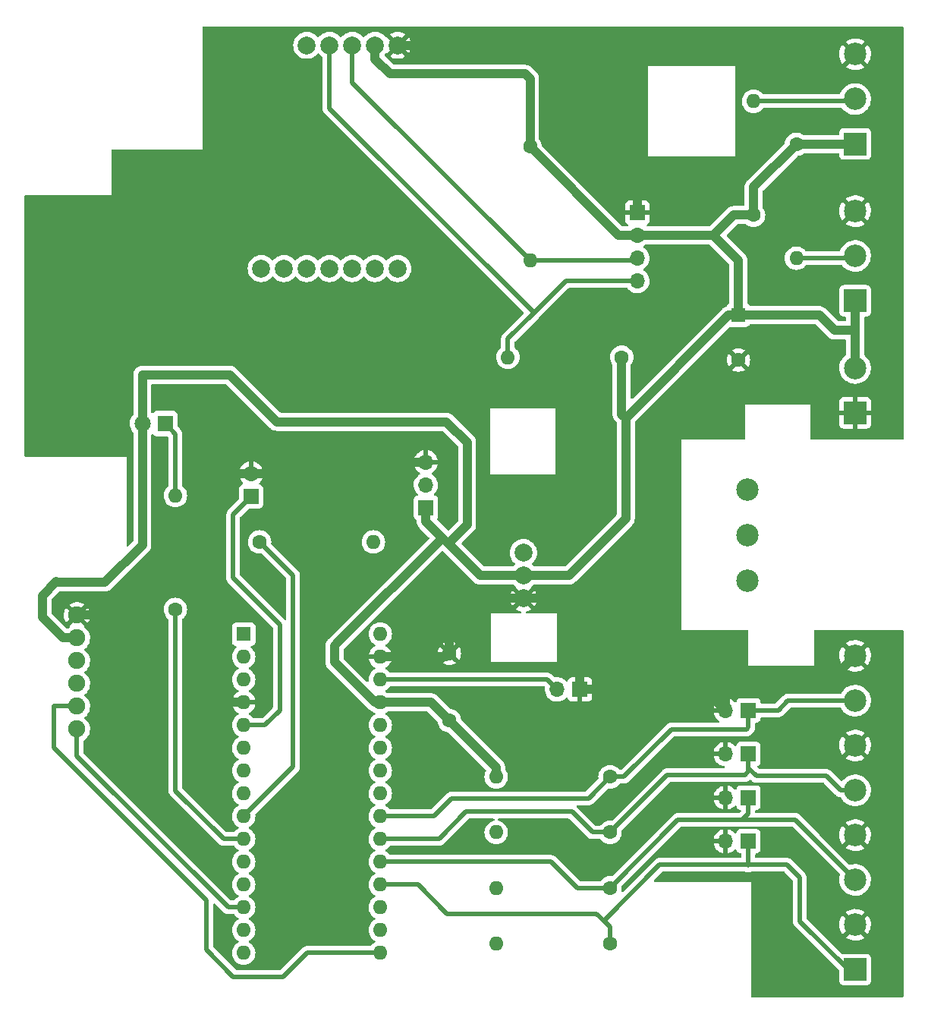
<source format=gbr>
%TF.GenerationSoftware,KiCad,Pcbnew,(6.0.7)*%
%TF.CreationDate,2022-10-11T21:25:08+02:00*%
%TF.ProjectId,Taupunktlueftung,54617570-756e-46b7-946c-75656674756e,rev?*%
%TF.SameCoordinates,Original*%
%TF.FileFunction,Copper,L2,Bot*%
%TF.FilePolarity,Positive*%
%FSLAX46Y46*%
G04 Gerber Fmt 4.6, Leading zero omitted, Abs format (unit mm)*
G04 Created by KiCad (PCBNEW (6.0.7)) date 2022-10-11 21:25:08*
%MOMM*%
%LPD*%
G01*
G04 APERTURE LIST*
%TA.AperFunction,ComponentPad*%
%ADD10C,2.000000*%
%TD*%
%TA.AperFunction,ComponentPad*%
%ADD11C,2.500000*%
%TD*%
%TA.AperFunction,ComponentPad*%
%ADD12C,1.900000*%
%TD*%
%TA.AperFunction,ComponentPad*%
%ADD13C,1.600000*%
%TD*%
%TA.AperFunction,ComponentPad*%
%ADD14O,1.600000X1.600000*%
%TD*%
%TA.AperFunction,ComponentPad*%
%ADD15R,1.700000X1.700000*%
%TD*%
%TA.AperFunction,ComponentPad*%
%ADD16O,1.700000X1.700000*%
%TD*%
%TA.AperFunction,ComponentPad*%
%ADD17R,1.800000X1.800000*%
%TD*%
%TA.AperFunction,ComponentPad*%
%ADD18C,1.800000*%
%TD*%
%TA.AperFunction,ComponentPad*%
%ADD19R,1.600000X1.600000*%
%TD*%
%TA.AperFunction,ComponentPad*%
%ADD20R,2.500000X2.500000*%
%TD*%
%TA.AperFunction,Conductor*%
%ADD21C,1.000000*%
%TD*%
%TA.AperFunction,Conductor*%
%ADD22C,0.500000*%
%TD*%
G04 APERTURE END LIST*
D10*
%TO.P,U1,1,GND*%
%TO.N,GND*%
X71270000Y-46000000D03*
%TO.P,U1,2,VCC*%
%TO.N,+5V*%
X68730000Y-46000000D03*
%TO.P,U1,3,SDA*%
%TO.N,Net-(A1-Pad23)*%
X66190000Y-46000000D03*
%TO.P,U1,4,SCL*%
%TO.N,Net-(A1-Pad24)*%
X63650000Y-46000000D03*
%TO.P,U1,5,DS*%
%TO.N,unconnected-(U1-Pad5)*%
X61110000Y-46000000D03*
%TO.P,U1,6,SQ*%
%TO.N,unconnected-(U1-Pad6)*%
X56030000Y-70900000D03*
%TO.P,U1,7,DS*%
%TO.N,unconnected-(U1-Pad7)*%
X58570000Y-70900000D03*
%TO.P,U1,8,SCL*%
%TO.N,unconnected-(U1-Pad8)*%
X61110000Y-70900000D03*
%TO.P,U1,9,SDA*%
%TO.N,unconnected-(U1-Pad9)*%
X63650000Y-70900000D03*
%TO.P,U1,10,VCC*%
%TO.N,unconnected-(U1-Pad10)*%
X66190000Y-70900000D03*
%TO.P,U1,11,GND*%
%TO.N,unconnected-(U1-Pad11)*%
X68730000Y-70900000D03*
%TO.P,U1,12,BAT*%
%TO.N,unconnected-(U1-Pad12)*%
X71270000Y-70900000D03*
%TD*%
%TO.P,RLY1,1,switch*%
%TO.N,Net-(J3-Pad2)*%
X85300000Y-102600000D03*
%TO.P,RLY1,2,VCC*%
%TO.N,+5V*%
X85300000Y-105140000D03*
%TO.P,RLY1,3,GND*%
%TO.N,GND*%
X85300000Y-107680000D03*
D11*
%TO.P,RLY1,4,NO*%
%TO.N,unconnected-(RLY1-Pad4)*%
X110300000Y-105760000D03*
%TO.P,RLY1,5,COM*%
%TO.N,unconnected-(RLY1-Pad5)*%
X110300000Y-100680000D03*
%TO.P,RLY1,6,NC*%
%TO.N,unconnected-(RLY1-Pad6)*%
X110300000Y-95600000D03*
%TD*%
D12*
%TO.P,J2,1,GND*%
%TO.N,GND*%
X35475000Y-109575000D03*
%TO.P,J2,2,VCC*%
%TO.N,+5V*%
X35475000Y-112115000D03*
%TO.P,J2,3,MISO*%
%TO.N,Net-(A1-Pad15)*%
X35475000Y-114655000D03*
%TO.P,J2,4,MOSI*%
%TO.N,Net-(A1-Pad14)*%
X35475000Y-117195000D03*
%TO.P,J2,5,SCK*%
%TO.N,Net-(A1-Pad16)*%
X35475000Y-119735000D03*
%TO.P,J2,6,CS*%
%TO.N,Net-(A1-Pad13)*%
X35475000Y-122275000D03*
%TD*%
D13*
%TO.P,R1,1*%
%TO.N,Net-(A1-Pad9)*%
X55850000Y-101400000D03*
D14*
%TO.P,R1,2*%
%TO.N,Net-(J3-Pad2)*%
X68550000Y-101400000D03*
%TD*%
D13*
%TO.P,R4,1*%
%TO.N,+5V*%
X115750000Y-57050000D03*
D14*
%TO.P,R4,2*%
%TO.N,Net-(A1-Pad7)*%
X115750000Y-69750000D03*
%TD*%
D15*
%TO.P,J4,1,Pin_1*%
%TO.N,Net-(A1-Pad5)*%
X54900000Y-96330000D03*
D16*
%TO.P,J4,2,Pin_2*%
%TO.N,GND*%
X54900000Y-93790000D03*
%TD*%
D13*
%TO.P,C2,1*%
%TO.N,+5V*%
X77025000Y-121325000D03*
%TO.P,C2,2*%
%TO.N,GND*%
X77025000Y-113825000D03*
%TD*%
%TO.P,R7,1*%
%TO.N,Net-(A1-Pad20)*%
X94950000Y-139983332D03*
D14*
%TO.P,R7,2*%
%TO.N,+5V*%
X82250000Y-139983332D03*
%TD*%
%TO.P,R9,2*%
%TO.N,Net-(A1-Pad23)*%
X86025000Y-70025000D03*
D13*
%TO.P,R9,1*%
%TO.N,+5V*%
X86025000Y-57325000D03*
%TD*%
%TO.P,R2,1*%
%TO.N,+5V*%
X110975000Y-64950000D03*
D14*
%TO.P,R2,2*%
%TO.N,Net-(A1-Pad8)*%
X110975000Y-52250000D03*
%TD*%
D17*
%TO.P,D1,1,K*%
%TO.N,Net-(D1-Pad1)*%
X45300000Y-88200000D03*
D18*
%TO.P,D1,2,A*%
%TO.N,+5V*%
X42760000Y-88200000D03*
%TD*%
D13*
%TO.P,R8,1*%
%TO.N,Net-(A1-Pad19)*%
X94950000Y-146175000D03*
D14*
%TO.P,R8,2*%
%TO.N,+5V*%
X82250000Y-146175000D03*
%TD*%
D19*
%TO.P,C1,1*%
%TO.N,+5V*%
X109275000Y-76100000D03*
D13*
%TO.P,C1,2*%
%TO.N,GND*%
X109275000Y-81100000D03*
%TD*%
D15*
%TO.P,J8,1,Pin_1*%
%TO.N,GND*%
X98000000Y-64675000D03*
D16*
%TO.P,J8,2,Pin_2*%
%TO.N,+5V*%
X98000000Y-67215000D03*
%TO.P,J8,3,Pin_3*%
%TO.N,Net-(A1-Pad23)*%
X98000000Y-69755000D03*
%TO.P,J8,4,Pin_4*%
%TO.N,Net-(A1-Pad24)*%
X98000000Y-72295000D03*
%TD*%
D15*
%TO.P,J5,1,Pin_1*%
%TO.N,GND*%
X91600000Y-117850000D03*
D16*
%TO.P,J5,2,Pin_2*%
%TO.N,Net-(A1-Pad28)*%
X89060000Y-117850000D03*
%TD*%
D20*
%TO.P,J6,1,Pin_1*%
%TO.N,+5V*%
X122300000Y-57000000D03*
D11*
%TO.P,J6,2,Pin_2*%
%TO.N,Net-(A1-Pad8)*%
X122300000Y-52000000D03*
%TO.P,J6,3,Pin_3*%
%TO.N,GND*%
X122300000Y-47000000D03*
%TD*%
D20*
%TO.P,J1,1,Pin_1*%
%TO.N,GND*%
X122300000Y-87000000D03*
D11*
%TO.P,J1,2,Pin_2*%
%TO.N,+5V*%
X122300000Y-82000000D03*
%TD*%
D20*
%TO.P,J7,1,Pin_1*%
%TO.N,+5V*%
X122300000Y-74500000D03*
D11*
%TO.P,J7,2,Pin_2*%
%TO.N,Net-(A1-Pad7)*%
X122300000Y-69500000D03*
%TO.P,J7,3,Pin_3*%
%TO.N,GND*%
X122300000Y-64500000D03*
%TD*%
D20*
%TO.P,J9,1,Pin_1*%
%TO.N,Net-(A1-Pad19)*%
X122300000Y-149100000D03*
D11*
%TO.P,J9,2,Pin_2*%
%TO.N,GND*%
X122300000Y-144100000D03*
%TO.P,J9,3,Pin_3*%
%TO.N,Net-(A1-Pad20)*%
X122300000Y-139100000D03*
%TO.P,J9,4,Pin_4*%
%TO.N,GND*%
X122300000Y-134100000D03*
%TO.P,J9,5,Pin_5*%
%TO.N,Net-(A1-Pad21)*%
X122300000Y-129100000D03*
%TO.P,J9,6,Pin_6*%
%TO.N,GND*%
X122300000Y-124100000D03*
%TO.P,J9,7,Pin_7*%
%TO.N,Net-(A1-Pad22)*%
X122300000Y-119100000D03*
%TO.P,J9,8,Pin_8*%
%TO.N,GND*%
X122300000Y-114100000D03*
%TD*%
D13*
%TO.P,R3,1*%
%TO.N,Net-(A1-Pad10)*%
X46450000Y-108925000D03*
D14*
%TO.P,R3,2*%
%TO.N,Net-(D1-Pad1)*%
X46450000Y-96225000D03*
%TD*%
D15*
%TO.P,J3,1,Pin_1*%
%TO.N,+5V*%
X74400000Y-97580000D03*
D16*
%TO.P,J3,2,Pin_2*%
%TO.N,Net-(J3-Pad2)*%
X74400000Y-95040000D03*
%TO.P,J3,3,Pin_3*%
%TO.N,GND*%
X74400000Y-92500000D03*
%TD*%
D13*
%TO.P,R10,1*%
%TO.N,+5V*%
X96250000Y-80800000D03*
D14*
%TO.P,R10,2*%
%TO.N,Net-(A1-Pad24)*%
X83550000Y-80800000D03*
%TD*%
D19*
%TO.P,A1,1,D1/TX*%
%TO.N,unconnected-(A1-Pad1)*%
X54075000Y-111675000D03*
D14*
%TO.P,A1,2,D0/RX*%
%TO.N,unconnected-(A1-Pad2)*%
X54075000Y-114215000D03*
%TO.P,A1,3,~{RESET}*%
%TO.N,unconnected-(A1-Pad3)*%
X54075000Y-116755000D03*
%TO.P,A1,4,GND*%
%TO.N,GND*%
X54075000Y-119295000D03*
%TO.P,A1,5,D2*%
%TO.N,Net-(A1-Pad5)*%
X54075000Y-121835000D03*
%TO.P,A1,6,D3*%
%TO.N,unconnected-(A1-Pad6)*%
X54075000Y-124375000D03*
%TO.P,A1,7,D4*%
%TO.N,Net-(A1-Pad7)*%
X54075000Y-126915000D03*
%TO.P,A1,8,D5*%
%TO.N,Net-(A1-Pad8)*%
X54075000Y-129455000D03*
%TO.P,A1,9,D6*%
%TO.N,Net-(A1-Pad9)*%
X54075000Y-131995000D03*
%TO.P,A1,10,D7*%
%TO.N,Net-(A1-Pad10)*%
X54075000Y-134535000D03*
%TO.P,A1,11,D8*%
%TO.N,unconnected-(A1-Pad11)*%
X54075000Y-137075000D03*
%TO.P,A1,12,D9*%
%TO.N,unconnected-(A1-Pad12)*%
X54075000Y-139615000D03*
%TO.P,A1,13,D10*%
%TO.N,Net-(A1-Pad13)*%
X54075000Y-142155000D03*
%TO.P,A1,14,D11*%
%TO.N,Net-(A1-Pad14)*%
X54075000Y-144695000D03*
%TO.P,A1,15,D12*%
%TO.N,Net-(A1-Pad15)*%
X54075000Y-147235000D03*
%TO.P,A1,16,D13*%
%TO.N,Net-(A1-Pad16)*%
X69315000Y-147235000D03*
%TO.P,A1,17,3V3*%
%TO.N,unconnected-(A1-Pad17)*%
X69315000Y-144695000D03*
%TO.P,A1,18,AREF*%
%TO.N,unconnected-(A1-Pad18)*%
X69315000Y-142155000D03*
%TO.P,A1,19,A0*%
%TO.N,Net-(A1-Pad19)*%
X69315000Y-139615000D03*
%TO.P,A1,20,A1*%
%TO.N,Net-(A1-Pad20)*%
X69315000Y-137075000D03*
%TO.P,A1,21,A2*%
%TO.N,Net-(A1-Pad21)*%
X69315000Y-134535000D03*
%TO.P,A1,22,A3*%
%TO.N,Net-(A1-Pad22)*%
X69315000Y-131995000D03*
%TO.P,A1,23,A4*%
%TO.N,Net-(A1-Pad23)*%
X69315000Y-129455000D03*
%TO.P,A1,24,A5*%
%TO.N,Net-(A1-Pad24)*%
X69315000Y-126915000D03*
%TO.P,A1,25,A6*%
%TO.N,unconnected-(A1-Pad25)*%
X69315000Y-124375000D03*
%TO.P,A1,26,A7*%
%TO.N,unconnected-(A1-Pad26)*%
X69315000Y-121835000D03*
%TO.P,A1,27,+5V*%
%TO.N,+5V*%
X69315000Y-119295000D03*
%TO.P,A1,28,~{RESET}*%
%TO.N,Net-(A1-Pad28)*%
X69315000Y-116755000D03*
%TO.P,A1,29,GND*%
%TO.N,GND*%
X69315000Y-114215000D03*
%TO.P,A1,30,VIN*%
%TO.N,unconnected-(A1-Pad30)*%
X69315000Y-111675000D03*
%TD*%
D15*
%TO.P,JP2,1,A*%
%TO.N,Net-(A1-Pad21)*%
X110400000Y-125041666D03*
D16*
%TO.P,JP2,2,B*%
%TO.N,GND*%
X107860000Y-125041666D03*
%TD*%
D15*
%TO.P,JP1,1,A*%
%TO.N,Net-(A1-Pad22)*%
X110400000Y-120175000D03*
D16*
%TO.P,JP1,2,B*%
%TO.N,GND*%
X107860000Y-120175000D03*
%TD*%
D15*
%TO.P,JP3,1,A*%
%TO.N,Net-(A1-Pad20)*%
X110400000Y-129908332D03*
D16*
%TO.P,JP3,2,B*%
%TO.N,GND*%
X107860000Y-129908332D03*
%TD*%
D15*
%TO.P,JP4,1,A*%
%TO.N,Net-(A1-Pad19)*%
X110400000Y-134775000D03*
D16*
%TO.P,JP4,2,B*%
%TO.N,GND*%
X107860000Y-134775000D03*
%TD*%
D13*
%TO.P,R5,1*%
%TO.N,Net-(A1-Pad22)*%
X94950000Y-127600000D03*
D14*
%TO.P,R5,2*%
%TO.N,+5V*%
X82250000Y-127600000D03*
%TD*%
D13*
%TO.P,R6,1*%
%TO.N,Net-(A1-Pad21)*%
X94950000Y-133791666D03*
D14*
%TO.P,R6,2*%
%TO.N,+5V*%
X82250000Y-133791666D03*
%TD*%
D21*
%TO.N,GND*%
X89880000Y-107680000D02*
X91600000Y-109400000D01*
X71270000Y-46000000D02*
X95000000Y-46000000D01*
X35475000Y-109575000D02*
X40725000Y-109575000D01*
X65210000Y-93010000D02*
X65720000Y-92500000D01*
X91600000Y-117850000D02*
X105535000Y-117850000D01*
X50100000Y-105500000D02*
X50100000Y-107200000D01*
X65720000Y-92500000D02*
X74400000Y-92500000D01*
X107860000Y-117540000D02*
X108900000Y-116500000D01*
X49900000Y-105700000D02*
X50100000Y-105500000D01*
X77025000Y-113825000D02*
X77025000Y-109975000D01*
X51495000Y-119295000D02*
X54075000Y-119295000D01*
X69315000Y-114215000D02*
X76635000Y-114215000D01*
X79320000Y-107680000D02*
X85300000Y-107680000D01*
X51810000Y-93790000D02*
X50100000Y-95500000D01*
X54900000Y-93790000D02*
X51810000Y-93790000D01*
X95000000Y-46000000D02*
X98000000Y-49000000D01*
X85300000Y-107680000D02*
X89880000Y-107680000D01*
X44600000Y-105700000D02*
X48600000Y-105700000D01*
X119900000Y-116500000D02*
X122300000Y-114100000D01*
X108900000Y-116500000D02*
X119900000Y-116500000D01*
X50100000Y-95500000D02*
X50100000Y-105500000D01*
X107860000Y-120175000D02*
X107860000Y-117540000D01*
X76635000Y-114215000D02*
X77025000Y-113825000D01*
X48600000Y-105700000D02*
X49900000Y-105700000D01*
X50100000Y-107200000D02*
X50100000Y-117900000D01*
X77025000Y-109975000D02*
X79320000Y-107680000D01*
X54900000Y-93790000D02*
X65210000Y-93790000D01*
X98000000Y-49000000D02*
X98000000Y-64675000D01*
X105535000Y-117850000D02*
X107860000Y-120175000D01*
X65210000Y-93790000D02*
X65210000Y-93010000D01*
X91600000Y-109400000D02*
X91600000Y-117850000D01*
X40725000Y-109575000D02*
X44600000Y-105700000D01*
X50100000Y-117900000D02*
X51495000Y-119295000D01*
%TO.N,+5V*%
X122300000Y-77800000D02*
X122300000Y-82000000D01*
X80440000Y-105140000D02*
X85300000Y-105140000D01*
X120000000Y-77800000D02*
X118300000Y-76100000D01*
X96700000Y-98800000D02*
X90360000Y-105140000D01*
X74400000Y-99100000D02*
X76250000Y-100950000D01*
X110975000Y-64950000D02*
X110975000Y-61825000D01*
X109275000Y-76100000D02*
X108200000Y-76100000D01*
X31600000Y-107400000D02*
X33150000Y-105850000D01*
X42760000Y-88200000D02*
X42760000Y-82760000D01*
X64200000Y-114800000D02*
X64200000Y-113000000D01*
X57769999Y-88000000D02*
X76700000Y-88000000D01*
X74995000Y-119295000D02*
X77025000Y-121325000D01*
X69315000Y-119295000D02*
X74995000Y-119295000D01*
X33915000Y-112115000D02*
X31600000Y-109800000D01*
X70400000Y-49200000D02*
X85500000Y-49200000D01*
X69315000Y-119295000D02*
X68695000Y-119295000D01*
X90360000Y-105140000D02*
X85300000Y-105140000D01*
X76250000Y-100950000D02*
X76900000Y-101600000D01*
X42760000Y-101740000D02*
X42760000Y-88200000D01*
X110975000Y-61825000D02*
X115750000Y-57050000D01*
X109275000Y-76100000D02*
X118300000Y-76100000D01*
X122300000Y-77800000D02*
X120000000Y-77800000D01*
X79000000Y-99500000D02*
X76900000Y-101600000D01*
X76700000Y-88000000D02*
X79000000Y-90300000D01*
X108750000Y-64950000D02*
X106485000Y-67215000D01*
X96250000Y-84150000D02*
X96250000Y-87150000D01*
X82250000Y-127600000D02*
X82250000Y-126550000D01*
X38600000Y-105900000D02*
X42760000Y-101740000D01*
X68730000Y-47530000D02*
X70400000Y-49200000D01*
X115750000Y-57050000D02*
X122250000Y-57050000D01*
X96250000Y-87150000D02*
X96700000Y-87600000D01*
X86025000Y-49725000D02*
X86025000Y-57325000D01*
X96700000Y-87600000D02*
X96700000Y-98800000D01*
X109275000Y-76100000D02*
X109275000Y-70005000D01*
X79000000Y-90300000D02*
X79000000Y-99500000D01*
X82250000Y-126550000D02*
X77025000Y-121325000D01*
X109275000Y-70005000D02*
X106485000Y-67215000D01*
X64600000Y-112600000D02*
X76250000Y-100950000D01*
X96250000Y-80800000D02*
X96250000Y-84150000D01*
X106485000Y-67215000D02*
X98000000Y-67215000D01*
X122300000Y-74500000D02*
X122300000Y-77800000D01*
X68730000Y-46000000D02*
X68730000Y-47530000D01*
X64200000Y-113000000D02*
X64600000Y-112600000D01*
X95915000Y-67215000D02*
X98000000Y-67215000D01*
X33150000Y-105850000D02*
X33200000Y-105900000D01*
X85500000Y-49200000D02*
X86025000Y-49725000D01*
X52529999Y-82760000D02*
X57769999Y-88000000D01*
X110975000Y-64950000D02*
X108750000Y-64950000D01*
X108200000Y-76100000D02*
X96700000Y-87600000D01*
X35475000Y-112115000D02*
X33915000Y-112115000D01*
X74400000Y-97580000D02*
X74400000Y-99100000D01*
X33200000Y-105900000D02*
X38600000Y-105900000D01*
X86025000Y-57325000D02*
X95915000Y-67215000D01*
X42760000Y-82760000D02*
X52529999Y-82760000D01*
X31600000Y-109800000D02*
X31600000Y-107400000D01*
X76900000Y-101600000D02*
X80440000Y-105140000D01*
X68695000Y-119295000D02*
X64200000Y-114800000D01*
D22*
%TO.N,Net-(D1-Pad1)*%
X46450000Y-89350000D02*
X45300000Y-88200000D01*
X46450000Y-96225000D02*
X46450000Y-89350000D01*
%TO.N,Net-(A1-Pad16)*%
X58500000Y-149900000D02*
X52900000Y-149900000D01*
X32865000Y-119735000D02*
X35475000Y-119735000D01*
X61165000Y-147235000D02*
X58500000Y-149900000D01*
X52900000Y-149900000D02*
X49900000Y-146900000D01*
X69315000Y-147235000D02*
X61165000Y-147235000D01*
X49900000Y-141389950D02*
X32865000Y-124354950D01*
X32865000Y-124354950D02*
X32865000Y-119735000D01*
X49900000Y-146900000D02*
X49900000Y-141389950D01*
%TO.N,Net-(A1-Pad13)*%
X54075000Y-142155000D02*
X52355000Y-142155000D01*
X35475000Y-125275000D02*
X35475000Y-122275000D01*
X52355000Y-142155000D02*
X35475000Y-125275000D01*
%TO.N,Net-(A1-Pad10)*%
X51835000Y-134535000D02*
X54075000Y-134535000D01*
X46450000Y-108925000D02*
X46450000Y-129150000D01*
X46450000Y-129150000D02*
X51835000Y-134535000D01*
%TO.N,Net-(A1-Pad9)*%
X54075000Y-131995000D02*
X59600000Y-126470000D01*
X59600000Y-126470000D02*
X59600000Y-105150000D01*
X59600000Y-105150000D02*
X55850000Y-101400000D01*
%TO.N,Net-(A1-Pad24)*%
X83550000Y-80800000D02*
X83550000Y-78750000D01*
X63650000Y-53050000D02*
X86450000Y-75850000D01*
X63650000Y-46000000D02*
X63650000Y-53050000D01*
X90005000Y-72295000D02*
X98000000Y-72295000D01*
X86450000Y-75850000D02*
X90005000Y-72295000D01*
X83550000Y-78750000D02*
X86450000Y-75850000D01*
%TO.N,Net-(A1-Pad8)*%
X110975000Y-52250000D02*
X122050000Y-52250000D01*
%TO.N,Net-(A1-Pad23)*%
X66190000Y-46000000D02*
X66190000Y-50190000D01*
X66190000Y-50190000D02*
X86025000Y-70025000D01*
X86025000Y-70025000D02*
X97730000Y-70025000D01*
%TO.N,Net-(A1-Pad7)*%
X115750000Y-69750000D02*
X122050000Y-69750000D01*
%TO.N,Net-(A1-Pad22)*%
X75305000Y-131995000D02*
X77300000Y-130000000D01*
X110400000Y-120175000D02*
X113725000Y-120175000D01*
X113725000Y-120175000D02*
X114800000Y-119100000D01*
X110200000Y-122300000D02*
X110400000Y-122100000D01*
X69315000Y-131995000D02*
X75305000Y-131995000D01*
X77300000Y-130000000D02*
X92550000Y-130000000D01*
X114800000Y-119100000D02*
X122300000Y-119100000D01*
X101800000Y-122300000D02*
X110200000Y-122300000D01*
X110400000Y-122100000D02*
X110400000Y-120175000D01*
X94950000Y-127600000D02*
X96500000Y-127600000D01*
X96500000Y-127600000D02*
X101800000Y-122300000D01*
X92550000Y-130000000D02*
X94950000Y-127600000D01*
%TO.N,Net-(A1-Pad21)*%
X69315000Y-134535000D02*
X75865000Y-134535000D01*
X110400000Y-126600000D02*
X110400000Y-127000000D01*
X111300000Y-127500000D02*
X119100000Y-127500000D01*
X119100000Y-127500000D02*
X120700000Y-129100000D01*
X110400000Y-126600000D02*
X111300000Y-127500000D01*
X120700000Y-129100000D02*
X122300000Y-129100000D01*
X75865000Y-134535000D02*
X78900000Y-131500000D01*
X110400000Y-125041666D02*
X110400000Y-126600000D01*
X78900000Y-131500000D02*
X90700000Y-131500000D01*
X101341666Y-127400000D02*
X94950000Y-133791666D01*
X110000000Y-127400000D02*
X101341666Y-127400000D01*
X110400000Y-127000000D02*
X110000000Y-127400000D01*
X90700000Y-131500000D02*
X92991666Y-133791666D01*
X92991666Y-133791666D02*
X94950000Y-133791666D01*
%TO.N,Net-(A1-Pad5)*%
X56465000Y-121835000D02*
X54075000Y-121835000D01*
X58100000Y-120200000D02*
X56465000Y-121835000D01*
X58100000Y-110600000D02*
X58100000Y-120200000D01*
X52900000Y-105400000D02*
X58100000Y-110600000D01*
X52900000Y-98330000D02*
X52900000Y-105400000D01*
X54900000Y-96330000D02*
X52900000Y-98330000D01*
%TO.N,Net-(A1-Pad20)*%
X69315000Y-137075000D02*
X88375000Y-137075000D01*
X109700000Y-132400000D02*
X102533332Y-132400000D01*
X115600000Y-132400000D02*
X122300000Y-139100000D01*
X88375000Y-137075000D02*
X91283332Y-139983332D01*
X102533332Y-132400000D02*
X94950000Y-139983332D01*
X91283332Y-139983332D02*
X94950000Y-139983332D01*
X110400000Y-129908332D02*
X110400000Y-131700000D01*
X109700000Y-132400000D02*
X115600000Y-132400000D01*
X110400000Y-131700000D02*
X109700000Y-132400000D01*
%TO.N,Net-(A1-Pad19)*%
X94950000Y-144350000D02*
X94950000Y-146175000D01*
X114700000Y-137400000D02*
X116100000Y-138800000D01*
X121500000Y-149100000D02*
X116100000Y-143700000D01*
X93462500Y-142862500D02*
X94250000Y-143650000D01*
X116100000Y-138800000D02*
X116100000Y-143700000D01*
X110400000Y-137500000D02*
X110400000Y-134775000D01*
X110300000Y-137400000D02*
X110400000Y-137500000D01*
X73515000Y-139615000D02*
X76762500Y-142862500D01*
X122300000Y-149100000D02*
X121500000Y-149100000D01*
X94250000Y-143650000D02*
X94950000Y-144350000D01*
X100500000Y-137400000D02*
X110300000Y-137400000D01*
X76762500Y-142862500D02*
X93462500Y-142862500D01*
X69315000Y-139615000D02*
X73515000Y-139615000D01*
X110300000Y-137400000D02*
X114700000Y-137400000D01*
X94250000Y-143650000D02*
X100500000Y-137400000D01*
%TO.N,Net-(A1-Pad28)*%
X69315000Y-116755000D02*
X87965000Y-116755000D01*
X87965000Y-116755000D02*
X89060000Y-117850000D01*
%TD*%
%TA.AperFunction,Conductor*%
%TO.N,GND*%
G36*
X127642121Y-43920002D02*
G01*
X127688614Y-43973658D01*
X127700000Y-44026000D01*
X127700000Y-89874000D01*
X127679998Y-89942121D01*
X127626342Y-89988614D01*
X127574000Y-90000000D01*
X117426000Y-90000000D01*
X117357879Y-89979998D01*
X117311386Y-89926342D01*
X117300000Y-89874000D01*
X117300000Y-88294669D01*
X120542001Y-88294669D01*
X120542371Y-88301490D01*
X120547895Y-88352352D01*
X120551521Y-88367604D01*
X120596676Y-88488054D01*
X120605214Y-88503649D01*
X120681715Y-88605724D01*
X120694276Y-88618285D01*
X120796351Y-88694786D01*
X120811946Y-88703324D01*
X120932394Y-88748478D01*
X120947649Y-88752105D01*
X120998514Y-88757631D01*
X121005328Y-88758000D01*
X122027885Y-88758000D01*
X122043124Y-88753525D01*
X122044329Y-88752135D01*
X122046000Y-88744452D01*
X122046000Y-88739884D01*
X122554000Y-88739884D01*
X122558475Y-88755123D01*
X122559865Y-88756328D01*
X122567548Y-88757999D01*
X123594669Y-88757999D01*
X123601490Y-88757629D01*
X123652352Y-88752105D01*
X123667604Y-88748479D01*
X123788054Y-88703324D01*
X123803649Y-88694786D01*
X123905724Y-88618285D01*
X123918285Y-88605724D01*
X123994786Y-88503649D01*
X124003324Y-88488054D01*
X124048478Y-88367606D01*
X124052105Y-88352351D01*
X124057631Y-88301486D01*
X124058000Y-88294672D01*
X124058000Y-87272115D01*
X124053525Y-87256876D01*
X124052135Y-87255671D01*
X124044452Y-87254000D01*
X122572115Y-87254000D01*
X122556876Y-87258475D01*
X122555671Y-87259865D01*
X122554000Y-87267548D01*
X122554000Y-88739884D01*
X122046000Y-88739884D01*
X122046000Y-87272115D01*
X122041525Y-87256876D01*
X122040135Y-87255671D01*
X122032452Y-87254000D01*
X120560116Y-87254000D01*
X120544877Y-87258475D01*
X120543672Y-87259865D01*
X120542001Y-87267548D01*
X120542001Y-88294669D01*
X117300000Y-88294669D01*
X117300000Y-86727885D01*
X120542000Y-86727885D01*
X120546475Y-86743124D01*
X120547865Y-86744329D01*
X120555548Y-86746000D01*
X122027885Y-86746000D01*
X122043124Y-86741525D01*
X122044329Y-86740135D01*
X122046000Y-86732452D01*
X122046000Y-86727885D01*
X122554000Y-86727885D01*
X122558475Y-86743124D01*
X122559865Y-86744329D01*
X122567548Y-86746000D01*
X124039884Y-86746000D01*
X124055123Y-86741525D01*
X124056328Y-86740135D01*
X124057999Y-86732452D01*
X124057999Y-85705331D01*
X124057629Y-85698510D01*
X124052105Y-85647648D01*
X124048479Y-85632396D01*
X124003324Y-85511946D01*
X123994786Y-85496351D01*
X123918285Y-85394276D01*
X123905724Y-85381715D01*
X123803649Y-85305214D01*
X123788054Y-85296676D01*
X123667606Y-85251522D01*
X123652351Y-85247895D01*
X123601486Y-85242369D01*
X123594672Y-85242000D01*
X122572115Y-85242000D01*
X122556876Y-85246475D01*
X122555671Y-85247865D01*
X122554000Y-85255548D01*
X122554000Y-86727885D01*
X122046000Y-86727885D01*
X122046000Y-85260116D01*
X122041525Y-85244877D01*
X122040135Y-85243672D01*
X122032452Y-85242001D01*
X121005331Y-85242001D01*
X120998510Y-85242371D01*
X120947648Y-85247895D01*
X120932396Y-85251521D01*
X120811946Y-85296676D01*
X120796351Y-85305214D01*
X120694276Y-85381715D01*
X120681715Y-85394276D01*
X120605214Y-85496351D01*
X120596676Y-85511946D01*
X120551522Y-85632394D01*
X120547895Y-85647649D01*
X120542369Y-85698514D01*
X120542000Y-85705328D01*
X120542000Y-86727885D01*
X117300000Y-86727885D01*
X117300000Y-86100000D01*
X110000000Y-86100000D01*
X110000000Y-89874000D01*
X109979998Y-89942121D01*
X109926342Y-89988614D01*
X109874000Y-90000000D01*
X102900000Y-90000000D01*
X102900000Y-111200000D01*
X110274000Y-111200000D01*
X110342121Y-111220002D01*
X110388614Y-111273658D01*
X110400000Y-111326000D01*
X110400000Y-115200000D01*
X117700000Y-115200000D01*
X117700000Y-114058523D01*
X120537898Y-114058523D01*
X120549987Y-114310175D01*
X120551124Y-114319435D01*
X120600274Y-114566535D01*
X120602768Y-114575528D01*
X120687900Y-114812639D01*
X120691700Y-114821174D01*
X120810946Y-115043101D01*
X120815957Y-115050968D01*
X120879446Y-115135990D01*
X120890704Y-115144439D01*
X120903123Y-115137667D01*
X121927978Y-114112812D01*
X121934356Y-114101132D01*
X122664408Y-114101132D01*
X122664539Y-114102965D01*
X122668790Y-114109580D01*
X123699913Y-115140703D01*
X123712293Y-115147463D01*
X123720634Y-115141219D01*
X123846765Y-114945127D01*
X123851212Y-114936936D01*
X123954691Y-114707222D01*
X123957882Y-114698455D01*
X124026269Y-114455976D01*
X124028129Y-114446834D01*
X124060116Y-114195396D01*
X124060597Y-114189108D01*
X124062847Y-114103160D01*
X124062696Y-114096851D01*
X124043912Y-113844074D01*
X124042536Y-113834868D01*
X123986929Y-113589126D01*
X123984205Y-113580215D01*
X123892888Y-113345392D01*
X123888877Y-113336983D01*
X123763854Y-113118240D01*
X123758643Y-113110514D01*
X123721391Y-113063261D01*
X123709466Y-113054790D01*
X123697934Y-113061276D01*
X122672022Y-114087188D01*
X122664408Y-114101132D01*
X121934356Y-114101132D01*
X121935592Y-114098868D01*
X121935461Y-114097035D01*
X121931210Y-114090420D01*
X120901321Y-113060531D01*
X120888013Y-113053264D01*
X120877974Y-113060386D01*
X120867761Y-113072666D01*
X120862346Y-113080258D01*
X120731646Y-113295646D01*
X120727408Y-113303963D01*
X120629981Y-113536299D01*
X120627020Y-113545149D01*
X120565006Y-113789331D01*
X120563384Y-113798528D01*
X120538143Y-114049198D01*
X120537898Y-114058523D01*
X117700000Y-114058523D01*
X117700000Y-112688803D01*
X121253216Y-112688803D01*
X121257789Y-112698579D01*
X122287188Y-113727978D01*
X122301132Y-113735592D01*
X122302965Y-113735461D01*
X122309580Y-113731210D01*
X123338419Y-112702371D01*
X123344803Y-112690681D01*
X123335391Y-112678570D01*
X123198593Y-112583670D01*
X123190565Y-112578942D01*
X122964593Y-112467505D01*
X122955960Y-112464017D01*
X122715998Y-112387205D01*
X122706938Y-112385029D01*
X122458260Y-112344529D01*
X122448973Y-112343717D01*
X122197053Y-112340419D01*
X122187742Y-112340989D01*
X121938097Y-112374964D01*
X121928978Y-112376902D01*
X121687098Y-112447404D01*
X121678367Y-112450667D01*
X121449558Y-112556151D01*
X121441406Y-112560670D01*
X121262353Y-112678062D01*
X121253216Y-112688803D01*
X117700000Y-112688803D01*
X117700000Y-111326000D01*
X117720002Y-111257879D01*
X117773658Y-111211386D01*
X117826000Y-111200000D01*
X127574000Y-111200000D01*
X127642121Y-111220002D01*
X127688614Y-111273658D01*
X127700000Y-111326000D01*
X127700000Y-152074000D01*
X127679998Y-152142121D01*
X127626342Y-152188614D01*
X127574000Y-152200000D01*
X110826000Y-152200000D01*
X110757879Y-152179998D01*
X110711386Y-152126342D01*
X110700000Y-152074000D01*
X110700000Y-139300000D01*
X99976871Y-139300000D01*
X99908750Y-139279998D01*
X99862257Y-139226342D01*
X99852153Y-139156068D01*
X99881647Y-139091488D01*
X99887776Y-139084905D01*
X100777276Y-138195405D01*
X100839588Y-138161379D01*
X100866371Y-138158500D01*
X109989481Y-138158500D01*
X110042923Y-138170395D01*
X110043239Y-138170543D01*
X110053081Y-138175694D01*
X110089155Y-138196647D01*
X110089159Y-138196649D01*
X110095490Y-138200326D01*
X110102495Y-138202448D01*
X110102498Y-138202449D01*
X110119454Y-138207585D01*
X110136271Y-138214024D01*
X110152311Y-138221520D01*
X110152316Y-138221522D01*
X110158950Y-138224622D01*
X110166117Y-138226113D01*
X110166118Y-138226113D01*
X110206961Y-138234608D01*
X110217825Y-138237378D01*
X110257760Y-138249473D01*
X110257762Y-138249473D01*
X110264767Y-138251595D01*
X110280098Y-138252546D01*
X110289759Y-138253146D01*
X110307610Y-138255544D01*
X110324947Y-138259150D01*
X110324954Y-138259151D01*
X110332115Y-138260640D01*
X110347782Y-138260216D01*
X110381135Y-138259314D01*
X110392344Y-138259510D01*
X110414234Y-138260868D01*
X110441298Y-138262547D01*
X110448513Y-138261307D01*
X110448517Y-138261307D01*
X110465968Y-138258308D01*
X110483898Y-138256534D01*
X110495934Y-138256208D01*
X110508920Y-138255857D01*
X110556337Y-138243284D01*
X110567271Y-138240901D01*
X110603893Y-138234608D01*
X110608398Y-138233834D01*
X110608399Y-138233834D01*
X110615614Y-138232594D01*
X110638653Y-138222791D01*
X110655689Y-138216941D01*
X110679884Y-138210526D01*
X110686336Y-138207074D01*
X110723129Y-138187388D01*
X110733226Y-138182550D01*
X110766106Y-138168559D01*
X110815437Y-138158500D01*
X114333629Y-138158500D01*
X114401750Y-138178502D01*
X114422724Y-138195405D01*
X115304595Y-139077276D01*
X115338621Y-139139588D01*
X115341500Y-139166371D01*
X115341500Y-143632930D01*
X115340067Y-143651880D01*
X115336801Y-143673349D01*
X115337394Y-143680641D01*
X115337394Y-143680644D01*
X115341085Y-143726018D01*
X115341500Y-143736233D01*
X115341500Y-143744293D01*
X115341925Y-143747937D01*
X115344789Y-143772507D01*
X115345222Y-143776882D01*
X115349939Y-143834868D01*
X115351140Y-143849637D01*
X115353396Y-143856601D01*
X115354587Y-143862560D01*
X115355971Y-143868415D01*
X115356818Y-143875681D01*
X115381735Y-143944327D01*
X115383152Y-143948455D01*
X115402463Y-144008063D01*
X115405649Y-144017899D01*
X115409445Y-144024154D01*
X115411951Y-144029628D01*
X115414670Y-144035058D01*
X115417167Y-144041937D01*
X115421180Y-144048057D01*
X115421180Y-144048058D01*
X115457186Y-144102976D01*
X115459523Y-144106680D01*
X115497405Y-144169107D01*
X115501121Y-144173315D01*
X115501122Y-144173316D01*
X115504803Y-144177484D01*
X115504776Y-144177508D01*
X115507429Y-144180500D01*
X115510132Y-144183733D01*
X115514144Y-144189852D01*
X115538488Y-144212913D01*
X115570383Y-144243128D01*
X115572825Y-144245506D01*
X120504595Y-149177276D01*
X120538621Y-149239588D01*
X120541500Y-149266371D01*
X120541500Y-150398134D01*
X120548255Y-150460316D01*
X120599385Y-150596705D01*
X120686739Y-150713261D01*
X120803295Y-150800615D01*
X120939684Y-150851745D01*
X121001866Y-150858500D01*
X123598134Y-150858500D01*
X123660316Y-150851745D01*
X123796705Y-150800615D01*
X123913261Y-150713261D01*
X124000615Y-150596705D01*
X124051745Y-150460316D01*
X124058500Y-150398134D01*
X124058500Y-147801866D01*
X124051745Y-147739684D01*
X124000615Y-147603295D01*
X123913261Y-147486739D01*
X123796705Y-147399385D01*
X123660316Y-147348255D01*
X123598134Y-147341500D01*
X121001866Y-147341500D01*
X120939684Y-147348255D01*
X120932285Y-147351029D01*
X120932284Y-147351029D01*
X120929278Y-147352156D01*
X120926772Y-147352339D01*
X120924600Y-147352856D01*
X120924516Y-147352505D01*
X120858471Y-147357341D01*
X120795951Y-147323270D01*
X118981814Y-145509133D01*
X121255612Y-145509133D01*
X121264325Y-145520653D01*
X121362018Y-145592284D01*
X121369928Y-145597227D01*
X121592890Y-145714533D01*
X121601453Y-145718256D01*
X121839304Y-145801318D01*
X121848313Y-145803732D01*
X122095842Y-145850727D01*
X122105098Y-145851781D01*
X122356857Y-145861673D01*
X122366171Y-145861347D01*
X122616615Y-145833920D01*
X122625792Y-145832219D01*
X122869431Y-145768074D01*
X122878251Y-145765037D01*
X123109736Y-145665583D01*
X123118008Y-145661276D01*
X123332249Y-145528700D01*
X123339188Y-145523658D01*
X123347518Y-145511019D01*
X123341456Y-145500666D01*
X122312812Y-144472022D01*
X122298868Y-144464408D01*
X122297035Y-144464539D01*
X122290420Y-144468790D01*
X121262270Y-145496940D01*
X121255612Y-145509133D01*
X118981814Y-145509133D01*
X117531204Y-144058523D01*
X120537898Y-144058523D01*
X120549987Y-144310175D01*
X120551124Y-144319435D01*
X120600274Y-144566535D01*
X120602768Y-144575528D01*
X120687900Y-144812639D01*
X120691700Y-144821174D01*
X120810946Y-145043101D01*
X120815957Y-145050968D01*
X120879446Y-145135990D01*
X120890704Y-145144439D01*
X120903123Y-145137667D01*
X121927978Y-144112812D01*
X121934356Y-144101132D01*
X122664408Y-144101132D01*
X122664539Y-144102965D01*
X122668790Y-144109580D01*
X123699913Y-145140703D01*
X123712293Y-145147463D01*
X123720634Y-145141219D01*
X123846765Y-144945127D01*
X123851212Y-144936936D01*
X123954691Y-144707222D01*
X123957882Y-144698455D01*
X124026269Y-144455976D01*
X124028129Y-144446834D01*
X124060116Y-144195396D01*
X124060597Y-144189108D01*
X124062847Y-144103160D01*
X124062696Y-144096851D01*
X124043912Y-143844074D01*
X124042536Y-143834868D01*
X123986929Y-143589126D01*
X123984205Y-143580215D01*
X123892888Y-143345392D01*
X123888877Y-143336983D01*
X123763854Y-143118240D01*
X123758643Y-143110514D01*
X123721391Y-143063261D01*
X123709466Y-143054790D01*
X123697934Y-143061276D01*
X122672022Y-144087188D01*
X122664408Y-144101132D01*
X121934356Y-144101132D01*
X121935592Y-144098868D01*
X121935461Y-144097035D01*
X121931210Y-144090420D01*
X120901321Y-143060531D01*
X120888013Y-143053264D01*
X120877974Y-143060386D01*
X120867761Y-143072666D01*
X120862346Y-143080258D01*
X120731646Y-143295646D01*
X120727408Y-143303963D01*
X120629981Y-143536299D01*
X120627020Y-143545149D01*
X120565006Y-143789331D01*
X120563384Y-143798528D01*
X120538143Y-144049198D01*
X120537898Y-144058523D01*
X117531204Y-144058523D01*
X116895405Y-143422724D01*
X116861379Y-143360412D01*
X116858500Y-143333629D01*
X116858500Y-142688803D01*
X121253216Y-142688803D01*
X121257789Y-142698579D01*
X122287188Y-143727978D01*
X122301132Y-143735592D01*
X122302965Y-143735461D01*
X122309580Y-143731210D01*
X123338419Y-142702371D01*
X123344803Y-142690681D01*
X123335391Y-142678570D01*
X123198593Y-142583670D01*
X123190565Y-142578942D01*
X122964593Y-142467505D01*
X122955960Y-142464017D01*
X122715998Y-142387205D01*
X122706938Y-142385029D01*
X122458260Y-142344529D01*
X122448973Y-142343717D01*
X122197053Y-142340419D01*
X122187742Y-142340989D01*
X121938097Y-142374964D01*
X121928978Y-142376902D01*
X121687098Y-142447404D01*
X121678367Y-142450667D01*
X121449558Y-142556151D01*
X121441406Y-142560670D01*
X121262353Y-142678062D01*
X121253216Y-142688803D01*
X116858500Y-142688803D01*
X116858500Y-138867070D01*
X116859933Y-138848120D01*
X116862099Y-138833885D01*
X116862099Y-138833881D01*
X116863199Y-138826651D01*
X116858915Y-138773982D01*
X116858500Y-138763767D01*
X116858500Y-138755707D01*
X116855211Y-138727493D01*
X116854778Y-138723118D01*
X116849454Y-138657661D01*
X116849453Y-138657658D01*
X116848860Y-138650363D01*
X116846604Y-138643399D01*
X116845413Y-138637440D01*
X116844029Y-138631585D01*
X116843182Y-138624319D01*
X116818265Y-138555673D01*
X116816848Y-138551545D01*
X116796607Y-138489064D01*
X116796606Y-138489062D01*
X116794351Y-138482101D01*
X116790555Y-138475846D01*
X116788049Y-138470372D01*
X116785330Y-138464942D01*
X116782833Y-138458063D01*
X116742814Y-138397024D01*
X116740467Y-138393305D01*
X116732828Y-138380716D01*
X116702595Y-138330893D01*
X116695197Y-138322516D01*
X116695224Y-138322492D01*
X116692571Y-138319500D01*
X116689868Y-138316267D01*
X116685856Y-138310148D01*
X116629617Y-138256872D01*
X116627175Y-138254494D01*
X115283770Y-136911089D01*
X115271384Y-136896677D01*
X115262851Y-136885082D01*
X115262846Y-136885077D01*
X115258508Y-136879182D01*
X115252930Y-136874443D01*
X115252927Y-136874440D01*
X115218232Y-136844965D01*
X115210716Y-136838035D01*
X115205021Y-136832340D01*
X115188736Y-136819456D01*
X115182749Y-136814719D01*
X115179345Y-136811928D01*
X115129297Y-136769409D01*
X115129295Y-136769408D01*
X115123715Y-136764667D01*
X115117199Y-136761339D01*
X115112150Y-136757972D01*
X115107021Y-136754805D01*
X115101284Y-136750266D01*
X115035125Y-136719345D01*
X115031225Y-136717439D01*
X114966192Y-136684231D01*
X114959084Y-136682492D01*
X114953441Y-136680393D01*
X114947678Y-136678476D01*
X114941050Y-136675378D01*
X114869583Y-136660513D01*
X114865299Y-136659543D01*
X114794390Y-136642192D01*
X114788788Y-136641844D01*
X114788785Y-136641844D01*
X114783236Y-136641500D01*
X114783238Y-136641464D01*
X114779245Y-136641225D01*
X114775053Y-136640851D01*
X114767885Y-136639360D01*
X114704120Y-136641085D01*
X114690479Y-136641454D01*
X114687072Y-136641500D01*
X111284500Y-136641500D01*
X111216379Y-136621498D01*
X111169886Y-136567842D01*
X111158500Y-136515500D01*
X111158500Y-136259500D01*
X111178502Y-136191379D01*
X111232158Y-136144886D01*
X111284500Y-136133500D01*
X111298134Y-136133500D01*
X111360316Y-136126745D01*
X111496705Y-136075615D01*
X111613261Y-135988261D01*
X111700615Y-135871705D01*
X111751745Y-135735316D01*
X111758500Y-135673134D01*
X111758500Y-133876866D01*
X111751745Y-133814684D01*
X111700615Y-133678295D01*
X111613261Y-133561739D01*
X111496705Y-133474385D01*
X111360316Y-133423255D01*
X111298134Y-133416500D01*
X109501866Y-133416500D01*
X109439684Y-133423255D01*
X109303295Y-133474385D01*
X109186739Y-133561739D01*
X109099385Y-133678295D01*
X109096233Y-133686703D01*
X109096232Y-133686705D01*
X109054722Y-133797433D01*
X109012081Y-133854198D01*
X108945519Y-133878898D01*
X108876170Y-133863691D01*
X108843546Y-133838004D01*
X108792799Y-133782234D01*
X108785273Y-133775215D01*
X108618139Y-133643222D01*
X108609552Y-133637517D01*
X108423117Y-133534599D01*
X108413705Y-133530369D01*
X108212959Y-133459280D01*
X108202988Y-133456646D01*
X108131837Y-133443972D01*
X108118540Y-133445432D01*
X108114000Y-133459989D01*
X108114000Y-136093517D01*
X108118064Y-136107359D01*
X108131478Y-136109393D01*
X108138184Y-136108534D01*
X108148262Y-136106392D01*
X108352255Y-136045191D01*
X108361842Y-136041433D01*
X108553095Y-135947739D01*
X108561945Y-135942464D01*
X108735328Y-135818792D01*
X108743193Y-135812145D01*
X108847897Y-135707805D01*
X108910268Y-135673889D01*
X108981075Y-135679077D01*
X109037837Y-135721723D01*
X109054819Y-135752826D01*
X109099385Y-135871705D01*
X109186739Y-135988261D01*
X109303295Y-136075615D01*
X109439684Y-136126745D01*
X109501866Y-136133500D01*
X109515500Y-136133500D01*
X109583621Y-136153502D01*
X109630114Y-136207158D01*
X109641500Y-136259500D01*
X109641500Y-136515500D01*
X109621498Y-136583621D01*
X109567842Y-136630114D01*
X109515500Y-136641500D01*
X100567070Y-136641500D01*
X100548120Y-136640067D01*
X100533885Y-136637901D01*
X100533881Y-136637901D01*
X100526651Y-136636801D01*
X100519359Y-136637394D01*
X100519356Y-136637394D01*
X100473982Y-136641085D01*
X100463767Y-136641500D01*
X100455707Y-136641500D01*
X100452073Y-136641924D01*
X100452067Y-136641924D01*
X100439042Y-136643443D01*
X100427480Y-136644791D01*
X100423132Y-136645221D01*
X100350364Y-136651140D01*
X100343403Y-136653395D01*
X100337463Y-136654582D01*
X100331588Y-136655971D01*
X100324319Y-136656818D01*
X100255670Y-136681736D01*
X100251542Y-136683153D01*
X100189064Y-136703393D01*
X100189062Y-136703394D01*
X100182101Y-136705649D01*
X100175846Y-136709445D01*
X100170372Y-136711951D01*
X100164942Y-136714670D01*
X100158063Y-136717167D01*
X100151943Y-136721180D01*
X100151942Y-136721180D01*
X100097024Y-136757186D01*
X100093320Y-136759523D01*
X100030893Y-136797405D01*
X100022516Y-136804803D01*
X100022492Y-136804776D01*
X100019500Y-136807429D01*
X100016267Y-136810132D01*
X100010148Y-136814144D01*
X99973914Y-136852393D01*
X99956872Y-136870383D01*
X99954494Y-136872825D01*
X96439759Y-140387560D01*
X96377447Y-140421586D01*
X96306632Y-140416521D01*
X96249796Y-140373974D01*
X96224985Y-140307454D01*
X96228957Y-140265853D01*
X96243543Y-140211419D01*
X96263498Y-139983332D01*
X96263019Y-139977857D01*
X96249245Y-139820419D01*
X96263234Y-139750814D01*
X96285671Y-139720342D01*
X100963047Y-135042966D01*
X106528257Y-135042966D01*
X106558565Y-135177446D01*
X106561645Y-135187275D01*
X106641770Y-135384603D01*
X106646413Y-135393794D01*
X106757694Y-135575388D01*
X106763777Y-135583699D01*
X106903213Y-135744667D01*
X106910580Y-135751883D01*
X107074434Y-135887916D01*
X107082881Y-135893831D01*
X107266756Y-136001279D01*
X107276042Y-136005729D01*
X107475001Y-136081703D01*
X107484899Y-136084579D01*
X107588250Y-136105606D01*
X107602299Y-136104410D01*
X107606000Y-136094065D01*
X107606000Y-135047115D01*
X107601525Y-135031876D01*
X107600135Y-135030671D01*
X107592452Y-135029000D01*
X106543225Y-135029000D01*
X106529694Y-135032973D01*
X106528257Y-135042966D01*
X100963047Y-135042966D01*
X101496830Y-134509183D01*
X106524389Y-134509183D01*
X106525912Y-134517607D01*
X106538292Y-134521000D01*
X107587885Y-134521000D01*
X107603124Y-134516525D01*
X107604329Y-134515135D01*
X107606000Y-134507452D01*
X107606000Y-133458102D01*
X107602082Y-133444758D01*
X107587806Y-133442771D01*
X107549324Y-133448660D01*
X107539288Y-133451051D01*
X107336868Y-133517212D01*
X107327359Y-133521209D01*
X107138463Y-133619542D01*
X107129738Y-133625036D01*
X106959433Y-133752905D01*
X106951726Y-133759748D01*
X106804590Y-133913717D01*
X106798104Y-133921727D01*
X106678098Y-134097649D01*
X106673000Y-134106623D01*
X106583338Y-134299783D01*
X106579775Y-134309470D01*
X106524389Y-134509183D01*
X101496830Y-134509183D01*
X102810608Y-133195405D01*
X102872920Y-133161379D01*
X102899703Y-133158500D01*
X109632930Y-133158500D01*
X109651880Y-133159933D01*
X109666115Y-133162099D01*
X109666119Y-133162099D01*
X109673349Y-133163199D01*
X109680641Y-133162606D01*
X109680644Y-133162606D01*
X109726018Y-133158915D01*
X109736233Y-133158500D01*
X115233629Y-133158500D01*
X115301750Y-133178502D01*
X115322724Y-133195405D01*
X120585149Y-138457830D01*
X120619175Y-138520142D01*
X120618177Y-138577939D01*
X120563359Y-138793783D01*
X120562891Y-138798434D01*
X120562890Y-138798438D01*
X120553062Y-138896047D01*
X120537173Y-139053839D01*
X120537397Y-139058505D01*
X120537397Y-139058511D01*
X120543443Y-139184374D01*
X120549713Y-139314908D01*
X120600704Y-139571256D01*
X120689026Y-139817252D01*
X120691242Y-139821376D01*
X120775322Y-139977857D01*
X120812737Y-140047491D01*
X120815532Y-140051234D01*
X120815534Y-140051237D01*
X120966330Y-140253177D01*
X120966335Y-140253183D01*
X120969122Y-140256915D01*
X120972431Y-140260195D01*
X120972436Y-140260201D01*
X121086729Y-140373500D01*
X121154743Y-140440923D01*
X121158505Y-140443681D01*
X121158508Y-140443684D01*
X121330761Y-140569985D01*
X121365524Y-140595474D01*
X121369667Y-140597654D01*
X121369669Y-140597655D01*
X121592684Y-140714989D01*
X121592689Y-140714991D01*
X121596834Y-140717172D01*
X121843590Y-140803344D01*
X121848183Y-140804216D01*
X122095785Y-140851224D01*
X122095788Y-140851224D01*
X122100374Y-140852095D01*
X122230958Y-140857226D01*
X122356875Y-140862174D01*
X122356881Y-140862174D01*
X122361543Y-140862357D01*
X122440977Y-140853657D01*
X122616707Y-140834412D01*
X122616712Y-140834411D01*
X122621360Y-140833902D01*
X122625884Y-140832711D01*
X122869594Y-140768548D01*
X122869596Y-140768547D01*
X122874117Y-140767357D01*
X122928545Y-140743973D01*
X123109972Y-140666025D01*
X123114262Y-140664182D01*
X123159533Y-140636168D01*
X123332547Y-140529104D01*
X123332548Y-140529104D01*
X123336519Y-140526646D01*
X123340082Y-140523629D01*
X123340087Y-140523626D01*
X123532439Y-140360787D01*
X123532440Y-140360786D01*
X123536005Y-140357768D01*
X123580129Y-140307454D01*
X123705257Y-140164774D01*
X123705261Y-140164769D01*
X123708339Y-140161259D01*
X123849733Y-139941437D01*
X123957083Y-139703129D01*
X124028030Y-139451572D01*
X124035558Y-139392393D01*
X124060616Y-139195421D01*
X124060616Y-139195417D01*
X124061014Y-139192291D01*
X124061129Y-139187927D01*
X124062924Y-139119345D01*
X124063431Y-139100000D01*
X124058208Y-139029719D01*
X124044407Y-138844000D01*
X124044406Y-138843996D01*
X124044061Y-138839348D01*
X124039538Y-138819356D01*
X123987408Y-138588980D01*
X123986377Y-138584423D01*
X123975210Y-138555706D01*
X123893340Y-138345176D01*
X123893339Y-138345173D01*
X123891647Y-138340823D01*
X123761951Y-138113902D01*
X123600138Y-137908643D01*
X123409763Y-137729557D01*
X123195009Y-137580576D01*
X123190816Y-137578508D01*
X122964781Y-137467040D01*
X122964778Y-137467039D01*
X122960593Y-137464975D01*
X122711665Y-137385293D01*
X122453693Y-137343279D01*
X122339942Y-137341790D01*
X122197022Y-137339919D01*
X122197019Y-137339919D01*
X122192345Y-137339858D01*
X121933362Y-137375104D01*
X121783846Y-137418684D01*
X121712851Y-137418544D01*
X121659494Y-137386813D01*
X119781814Y-135509133D01*
X121255612Y-135509133D01*
X121264325Y-135520653D01*
X121362018Y-135592284D01*
X121369928Y-135597227D01*
X121592890Y-135714533D01*
X121601453Y-135718256D01*
X121839304Y-135801318D01*
X121848313Y-135803732D01*
X122095842Y-135850727D01*
X122105098Y-135851781D01*
X122356857Y-135861673D01*
X122366171Y-135861347D01*
X122616615Y-135833920D01*
X122625792Y-135832219D01*
X122869431Y-135768074D01*
X122878251Y-135765037D01*
X123109736Y-135665583D01*
X123118008Y-135661276D01*
X123332249Y-135528700D01*
X123339188Y-135523658D01*
X123347518Y-135511019D01*
X123341456Y-135500666D01*
X122312812Y-134472022D01*
X122298868Y-134464408D01*
X122297035Y-134464539D01*
X122290420Y-134468790D01*
X121262270Y-135496940D01*
X121255612Y-135509133D01*
X119781814Y-135509133D01*
X118331204Y-134058523D01*
X120537898Y-134058523D01*
X120549987Y-134310175D01*
X120551124Y-134319435D01*
X120600274Y-134566535D01*
X120602768Y-134575528D01*
X120687900Y-134812639D01*
X120691700Y-134821174D01*
X120810946Y-135043101D01*
X120815957Y-135050968D01*
X120879446Y-135135990D01*
X120890704Y-135144439D01*
X120903123Y-135137667D01*
X121927978Y-134112812D01*
X121934356Y-134101132D01*
X122664408Y-134101132D01*
X122664539Y-134102965D01*
X122668790Y-134109580D01*
X123699913Y-135140703D01*
X123712293Y-135147463D01*
X123720634Y-135141219D01*
X123846765Y-134945127D01*
X123851212Y-134936936D01*
X123954691Y-134707222D01*
X123957882Y-134698455D01*
X124026269Y-134455976D01*
X124028129Y-134446834D01*
X124060116Y-134195396D01*
X124060597Y-134189108D01*
X124062847Y-134103160D01*
X124062696Y-134096851D01*
X124043912Y-133844074D01*
X124042536Y-133834868D01*
X123986929Y-133589126D01*
X123984205Y-133580215D01*
X123892888Y-133345392D01*
X123888877Y-133336983D01*
X123763854Y-133118240D01*
X123758643Y-133110514D01*
X123721391Y-133063261D01*
X123709466Y-133054790D01*
X123697934Y-133061276D01*
X122672022Y-134087188D01*
X122664408Y-134101132D01*
X121934356Y-134101132D01*
X121935592Y-134098868D01*
X121935461Y-134097035D01*
X121931210Y-134090420D01*
X120901321Y-133060531D01*
X120888013Y-133053264D01*
X120877974Y-133060386D01*
X120867761Y-133072666D01*
X120862346Y-133080258D01*
X120731646Y-133295646D01*
X120727408Y-133303963D01*
X120629981Y-133536299D01*
X120627020Y-133545149D01*
X120565006Y-133789331D01*
X120563384Y-133798528D01*
X120538143Y-134049198D01*
X120537898Y-134058523D01*
X118331204Y-134058523D01*
X116961484Y-132688803D01*
X121253216Y-132688803D01*
X121257789Y-132698579D01*
X122287188Y-133727978D01*
X122301132Y-133735592D01*
X122302965Y-133735461D01*
X122309580Y-133731210D01*
X123338419Y-132702371D01*
X123344803Y-132690681D01*
X123335391Y-132678570D01*
X123198593Y-132583670D01*
X123190565Y-132578942D01*
X122964593Y-132467505D01*
X122955960Y-132464017D01*
X122715998Y-132387205D01*
X122706938Y-132385029D01*
X122458260Y-132344529D01*
X122448973Y-132343717D01*
X122197053Y-132340419D01*
X122187742Y-132340989D01*
X121938097Y-132374964D01*
X121928978Y-132376902D01*
X121687098Y-132447404D01*
X121678367Y-132450667D01*
X121449558Y-132556151D01*
X121441406Y-132560670D01*
X121262353Y-132678062D01*
X121253216Y-132688803D01*
X116961484Y-132688803D01*
X116183770Y-131911089D01*
X116171384Y-131896677D01*
X116162851Y-131885082D01*
X116162846Y-131885077D01*
X116158508Y-131879182D01*
X116152930Y-131874443D01*
X116152927Y-131874440D01*
X116118232Y-131844965D01*
X116110716Y-131838035D01*
X116105021Y-131832340D01*
X116088736Y-131819456D01*
X116082749Y-131814719D01*
X116079345Y-131811928D01*
X116029297Y-131769409D01*
X116029295Y-131769408D01*
X116023715Y-131764667D01*
X116017199Y-131761339D01*
X116012150Y-131757972D01*
X116007021Y-131754805D01*
X116001284Y-131750266D01*
X115935125Y-131719345D01*
X115931225Y-131717439D01*
X115866192Y-131684231D01*
X115859084Y-131682492D01*
X115853441Y-131680393D01*
X115847678Y-131678476D01*
X115841050Y-131675378D01*
X115769583Y-131660513D01*
X115765299Y-131659543D01*
X115694390Y-131642192D01*
X115688788Y-131641844D01*
X115688785Y-131641844D01*
X115683236Y-131641500D01*
X115683238Y-131641464D01*
X115679245Y-131641225D01*
X115675053Y-131640851D01*
X115667885Y-131639360D01*
X115604120Y-131641085D01*
X115590479Y-131641454D01*
X115587072Y-131641500D01*
X111284500Y-131641500D01*
X111216379Y-131621498D01*
X111169886Y-131567842D01*
X111158500Y-131515500D01*
X111158500Y-131392832D01*
X111178502Y-131324711D01*
X111232158Y-131278218D01*
X111284500Y-131266832D01*
X111298134Y-131266832D01*
X111360316Y-131260077D01*
X111496705Y-131208947D01*
X111613261Y-131121593D01*
X111700615Y-131005037D01*
X111751745Y-130868648D01*
X111758500Y-130806466D01*
X111758500Y-129010198D01*
X111751745Y-128948016D01*
X111700615Y-128811627D01*
X111613261Y-128695071D01*
X111496705Y-128607717D01*
X111360316Y-128556587D01*
X111298134Y-128549832D01*
X109501866Y-128549832D01*
X109439684Y-128556587D01*
X109303295Y-128607717D01*
X109186739Y-128695071D01*
X109099385Y-128811627D01*
X109096233Y-128820035D01*
X109096232Y-128820037D01*
X109054722Y-128930765D01*
X109012081Y-128987530D01*
X108945519Y-129012230D01*
X108876170Y-128997023D01*
X108843546Y-128971336D01*
X108792799Y-128915566D01*
X108785273Y-128908547D01*
X108618139Y-128776554D01*
X108609552Y-128770849D01*
X108423117Y-128667931D01*
X108413705Y-128663701D01*
X108212959Y-128592612D01*
X108202988Y-128589978D01*
X108131837Y-128577304D01*
X108118540Y-128578764D01*
X108114000Y-128593321D01*
X108114000Y-131226849D01*
X108118064Y-131240691D01*
X108131478Y-131242725D01*
X108138184Y-131241866D01*
X108148262Y-131239724D01*
X108352255Y-131178523D01*
X108361842Y-131174765D01*
X108553095Y-131081071D01*
X108561945Y-131075796D01*
X108735328Y-130952124D01*
X108743193Y-130945477D01*
X108847897Y-130841137D01*
X108910268Y-130807221D01*
X108981075Y-130812409D01*
X109037837Y-130855055D01*
X109054819Y-130886158D01*
X109077057Y-130945477D01*
X109099385Y-131005037D01*
X109186739Y-131121593D01*
X109303295Y-131208947D01*
X109439684Y-131260077D01*
X109447537Y-131260930D01*
X109447541Y-131260931D01*
X109464634Y-131262787D01*
X109473701Y-131263772D01*
X109539262Y-131291013D01*
X109579690Y-131349375D01*
X109582146Y-131420329D01*
X109549189Y-131478130D01*
X109422724Y-131604595D01*
X109360412Y-131638621D01*
X109333629Y-131641500D01*
X102600402Y-131641500D01*
X102581452Y-131640067D01*
X102567217Y-131637901D01*
X102567213Y-131637901D01*
X102559983Y-131636801D01*
X102552691Y-131637394D01*
X102552688Y-131637394D01*
X102507314Y-131641085D01*
X102497099Y-131641500D01*
X102489039Y-131641500D01*
X102485405Y-131641924D01*
X102485399Y-131641924D01*
X102472374Y-131643443D01*
X102460812Y-131644791D01*
X102456464Y-131645221D01*
X102383696Y-131651140D01*
X102376735Y-131653395D01*
X102370795Y-131654582D01*
X102364920Y-131655971D01*
X102357651Y-131656818D01*
X102289002Y-131681736D01*
X102284874Y-131683153D01*
X102222396Y-131703393D01*
X102222394Y-131703394D01*
X102215433Y-131705649D01*
X102209178Y-131709445D01*
X102203704Y-131711951D01*
X102198274Y-131714670D01*
X102191395Y-131717167D01*
X102185275Y-131721180D01*
X102185274Y-131721180D01*
X102130356Y-131757186D01*
X102126652Y-131759523D01*
X102064225Y-131797405D01*
X102055848Y-131804803D01*
X102055824Y-131804776D01*
X102052832Y-131807429D01*
X102049599Y-131810132D01*
X102043480Y-131814144D01*
X102014283Y-131844965D01*
X101990204Y-131870383D01*
X101987826Y-131872825D01*
X95212990Y-138647661D01*
X95150678Y-138681687D01*
X95112913Y-138684087D01*
X94955475Y-138670313D01*
X94950000Y-138669834D01*
X94721913Y-138689789D01*
X94716600Y-138691213D01*
X94716598Y-138691213D01*
X94506067Y-138747625D01*
X94506065Y-138747626D01*
X94500757Y-138749048D01*
X94495776Y-138751371D01*
X94495775Y-138751371D01*
X94298238Y-138843483D01*
X94298233Y-138843486D01*
X94293251Y-138845809D01*
X94188389Y-138919234D01*
X94110211Y-138973975D01*
X94110208Y-138973977D01*
X94105700Y-138977134D01*
X93943802Y-139139032D01*
X93921345Y-139171103D01*
X93865890Y-139215431D01*
X93818133Y-139224832D01*
X91649703Y-139224832D01*
X91581582Y-139204830D01*
X91560608Y-139187927D01*
X88958770Y-136586089D01*
X88946384Y-136571677D01*
X88937851Y-136560082D01*
X88937846Y-136560077D01*
X88933508Y-136554182D01*
X88927930Y-136549443D01*
X88927927Y-136549440D01*
X88893232Y-136519965D01*
X88885716Y-136513035D01*
X88880021Y-136507340D01*
X88873880Y-136502482D01*
X88857749Y-136489719D01*
X88854345Y-136486928D01*
X88804297Y-136444409D01*
X88804295Y-136444408D01*
X88798715Y-136439667D01*
X88792199Y-136436339D01*
X88787150Y-136432972D01*
X88782021Y-136429805D01*
X88776284Y-136425266D01*
X88710125Y-136394345D01*
X88706225Y-136392439D01*
X88641192Y-136359231D01*
X88634084Y-136357492D01*
X88628441Y-136355393D01*
X88622678Y-136353476D01*
X88616050Y-136350378D01*
X88544583Y-136335513D01*
X88540299Y-136334543D01*
X88469390Y-136317192D01*
X88463788Y-136316844D01*
X88463785Y-136316844D01*
X88458236Y-136316500D01*
X88458238Y-136316464D01*
X88454245Y-136316225D01*
X88450053Y-136315851D01*
X88442885Y-136314360D01*
X88376675Y-136316151D01*
X88365479Y-136316454D01*
X88362072Y-136316500D01*
X70446867Y-136316500D01*
X70378746Y-136296498D01*
X70343655Y-136262772D01*
X70321198Y-136230700D01*
X70159300Y-136068802D01*
X70154792Y-136065645D01*
X70154789Y-136065643D01*
X70034022Y-135981081D01*
X69971749Y-135937477D01*
X69966767Y-135935154D01*
X69966762Y-135935151D01*
X69932543Y-135919195D01*
X69879258Y-135872278D01*
X69859797Y-135804001D01*
X69880339Y-135736041D01*
X69932543Y-135690805D01*
X69966762Y-135674849D01*
X69966767Y-135674846D01*
X69971749Y-135672523D01*
X70086342Y-135592284D01*
X70154789Y-135544357D01*
X70154792Y-135544355D01*
X70159300Y-135541198D01*
X70321198Y-135379300D01*
X70343655Y-135347229D01*
X70399110Y-135302901D01*
X70446867Y-135293500D01*
X75797930Y-135293500D01*
X75816880Y-135294933D01*
X75831115Y-135297099D01*
X75831119Y-135297099D01*
X75838349Y-135298199D01*
X75845641Y-135297606D01*
X75845644Y-135297606D01*
X75891018Y-135293915D01*
X75901233Y-135293500D01*
X75909293Y-135293500D01*
X75926680Y-135291473D01*
X75937507Y-135290211D01*
X75941882Y-135289778D01*
X76007339Y-135284454D01*
X76007342Y-135284453D01*
X76014637Y-135283860D01*
X76021601Y-135281604D01*
X76027560Y-135280413D01*
X76033415Y-135279029D01*
X76040681Y-135278182D01*
X76109327Y-135253265D01*
X76113455Y-135251848D01*
X76175936Y-135231607D01*
X76175938Y-135231606D01*
X76182899Y-135229351D01*
X76189154Y-135225555D01*
X76194628Y-135223049D01*
X76200058Y-135220330D01*
X76206937Y-135217833D01*
X76213058Y-135213820D01*
X76267976Y-135177814D01*
X76271680Y-135175477D01*
X76334107Y-135137595D01*
X76342484Y-135130197D01*
X76342508Y-135130224D01*
X76345500Y-135127571D01*
X76348733Y-135124868D01*
X76354852Y-135120856D01*
X76408128Y-135064617D01*
X76410506Y-135062175D01*
X79177276Y-132295405D01*
X79239588Y-132261379D01*
X79266371Y-132258500D01*
X81959132Y-132258500D01*
X82027253Y-132278502D01*
X82073746Y-132332158D01*
X82083850Y-132402432D01*
X82054356Y-132467012D01*
X81991743Y-132506207D01*
X81806067Y-132555959D01*
X81806065Y-132555960D01*
X81800757Y-132557382D01*
X81795776Y-132559705D01*
X81795775Y-132559705D01*
X81598238Y-132651817D01*
X81598233Y-132651820D01*
X81593251Y-132654143D01*
X81510840Y-132711848D01*
X81410211Y-132782309D01*
X81410208Y-132782311D01*
X81405700Y-132785468D01*
X81243802Y-132947366D01*
X81112477Y-133134917D01*
X81110154Y-133139899D01*
X81110151Y-133139904D01*
X81051353Y-133265999D01*
X81015716Y-133342423D01*
X81014294Y-133347731D01*
X81014293Y-133347733D01*
X80964731Y-133532699D01*
X80956457Y-133563579D01*
X80936502Y-133791666D01*
X80956457Y-134019753D01*
X80957881Y-134025066D01*
X80957881Y-134025068D01*
X80978263Y-134101132D01*
X81015716Y-134240909D01*
X81018039Y-134245890D01*
X81018039Y-134245891D01*
X81110151Y-134443428D01*
X81110154Y-134443433D01*
X81112477Y-134448415D01*
X81156033Y-134510619D01*
X81198048Y-134570622D01*
X81243802Y-134635966D01*
X81405700Y-134797864D01*
X81410208Y-134801021D01*
X81410211Y-134801023D01*
X81488389Y-134855764D01*
X81593251Y-134929189D01*
X81598233Y-134931512D01*
X81598238Y-134931515D01*
X81795775Y-135023627D01*
X81800757Y-135025950D01*
X81806065Y-135027372D01*
X81806067Y-135027373D01*
X82016598Y-135083785D01*
X82016600Y-135083785D01*
X82021913Y-135085209D01*
X82250000Y-135105164D01*
X82478087Y-135085209D01*
X82483400Y-135083785D01*
X82483402Y-135083785D01*
X82693933Y-135027373D01*
X82693935Y-135027372D01*
X82699243Y-135025950D01*
X82704225Y-135023627D01*
X82901762Y-134931515D01*
X82901767Y-134931512D01*
X82906749Y-134929189D01*
X83011611Y-134855764D01*
X83089789Y-134801023D01*
X83089792Y-134801021D01*
X83094300Y-134797864D01*
X83256198Y-134635966D01*
X83301953Y-134570622D01*
X83343967Y-134510619D01*
X83387523Y-134448415D01*
X83389846Y-134443433D01*
X83389849Y-134443428D01*
X83481961Y-134245891D01*
X83481961Y-134245890D01*
X83484284Y-134240909D01*
X83521738Y-134101132D01*
X83542119Y-134025068D01*
X83542119Y-134025066D01*
X83543543Y-134019753D01*
X83563498Y-133791666D01*
X83543543Y-133563579D01*
X83535269Y-133532699D01*
X83485707Y-133347733D01*
X83485706Y-133347731D01*
X83484284Y-133342423D01*
X83448647Y-133265999D01*
X83389849Y-133139904D01*
X83389846Y-133139899D01*
X83387523Y-133134917D01*
X83256198Y-132947366D01*
X83094300Y-132785468D01*
X83089792Y-132782311D01*
X83089789Y-132782309D01*
X82989160Y-132711848D01*
X82906749Y-132654143D01*
X82901767Y-132651820D01*
X82901762Y-132651817D01*
X82704225Y-132559705D01*
X82704224Y-132559705D01*
X82699243Y-132557382D01*
X82693935Y-132555960D01*
X82693933Y-132555959D01*
X82508257Y-132506207D01*
X82447634Y-132469255D01*
X82416613Y-132405394D01*
X82425041Y-132334900D01*
X82470244Y-132280153D01*
X82540868Y-132258500D01*
X90333629Y-132258500D01*
X90401750Y-132278502D01*
X90422724Y-132295405D01*
X92407896Y-134280577D01*
X92420282Y-134294989D01*
X92428815Y-134306584D01*
X92428820Y-134306589D01*
X92433158Y-134312484D01*
X92438736Y-134317223D01*
X92438739Y-134317226D01*
X92473434Y-134346701D01*
X92480950Y-134353631D01*
X92486645Y-134359326D01*
X92489527Y-134361606D01*
X92508917Y-134376947D01*
X92512321Y-134379738D01*
X92562369Y-134422257D01*
X92567951Y-134426999D01*
X92574467Y-134430327D01*
X92579516Y-134433694D01*
X92584645Y-134436861D01*
X92590382Y-134441400D01*
X92656541Y-134472321D01*
X92660435Y-134474224D01*
X92725474Y-134507435D01*
X92732582Y-134509174D01*
X92738225Y-134511273D01*
X92743988Y-134513190D01*
X92750616Y-134516288D01*
X92814256Y-134529525D01*
X92822078Y-134531152D01*
X92826362Y-134532122D01*
X92897276Y-134549474D01*
X92902878Y-134549822D01*
X92902881Y-134549822D01*
X92908430Y-134550166D01*
X92908428Y-134550202D01*
X92912421Y-134550441D01*
X92916613Y-134550815D01*
X92923781Y-134552306D01*
X93001186Y-134550212D01*
X93004594Y-134550166D01*
X93818133Y-134550166D01*
X93886254Y-134570168D01*
X93921345Y-134603894D01*
X93943802Y-134635966D01*
X94105700Y-134797864D01*
X94110208Y-134801021D01*
X94110211Y-134801023D01*
X94188389Y-134855764D01*
X94293251Y-134929189D01*
X94298233Y-134931512D01*
X94298238Y-134931515D01*
X94495775Y-135023627D01*
X94500757Y-135025950D01*
X94506065Y-135027372D01*
X94506067Y-135027373D01*
X94716598Y-135083785D01*
X94716600Y-135083785D01*
X94721913Y-135085209D01*
X94950000Y-135105164D01*
X95178087Y-135085209D01*
X95183400Y-135083785D01*
X95183402Y-135083785D01*
X95393933Y-135027373D01*
X95393935Y-135027372D01*
X95399243Y-135025950D01*
X95404225Y-135023627D01*
X95601762Y-134931515D01*
X95601767Y-134931512D01*
X95606749Y-134929189D01*
X95711611Y-134855764D01*
X95789789Y-134801023D01*
X95789792Y-134801021D01*
X95794300Y-134797864D01*
X95956198Y-134635966D01*
X96001953Y-134570622D01*
X96043967Y-134510619D01*
X96087523Y-134448415D01*
X96089846Y-134443433D01*
X96089849Y-134443428D01*
X96181961Y-134245891D01*
X96181961Y-134245890D01*
X96184284Y-134240909D01*
X96221738Y-134101132D01*
X96242119Y-134025068D01*
X96242119Y-134025066D01*
X96243543Y-134019753D01*
X96263498Y-133791666D01*
X96253579Y-133678295D01*
X96249245Y-133628753D01*
X96263234Y-133559148D01*
X96285671Y-133528676D01*
X99638049Y-130176298D01*
X106528257Y-130176298D01*
X106558565Y-130310778D01*
X106561645Y-130320607D01*
X106641770Y-130517935D01*
X106646413Y-130527126D01*
X106757694Y-130708720D01*
X106763777Y-130717031D01*
X106903213Y-130877999D01*
X106910580Y-130885215D01*
X107074434Y-131021248D01*
X107082881Y-131027163D01*
X107266756Y-131134611D01*
X107276042Y-131139061D01*
X107475001Y-131215035D01*
X107484899Y-131217911D01*
X107588250Y-131238938D01*
X107602299Y-131237742D01*
X107606000Y-131227397D01*
X107606000Y-130180447D01*
X107601525Y-130165208D01*
X107600135Y-130164003D01*
X107592452Y-130162332D01*
X106543225Y-130162332D01*
X106529694Y-130166305D01*
X106528257Y-130176298D01*
X99638049Y-130176298D01*
X100171832Y-129642515D01*
X106524389Y-129642515D01*
X106525912Y-129650939D01*
X106538292Y-129654332D01*
X107587885Y-129654332D01*
X107603124Y-129649857D01*
X107604329Y-129648467D01*
X107606000Y-129640784D01*
X107606000Y-128591434D01*
X107602082Y-128578090D01*
X107587806Y-128576103D01*
X107549324Y-128581992D01*
X107539288Y-128584383D01*
X107336868Y-128650544D01*
X107327359Y-128654541D01*
X107138463Y-128752874D01*
X107129738Y-128758368D01*
X106959433Y-128886237D01*
X106951726Y-128893080D01*
X106804590Y-129047049D01*
X106798104Y-129055059D01*
X106678098Y-129230981D01*
X106673000Y-129239955D01*
X106583338Y-129433115D01*
X106579775Y-129442802D01*
X106524389Y-129642515D01*
X100171832Y-129642515D01*
X101618942Y-128195405D01*
X101681254Y-128161379D01*
X101708037Y-128158500D01*
X109932930Y-128158500D01*
X109951880Y-128159933D01*
X109966115Y-128162099D01*
X109966119Y-128162099D01*
X109973349Y-128163199D01*
X109980641Y-128162606D01*
X109980644Y-128162606D01*
X110026018Y-128158915D01*
X110036233Y-128158500D01*
X110044293Y-128158500D01*
X110057583Y-128156951D01*
X110072507Y-128155211D01*
X110076882Y-128154778D01*
X110142339Y-128149454D01*
X110142342Y-128149453D01*
X110149637Y-128148860D01*
X110156601Y-128146604D01*
X110162560Y-128145413D01*
X110168415Y-128144029D01*
X110175681Y-128143182D01*
X110244327Y-128118265D01*
X110248455Y-128116848D01*
X110310936Y-128096607D01*
X110310938Y-128096606D01*
X110317899Y-128094351D01*
X110324154Y-128090555D01*
X110329628Y-128088049D01*
X110335058Y-128085330D01*
X110341937Y-128082833D01*
X110352405Y-128075970D01*
X110402976Y-128042814D01*
X110406680Y-128040477D01*
X110469107Y-128002595D01*
X110477484Y-127995197D01*
X110477508Y-127995224D01*
X110480500Y-127992571D01*
X110483733Y-127989868D01*
X110489852Y-127985856D01*
X110509464Y-127965154D01*
X110570832Y-127929456D01*
X110641759Y-127932603D01*
X110690031Y-127962712D01*
X110716230Y-127988911D01*
X110728616Y-128003323D01*
X110737149Y-128014918D01*
X110737154Y-128014923D01*
X110741492Y-128020818D01*
X110747070Y-128025557D01*
X110747073Y-128025560D01*
X110781768Y-128055035D01*
X110789284Y-128061965D01*
X110794979Y-128067660D01*
X110797861Y-128069940D01*
X110817251Y-128085281D01*
X110820655Y-128088072D01*
X110869557Y-128129617D01*
X110876285Y-128135333D01*
X110882801Y-128138661D01*
X110887850Y-128142028D01*
X110892979Y-128145195D01*
X110898716Y-128149734D01*
X110964875Y-128180655D01*
X110968769Y-128182558D01*
X111033808Y-128215769D01*
X111040916Y-128217508D01*
X111046559Y-128219607D01*
X111052322Y-128221524D01*
X111058950Y-128224622D01*
X111066112Y-128226112D01*
X111066113Y-128226112D01*
X111130412Y-128239486D01*
X111134696Y-128240456D01*
X111205610Y-128257808D01*
X111211212Y-128258156D01*
X111211215Y-128258156D01*
X111216764Y-128258500D01*
X111216762Y-128258536D01*
X111220755Y-128258775D01*
X111224947Y-128259149D01*
X111232115Y-128260640D01*
X111309520Y-128258546D01*
X111312928Y-128258500D01*
X118733629Y-128258500D01*
X118801750Y-128278502D01*
X118822724Y-128295405D01*
X120116230Y-129588911D01*
X120128616Y-129603323D01*
X120137149Y-129614918D01*
X120137154Y-129614923D01*
X120141492Y-129620818D01*
X120147070Y-129625557D01*
X120147073Y-129625560D01*
X120181768Y-129655035D01*
X120189284Y-129661965D01*
X120194980Y-129667661D01*
X120197841Y-129669924D01*
X120197846Y-129669929D01*
X120217266Y-129685293D01*
X120220667Y-129688082D01*
X120276285Y-129735333D01*
X120282798Y-129738659D01*
X120287837Y-129742020D01*
X120292979Y-129745196D01*
X120298716Y-129749734D01*
X120364875Y-129780655D01*
X120368769Y-129782558D01*
X120433808Y-129815769D01*
X120440917Y-129817508D01*
X120446551Y-129819604D01*
X120452321Y-129821523D01*
X120458950Y-129824622D01*
X120466113Y-129826112D01*
X120466116Y-129826113D01*
X120516830Y-129836661D01*
X120530435Y-129839491D01*
X120534701Y-129840457D01*
X120605610Y-129857808D01*
X120611212Y-129858156D01*
X120611215Y-129858156D01*
X120616764Y-129858500D01*
X120616762Y-129858535D01*
X120620733Y-129858775D01*
X120624955Y-129859152D01*
X120632115Y-129860641D01*
X120639427Y-129860443D01*
X120646722Y-129861094D01*
X120646461Y-129864018D01*
X120702178Y-129878748D01*
X120747951Y-129926916D01*
X120812737Y-130047491D01*
X120815532Y-130051234D01*
X120815534Y-130051237D01*
X120966330Y-130253177D01*
X120966335Y-130253183D01*
X120969122Y-130256915D01*
X120972431Y-130260195D01*
X120972436Y-130260201D01*
X121151426Y-130437635D01*
X121154743Y-130440923D01*
X121158505Y-130443681D01*
X121158508Y-130443684D01*
X121360266Y-130591619D01*
X121365524Y-130595474D01*
X121369667Y-130597654D01*
X121369669Y-130597655D01*
X121592684Y-130714989D01*
X121592689Y-130714991D01*
X121596834Y-130717172D01*
X121723422Y-130761379D01*
X121816716Y-130793959D01*
X121843590Y-130803344D01*
X121848183Y-130804216D01*
X122095785Y-130851224D01*
X122095788Y-130851224D01*
X122100374Y-130852095D01*
X122230959Y-130857226D01*
X122356875Y-130862174D01*
X122356881Y-130862174D01*
X122361543Y-130862357D01*
X122440977Y-130853657D01*
X122616707Y-130834412D01*
X122616712Y-130834411D01*
X122621360Y-130833902D01*
X122680127Y-130818430D01*
X122869594Y-130768548D01*
X122869596Y-130768547D01*
X122874117Y-130767357D01*
X122885176Y-130762606D01*
X123058710Y-130688049D01*
X123114262Y-130664182D01*
X123336519Y-130526646D01*
X123340082Y-130523629D01*
X123340087Y-130523626D01*
X123532439Y-130360787D01*
X123532440Y-130360786D01*
X123536005Y-130357768D01*
X123691512Y-130180447D01*
X123705257Y-130164774D01*
X123705261Y-130164769D01*
X123708339Y-130161259D01*
X123849733Y-129941437D01*
X123957083Y-129703129D01*
X123959904Y-129693128D01*
X124026760Y-129456076D01*
X124026761Y-129456073D01*
X124028030Y-129451572D01*
X124053603Y-129250546D01*
X124060616Y-129195421D01*
X124060616Y-129195417D01*
X124061014Y-129192291D01*
X124063431Y-129100000D01*
X124059496Y-129047049D01*
X124044407Y-128844000D01*
X124044406Y-128843996D01*
X124044061Y-128839348D01*
X124042916Y-128834284D01*
X123987408Y-128588980D01*
X123986377Y-128584423D01*
X123984684Y-128580069D01*
X123893340Y-128345176D01*
X123893339Y-128345173D01*
X123891647Y-128340823D01*
X123866376Y-128296607D01*
X123822366Y-128219607D01*
X123761951Y-128113902D01*
X123600138Y-127908643D01*
X123409763Y-127729557D01*
X123230901Y-127605475D01*
X123198851Y-127583241D01*
X123198848Y-127583239D01*
X123195009Y-127580576D01*
X123166997Y-127566762D01*
X122964781Y-127467040D01*
X122964778Y-127467039D01*
X122960593Y-127464975D01*
X122914449Y-127450204D01*
X122716123Y-127386720D01*
X122711665Y-127385293D01*
X122453693Y-127343279D01*
X122339942Y-127341790D01*
X122197022Y-127339919D01*
X122197019Y-127339919D01*
X122192345Y-127339858D01*
X121933362Y-127375104D01*
X121928876Y-127376412D01*
X121928874Y-127376412D01*
X121900988Y-127384540D01*
X121682433Y-127448243D01*
X121678180Y-127450203D01*
X121678179Y-127450204D01*
X121641659Y-127467040D01*
X121445072Y-127557668D01*
X121406067Y-127583241D01*
X121230404Y-127698410D01*
X121230399Y-127698414D01*
X121226491Y-127700976D01*
X121031494Y-127875018D01*
X121028505Y-127878612D01*
X121028500Y-127878617D01*
X120900135Y-128032959D01*
X120841198Y-128072543D01*
X120770216Y-128073979D01*
X120714166Y-128041485D01*
X119683770Y-127011089D01*
X119671384Y-126996677D01*
X119662851Y-126985082D01*
X119662846Y-126985077D01*
X119658508Y-126979182D01*
X119652930Y-126974443D01*
X119652927Y-126974440D01*
X119618232Y-126944965D01*
X119610716Y-126938035D01*
X119605021Y-126932340D01*
X119583104Y-126915000D01*
X119582749Y-126914719D01*
X119579345Y-126911928D01*
X119529297Y-126869409D01*
X119529295Y-126869408D01*
X119523715Y-126864667D01*
X119517199Y-126861339D01*
X119512150Y-126857972D01*
X119507021Y-126854805D01*
X119501284Y-126850266D01*
X119435125Y-126819345D01*
X119431225Y-126817439D01*
X119424772Y-126814144D01*
X119366192Y-126784231D01*
X119359084Y-126782492D01*
X119353441Y-126780393D01*
X119347678Y-126778476D01*
X119341050Y-126775378D01*
X119269583Y-126760513D01*
X119265299Y-126759543D01*
X119260587Y-126758390D01*
X119194390Y-126742192D01*
X119188788Y-126741844D01*
X119188785Y-126741844D01*
X119183236Y-126741500D01*
X119183238Y-126741464D01*
X119179245Y-126741225D01*
X119175053Y-126740851D01*
X119167885Y-126739360D01*
X119101675Y-126741151D01*
X119090479Y-126741454D01*
X119087072Y-126741500D01*
X111666371Y-126741500D01*
X111598250Y-126721498D01*
X111577276Y-126704595D01*
X111430165Y-126557484D01*
X111396139Y-126495172D01*
X111401204Y-126424357D01*
X111443751Y-126367521D01*
X111475029Y-126350408D01*
X111488293Y-126345435D01*
X111488296Y-126345433D01*
X111496705Y-126342281D01*
X111613261Y-126254927D01*
X111700615Y-126138371D01*
X111751745Y-126001982D01*
X111758500Y-125939800D01*
X111758500Y-125509133D01*
X121255612Y-125509133D01*
X121264325Y-125520653D01*
X121362018Y-125592284D01*
X121369928Y-125597227D01*
X121592890Y-125714533D01*
X121601453Y-125718256D01*
X121839304Y-125801318D01*
X121848313Y-125803732D01*
X122095842Y-125850727D01*
X122105098Y-125851781D01*
X122356857Y-125861673D01*
X122366171Y-125861347D01*
X122616615Y-125833920D01*
X122625792Y-125832219D01*
X122869431Y-125768074D01*
X122878251Y-125765037D01*
X123109736Y-125665583D01*
X123118008Y-125661276D01*
X123332249Y-125528700D01*
X123339188Y-125523658D01*
X123347518Y-125511019D01*
X123341456Y-125500666D01*
X122312812Y-124472022D01*
X122298868Y-124464408D01*
X122297035Y-124464539D01*
X122290420Y-124468790D01*
X121262270Y-125496940D01*
X121255612Y-125509133D01*
X111758500Y-125509133D01*
X111758500Y-124143532D01*
X111751745Y-124081350D01*
X111743188Y-124058523D01*
X120537898Y-124058523D01*
X120549987Y-124310175D01*
X120551124Y-124319435D01*
X120600274Y-124566535D01*
X120602768Y-124575528D01*
X120687900Y-124812639D01*
X120691700Y-124821174D01*
X120810946Y-125043101D01*
X120815957Y-125050968D01*
X120879446Y-125135990D01*
X120890704Y-125144439D01*
X120903123Y-125137667D01*
X121927978Y-124112812D01*
X121934356Y-124101132D01*
X122664408Y-124101132D01*
X122664539Y-124102965D01*
X122668790Y-124109580D01*
X123699913Y-125140703D01*
X123712293Y-125147463D01*
X123720634Y-125141219D01*
X123846765Y-124945127D01*
X123851212Y-124936936D01*
X123954691Y-124707222D01*
X123957882Y-124698455D01*
X124026269Y-124455976D01*
X124028129Y-124446834D01*
X124060116Y-124195396D01*
X124060597Y-124189108D01*
X124062847Y-124103160D01*
X124062696Y-124096851D01*
X124043912Y-123844074D01*
X124042536Y-123834868D01*
X123986929Y-123589126D01*
X123984205Y-123580215D01*
X123892888Y-123345392D01*
X123888877Y-123336983D01*
X123763854Y-123118240D01*
X123758643Y-123110514D01*
X123721391Y-123063261D01*
X123709466Y-123054790D01*
X123697934Y-123061276D01*
X122672022Y-124087188D01*
X122664408Y-124101132D01*
X121934356Y-124101132D01*
X121935592Y-124098868D01*
X121935461Y-124097035D01*
X121931210Y-124090420D01*
X120901321Y-123060531D01*
X120888013Y-123053264D01*
X120877974Y-123060386D01*
X120867761Y-123072666D01*
X120862346Y-123080258D01*
X120731646Y-123295646D01*
X120727408Y-123303963D01*
X120629981Y-123536299D01*
X120627020Y-123545149D01*
X120565006Y-123789331D01*
X120563384Y-123798528D01*
X120538143Y-124049198D01*
X120537898Y-124058523D01*
X111743188Y-124058523D01*
X111700615Y-123944961D01*
X111613261Y-123828405D01*
X111496705Y-123741051D01*
X111360316Y-123689921D01*
X111298134Y-123683166D01*
X109501866Y-123683166D01*
X109439684Y-123689921D01*
X109303295Y-123741051D01*
X109186739Y-123828405D01*
X109099385Y-123944961D01*
X109096233Y-123953369D01*
X109096232Y-123953371D01*
X109054722Y-124064099D01*
X109012081Y-124120864D01*
X108945519Y-124145564D01*
X108876170Y-124130357D01*
X108843546Y-124104670D01*
X108792799Y-124048900D01*
X108785273Y-124041881D01*
X108618139Y-123909888D01*
X108609552Y-123904183D01*
X108423117Y-123801265D01*
X108413705Y-123797035D01*
X108212959Y-123725946D01*
X108202988Y-123723312D01*
X108131837Y-123710638D01*
X108118540Y-123712098D01*
X108114000Y-123726655D01*
X108114000Y-125169666D01*
X108093998Y-125237787D01*
X108040342Y-125284280D01*
X107988000Y-125295666D01*
X106543225Y-125295666D01*
X106529694Y-125299639D01*
X106528257Y-125309632D01*
X106558565Y-125444112D01*
X106561645Y-125453941D01*
X106641770Y-125651269D01*
X106646413Y-125660460D01*
X106757694Y-125842054D01*
X106763777Y-125850365D01*
X106903213Y-126011333D01*
X106910580Y-126018549D01*
X107074434Y-126154582D01*
X107082881Y-126160497D01*
X107266756Y-126267945D01*
X107276042Y-126272395D01*
X107475001Y-126348369D01*
X107484899Y-126351245D01*
X107685360Y-126392029D01*
X107748126Y-126425211D01*
X107782988Y-126487059D01*
X107778879Y-126557936D01*
X107737103Y-126615341D01*
X107670923Y-126641046D01*
X107660240Y-126641500D01*
X101408736Y-126641500D01*
X101389786Y-126640067D01*
X101375551Y-126637901D01*
X101375547Y-126637901D01*
X101368317Y-126636801D01*
X101361025Y-126637394D01*
X101361022Y-126637394D01*
X101315648Y-126641085D01*
X101305433Y-126641500D01*
X101297373Y-126641500D01*
X101293739Y-126641924D01*
X101293733Y-126641924D01*
X101280708Y-126643443D01*
X101269146Y-126644791D01*
X101264798Y-126645221D01*
X101192030Y-126651140D01*
X101185069Y-126653395D01*
X101179129Y-126654582D01*
X101173254Y-126655971D01*
X101165985Y-126656818D01*
X101097336Y-126681736D01*
X101093208Y-126683153D01*
X101030730Y-126703393D01*
X101030728Y-126703394D01*
X101023767Y-126705649D01*
X101017512Y-126709445D01*
X101012038Y-126711951D01*
X101006608Y-126714670D01*
X100999729Y-126717167D01*
X100993609Y-126721180D01*
X100993608Y-126721180D01*
X100938690Y-126757186D01*
X100934986Y-126759523D01*
X100872559Y-126797405D01*
X100864182Y-126804803D01*
X100864158Y-126804776D01*
X100861166Y-126807429D01*
X100857933Y-126810132D01*
X100851814Y-126814144D01*
X100828627Y-126838621D01*
X100798538Y-126870383D01*
X100796160Y-126872825D01*
X95212990Y-132455995D01*
X95150678Y-132490021D01*
X95112913Y-132492421D01*
X94955475Y-132478647D01*
X94950000Y-132478168D01*
X94721913Y-132498123D01*
X94716600Y-132499547D01*
X94716598Y-132499547D01*
X94506067Y-132555959D01*
X94506065Y-132555960D01*
X94500757Y-132557382D01*
X94495776Y-132559705D01*
X94495775Y-132559705D01*
X94298238Y-132651817D01*
X94298233Y-132651820D01*
X94293251Y-132654143D01*
X94210840Y-132711848D01*
X94110211Y-132782309D01*
X94110208Y-132782311D01*
X94105700Y-132785468D01*
X93943802Y-132947366D01*
X93921345Y-132979437D01*
X93865890Y-133023765D01*
X93818133Y-133033166D01*
X93358037Y-133033166D01*
X93289916Y-133013164D01*
X93268942Y-132996261D01*
X91283770Y-131011089D01*
X91271384Y-130996677D01*
X91262851Y-130985083D01*
X91262849Y-130985081D01*
X91258508Y-130979182D01*
X91252924Y-130974438D01*
X91249192Y-130970436D01*
X91217360Y-130906975D01*
X91224890Y-130836379D01*
X91269392Y-130781061D01*
X91341339Y-130758500D01*
X92482930Y-130758500D01*
X92501880Y-130759933D01*
X92516115Y-130762099D01*
X92516119Y-130762099D01*
X92523349Y-130763199D01*
X92530641Y-130762606D01*
X92530644Y-130762606D01*
X92576018Y-130758915D01*
X92586233Y-130758500D01*
X92594293Y-130758500D01*
X92607583Y-130756951D01*
X92622507Y-130755211D01*
X92626882Y-130754778D01*
X92692339Y-130749454D01*
X92692342Y-130749453D01*
X92699637Y-130748860D01*
X92706601Y-130746604D01*
X92712560Y-130745413D01*
X92718415Y-130744029D01*
X92725681Y-130743182D01*
X92794327Y-130718265D01*
X92798455Y-130716848D01*
X92860936Y-130696607D01*
X92860938Y-130696606D01*
X92867899Y-130694351D01*
X92874154Y-130690555D01*
X92879628Y-130688049D01*
X92885058Y-130685330D01*
X92891937Y-130682833D01*
X92898058Y-130678820D01*
X92952976Y-130642814D01*
X92956680Y-130640477D01*
X93019107Y-130602595D01*
X93027484Y-130595197D01*
X93027508Y-130595224D01*
X93030500Y-130592571D01*
X93033733Y-130589868D01*
X93039852Y-130585856D01*
X93093128Y-130529617D01*
X93095506Y-130527175D01*
X94687010Y-128935671D01*
X94749322Y-128901645D01*
X94787087Y-128899245D01*
X94944525Y-128913019D01*
X94950000Y-128913498D01*
X95178087Y-128893543D01*
X95183400Y-128892119D01*
X95183402Y-128892119D01*
X95393933Y-128835707D01*
X95393935Y-128835706D01*
X95399243Y-128834284D01*
X95429796Y-128820037D01*
X95601762Y-128739849D01*
X95601767Y-128739846D01*
X95606749Y-128737523D01*
X95730968Y-128650544D01*
X95789789Y-128609357D01*
X95789792Y-128609355D01*
X95794300Y-128606198D01*
X95956198Y-128444300D01*
X95978655Y-128412229D01*
X96034110Y-128367901D01*
X96081867Y-128358500D01*
X96432930Y-128358500D01*
X96451880Y-128359933D01*
X96466115Y-128362099D01*
X96466119Y-128362099D01*
X96473349Y-128363199D01*
X96480641Y-128362606D01*
X96480644Y-128362606D01*
X96526018Y-128358915D01*
X96536233Y-128358500D01*
X96544293Y-128358500D01*
X96557583Y-128356951D01*
X96572507Y-128355211D01*
X96576882Y-128354778D01*
X96642339Y-128349454D01*
X96642342Y-128349453D01*
X96649637Y-128348860D01*
X96656601Y-128346604D01*
X96662560Y-128345413D01*
X96668415Y-128344029D01*
X96675681Y-128343182D01*
X96744327Y-128318265D01*
X96748455Y-128316848D01*
X96810936Y-128296607D01*
X96810938Y-128296606D01*
X96817899Y-128294351D01*
X96824154Y-128290555D01*
X96829628Y-128288049D01*
X96835058Y-128285330D01*
X96841937Y-128282833D01*
X96876089Y-128260442D01*
X96902976Y-128242814D01*
X96906680Y-128240477D01*
X96969107Y-128202595D01*
X96977484Y-128195197D01*
X96977508Y-128195224D01*
X96980500Y-128192571D01*
X96983733Y-128189868D01*
X96989852Y-128185856D01*
X97043128Y-128129617D01*
X97045506Y-128127175D01*
X100396832Y-124775849D01*
X106524389Y-124775849D01*
X106525912Y-124784273D01*
X106538292Y-124787666D01*
X107587885Y-124787666D01*
X107603124Y-124783191D01*
X107604329Y-124781801D01*
X107606000Y-124774118D01*
X107606000Y-123724768D01*
X107602082Y-123711424D01*
X107587806Y-123709437D01*
X107549324Y-123715326D01*
X107539288Y-123717717D01*
X107336868Y-123783878D01*
X107327359Y-123787875D01*
X107138463Y-123886208D01*
X107129738Y-123891702D01*
X106959433Y-124019571D01*
X106951726Y-124026414D01*
X106804590Y-124180383D01*
X106798104Y-124188393D01*
X106678098Y-124364315D01*
X106673000Y-124373289D01*
X106583338Y-124566449D01*
X106579775Y-124576136D01*
X106524389Y-124775849D01*
X100396832Y-124775849D01*
X102077276Y-123095405D01*
X102139588Y-123061379D01*
X102166371Y-123058500D01*
X110132930Y-123058500D01*
X110151880Y-123059933D01*
X110166115Y-123062099D01*
X110166119Y-123062099D01*
X110173349Y-123063199D01*
X110180641Y-123062606D01*
X110180644Y-123062606D01*
X110226018Y-123058915D01*
X110236233Y-123058500D01*
X110244293Y-123058500D01*
X110257583Y-123056951D01*
X110272507Y-123055211D01*
X110276882Y-123054778D01*
X110342339Y-123049454D01*
X110342342Y-123049453D01*
X110349637Y-123048860D01*
X110356601Y-123046604D01*
X110362560Y-123045413D01*
X110368415Y-123044029D01*
X110375681Y-123043182D01*
X110444327Y-123018265D01*
X110448455Y-123016848D01*
X110510936Y-122996607D01*
X110510938Y-122996606D01*
X110517899Y-122994351D01*
X110524154Y-122990555D01*
X110529628Y-122988049D01*
X110535058Y-122985330D01*
X110541937Y-122982833D01*
X110557662Y-122972523D01*
X110602976Y-122942814D01*
X110606680Y-122940477D01*
X110669107Y-122902595D01*
X110677484Y-122895197D01*
X110677508Y-122895224D01*
X110680500Y-122892571D01*
X110683733Y-122889868D01*
X110689852Y-122885856D01*
X110743128Y-122829617D01*
X110745506Y-122827175D01*
X110883878Y-122688803D01*
X121253216Y-122688803D01*
X121257789Y-122698579D01*
X122287188Y-123727978D01*
X122301132Y-123735592D01*
X122302965Y-123735461D01*
X122309580Y-123731210D01*
X123338419Y-122702371D01*
X123344803Y-122690681D01*
X123335391Y-122678570D01*
X123198593Y-122583670D01*
X123190565Y-122578942D01*
X122964593Y-122467505D01*
X122955960Y-122464017D01*
X122715998Y-122387205D01*
X122706938Y-122385029D01*
X122458260Y-122344529D01*
X122448973Y-122343717D01*
X122197053Y-122340419D01*
X122187742Y-122340989D01*
X121938097Y-122374964D01*
X121928978Y-122376902D01*
X121687098Y-122447404D01*
X121678367Y-122450667D01*
X121449558Y-122556151D01*
X121441406Y-122560670D01*
X121262353Y-122678062D01*
X121253216Y-122688803D01*
X110883878Y-122688803D01*
X110888911Y-122683770D01*
X110903323Y-122671384D01*
X110914918Y-122662851D01*
X110914923Y-122662846D01*
X110920818Y-122658508D01*
X110925557Y-122652930D01*
X110925560Y-122652927D01*
X110955035Y-122618232D01*
X110961965Y-122610716D01*
X110967661Y-122605020D01*
X110969924Y-122602159D01*
X110969929Y-122602154D01*
X110985293Y-122582734D01*
X110988082Y-122579333D01*
X111007088Y-122556961D01*
X111035333Y-122523715D01*
X111038659Y-122517202D01*
X111042020Y-122512163D01*
X111045196Y-122507021D01*
X111049734Y-122501284D01*
X111080655Y-122435125D01*
X111082561Y-122431225D01*
X111106150Y-122385029D01*
X111115769Y-122366192D01*
X111117508Y-122359083D01*
X111119604Y-122353449D01*
X111121523Y-122347679D01*
X111124622Y-122341050D01*
X111126672Y-122331198D01*
X111139490Y-122269571D01*
X111140461Y-122265282D01*
X111145571Y-122244400D01*
X111157808Y-122194390D01*
X111158500Y-122183236D01*
X111158535Y-122183238D01*
X111158775Y-122179266D01*
X111159152Y-122175045D01*
X111160641Y-122167885D01*
X111158546Y-122090458D01*
X111158500Y-122087050D01*
X111158500Y-121659500D01*
X111178502Y-121591379D01*
X111232158Y-121544886D01*
X111284500Y-121533500D01*
X111298134Y-121533500D01*
X111360316Y-121526745D01*
X111496705Y-121475615D01*
X111613261Y-121388261D01*
X111700615Y-121271705D01*
X111751745Y-121135316D01*
X111758500Y-121073134D01*
X111758500Y-121059500D01*
X111778502Y-120991379D01*
X111832158Y-120944886D01*
X111884500Y-120933500D01*
X113657930Y-120933500D01*
X113676880Y-120934933D01*
X113691115Y-120937099D01*
X113691119Y-120937099D01*
X113698349Y-120938199D01*
X113705641Y-120937606D01*
X113705644Y-120937606D01*
X113751018Y-120933915D01*
X113761233Y-120933500D01*
X113769293Y-120933500D01*
X113782583Y-120931951D01*
X113797507Y-120930211D01*
X113801882Y-120929778D01*
X113867339Y-120924454D01*
X113867342Y-120924453D01*
X113874637Y-120923860D01*
X113881601Y-120921604D01*
X113887560Y-120920413D01*
X113893415Y-120919029D01*
X113900681Y-120918182D01*
X113969327Y-120893265D01*
X113973455Y-120891848D01*
X114035936Y-120871607D01*
X114035938Y-120871606D01*
X114042899Y-120869351D01*
X114049154Y-120865555D01*
X114054628Y-120863049D01*
X114060058Y-120860330D01*
X114066937Y-120857833D01*
X114075689Y-120852095D01*
X114127976Y-120817814D01*
X114131680Y-120815477D01*
X114194107Y-120777595D01*
X114202484Y-120770197D01*
X114202508Y-120770224D01*
X114205500Y-120767571D01*
X114208733Y-120764868D01*
X114214852Y-120760856D01*
X114268128Y-120704617D01*
X114270506Y-120702175D01*
X115077276Y-119895405D01*
X115139588Y-119861379D01*
X115166371Y-119858500D01*
X120635854Y-119858500D01*
X120703975Y-119878502D01*
X120746846Y-119924862D01*
X120781783Y-119989882D01*
X120812737Y-120047491D01*
X120815532Y-120051234D01*
X120815534Y-120051237D01*
X120966330Y-120253177D01*
X120966335Y-120253183D01*
X120969122Y-120256915D01*
X120972431Y-120260195D01*
X120972436Y-120260201D01*
X121146269Y-120432523D01*
X121154743Y-120440923D01*
X121158505Y-120443681D01*
X121158508Y-120443684D01*
X121325325Y-120565999D01*
X121365524Y-120595474D01*
X121369667Y-120597654D01*
X121369669Y-120597655D01*
X121592684Y-120714989D01*
X121592689Y-120714991D01*
X121596834Y-120717172D01*
X121748673Y-120770197D01*
X121789925Y-120784603D01*
X121843590Y-120803344D01*
X121848183Y-120804216D01*
X122095785Y-120851224D01*
X122095788Y-120851224D01*
X122100374Y-120852095D01*
X122230959Y-120857226D01*
X122356875Y-120862174D01*
X122356881Y-120862174D01*
X122361543Y-120862357D01*
X122448669Y-120852815D01*
X122616707Y-120834412D01*
X122616712Y-120834411D01*
X122621360Y-120833902D01*
X122625884Y-120832711D01*
X122869594Y-120768548D01*
X122869596Y-120768547D01*
X122874117Y-120767357D01*
X122889249Y-120760856D01*
X123019207Y-120705021D01*
X123114262Y-120664182D01*
X123336519Y-120526646D01*
X123340082Y-120523629D01*
X123340087Y-120523626D01*
X123532439Y-120360787D01*
X123532440Y-120360786D01*
X123536005Y-120357768D01*
X123614029Y-120268799D01*
X123705257Y-120164774D01*
X123705261Y-120164769D01*
X123708339Y-120161259D01*
X123726052Y-120133722D01*
X123847205Y-119945367D01*
X123849733Y-119941437D01*
X123957083Y-119703129D01*
X123983561Y-119609246D01*
X124026760Y-119456076D01*
X124026761Y-119456073D01*
X124028030Y-119451572D01*
X124048521Y-119290500D01*
X124060616Y-119195421D01*
X124060616Y-119195417D01*
X124061014Y-119192291D01*
X124061231Y-119184025D01*
X124062929Y-119119174D01*
X124063431Y-119100000D01*
X124062443Y-119086703D01*
X124044407Y-118844000D01*
X124044406Y-118843996D01*
X124044061Y-118839348D01*
X124041322Y-118827240D01*
X123987408Y-118588980D01*
X123986377Y-118584423D01*
X123974433Y-118553709D01*
X123893340Y-118345176D01*
X123893339Y-118345173D01*
X123891647Y-118340823D01*
X123886650Y-118332079D01*
X123788909Y-118161069D01*
X123761951Y-118113902D01*
X123600138Y-117908643D01*
X123409763Y-117729557D01*
X123227617Y-117603197D01*
X123198851Y-117583241D01*
X123198848Y-117583239D01*
X123195009Y-117580576D01*
X123190816Y-117578508D01*
X122964781Y-117467040D01*
X122964778Y-117467039D01*
X122960593Y-117464975D01*
X122914449Y-117450204D01*
X122716123Y-117386720D01*
X122711665Y-117385293D01*
X122453693Y-117343279D01*
X122339942Y-117341790D01*
X122197022Y-117339919D01*
X122197019Y-117339919D01*
X122192345Y-117339858D01*
X121933362Y-117375104D01*
X121682433Y-117448243D01*
X121678180Y-117450203D01*
X121678179Y-117450204D01*
X121641659Y-117467040D01*
X121445072Y-117557668D01*
X121407270Y-117582452D01*
X121230404Y-117698410D01*
X121230399Y-117698414D01*
X121226491Y-117700976D01*
X121031494Y-117875018D01*
X120864363Y-118075970D01*
X120751220Y-118262425D01*
X120740030Y-118280865D01*
X120687591Y-118328726D01*
X120632311Y-118341500D01*
X114867070Y-118341500D01*
X114848120Y-118340067D01*
X114833885Y-118337901D01*
X114833881Y-118337901D01*
X114826651Y-118336801D01*
X114819359Y-118337394D01*
X114819356Y-118337394D01*
X114773982Y-118341085D01*
X114763767Y-118341500D01*
X114755707Y-118341500D01*
X114752073Y-118341924D01*
X114752067Y-118341924D01*
X114739042Y-118343443D01*
X114727480Y-118344791D01*
X114723132Y-118345221D01*
X114701059Y-118347016D01*
X114657662Y-118350546D01*
X114657659Y-118350547D01*
X114650364Y-118351140D01*
X114643400Y-118353396D01*
X114637461Y-118354583D01*
X114631590Y-118355970D01*
X114624319Y-118356818D01*
X114617443Y-118359314D01*
X114617434Y-118359316D01*
X114555702Y-118381725D01*
X114551598Y-118383135D01*
X114482101Y-118405648D01*
X114475846Y-118409444D01*
X114470387Y-118411943D01*
X114464939Y-118414671D01*
X114458063Y-118417167D01*
X114397010Y-118457195D01*
X114393337Y-118459513D01*
X114330893Y-118497405D01*
X114322517Y-118504802D01*
X114322493Y-118504775D01*
X114319499Y-118507430D01*
X114316268Y-118510132D01*
X114310148Y-118514144D01*
X114305116Y-118519456D01*
X114256872Y-118570383D01*
X114254494Y-118572825D01*
X113447724Y-119379595D01*
X113385412Y-119413621D01*
X113358629Y-119416500D01*
X111884500Y-119416500D01*
X111816379Y-119396498D01*
X111769886Y-119342842D01*
X111758500Y-119290500D01*
X111758500Y-119276866D01*
X111751745Y-119214684D01*
X111700615Y-119078295D01*
X111613261Y-118961739D01*
X111496705Y-118874385D01*
X111360316Y-118823255D01*
X111298134Y-118816500D01*
X109501866Y-118816500D01*
X109439684Y-118823255D01*
X109303295Y-118874385D01*
X109186739Y-118961739D01*
X109099385Y-119078295D01*
X109096233Y-119086703D01*
X109096232Y-119086705D01*
X109054722Y-119197433D01*
X109012081Y-119254198D01*
X108945519Y-119278898D01*
X108876170Y-119263691D01*
X108843546Y-119238004D01*
X108792799Y-119182234D01*
X108785273Y-119175215D01*
X108618139Y-119043222D01*
X108609552Y-119037517D01*
X108423117Y-118934599D01*
X108413705Y-118930369D01*
X108212959Y-118859280D01*
X108202988Y-118856646D01*
X108131837Y-118843972D01*
X108118540Y-118845432D01*
X108114000Y-118859989D01*
X108114000Y-120303000D01*
X108093998Y-120371121D01*
X108040342Y-120417614D01*
X107988000Y-120429000D01*
X106543225Y-120429000D01*
X106529694Y-120432973D01*
X106528257Y-120442966D01*
X106558565Y-120577446D01*
X106561645Y-120587275D01*
X106641770Y-120784603D01*
X106646413Y-120793794D01*
X106757694Y-120975388D01*
X106763777Y-120983699D01*
X106903213Y-121144667D01*
X106910580Y-121151883D01*
X107074434Y-121287916D01*
X107082881Y-121293831D01*
X107104924Y-121306712D01*
X107153648Y-121358350D01*
X107166719Y-121428133D01*
X107139988Y-121493905D01*
X107081941Y-121534784D01*
X107041354Y-121541500D01*
X101867070Y-121541500D01*
X101848120Y-121540067D01*
X101833885Y-121537901D01*
X101833881Y-121537901D01*
X101826651Y-121536801D01*
X101819359Y-121537394D01*
X101819356Y-121537394D01*
X101773982Y-121541085D01*
X101763767Y-121541500D01*
X101755707Y-121541500D01*
X101752073Y-121541924D01*
X101752067Y-121541924D01*
X101739042Y-121543443D01*
X101727480Y-121544791D01*
X101723132Y-121545221D01*
X101650364Y-121551140D01*
X101643403Y-121553395D01*
X101637463Y-121554582D01*
X101631588Y-121555971D01*
X101624319Y-121556818D01*
X101555670Y-121581736D01*
X101551542Y-121583153D01*
X101489064Y-121603393D01*
X101489062Y-121603394D01*
X101482101Y-121605649D01*
X101475846Y-121609445D01*
X101470372Y-121611951D01*
X101464942Y-121614670D01*
X101458063Y-121617167D01*
X101451943Y-121621180D01*
X101451942Y-121621180D01*
X101397024Y-121657186D01*
X101393320Y-121659523D01*
X101330893Y-121697405D01*
X101322516Y-121704803D01*
X101322492Y-121704776D01*
X101319500Y-121707429D01*
X101316267Y-121710132D01*
X101310148Y-121714144D01*
X101305116Y-121719456D01*
X101256872Y-121770383D01*
X101254494Y-121772825D01*
X96222724Y-126804595D01*
X96160412Y-126838621D01*
X96133629Y-126841500D01*
X96081867Y-126841500D01*
X96013746Y-126821498D01*
X95978655Y-126787772D01*
X95956198Y-126755700D01*
X95794300Y-126593802D01*
X95789792Y-126590645D01*
X95789789Y-126590643D01*
X95703993Y-126530568D01*
X95606749Y-126462477D01*
X95601767Y-126460154D01*
X95601762Y-126460151D01*
X95404225Y-126368039D01*
X95404224Y-126368039D01*
X95399243Y-126365716D01*
X95393935Y-126364294D01*
X95393933Y-126364293D01*
X95183402Y-126307881D01*
X95183400Y-126307881D01*
X95178087Y-126306457D01*
X94950000Y-126286502D01*
X94721913Y-126306457D01*
X94716600Y-126307881D01*
X94716598Y-126307881D01*
X94506067Y-126364293D01*
X94506065Y-126364294D01*
X94500757Y-126365716D01*
X94495776Y-126368039D01*
X94495775Y-126368039D01*
X94298238Y-126460151D01*
X94298233Y-126460154D01*
X94293251Y-126462477D01*
X94196007Y-126530568D01*
X94110211Y-126590643D01*
X94110208Y-126590645D01*
X94105700Y-126593802D01*
X93943802Y-126755700D01*
X93940645Y-126760208D01*
X93940643Y-126760211D01*
X93909158Y-126805177D01*
X93812477Y-126943251D01*
X93810154Y-126948233D01*
X93810151Y-126948238D01*
X93718041Y-127145770D01*
X93715716Y-127150757D01*
X93714294Y-127156065D01*
X93714293Y-127156067D01*
X93663928Y-127344031D01*
X93656457Y-127371913D01*
X93636502Y-127600000D01*
X93636981Y-127605475D01*
X93650755Y-127762913D01*
X93636766Y-127832518D01*
X93614329Y-127862990D01*
X92272724Y-129204595D01*
X92210412Y-129238621D01*
X92183629Y-129241500D01*
X77367070Y-129241500D01*
X77348120Y-129240067D01*
X77333885Y-129237901D01*
X77333881Y-129237901D01*
X77326651Y-129236801D01*
X77319359Y-129237394D01*
X77319356Y-129237394D01*
X77273982Y-129241085D01*
X77263767Y-129241500D01*
X77255707Y-129241500D01*
X77242417Y-129243049D01*
X77227493Y-129244789D01*
X77223118Y-129245222D01*
X77157661Y-129250546D01*
X77157658Y-129250547D01*
X77150363Y-129251140D01*
X77143399Y-129253396D01*
X77137440Y-129254587D01*
X77131585Y-129255971D01*
X77124319Y-129256818D01*
X77055673Y-129281735D01*
X77051545Y-129283152D01*
X76989064Y-129303393D01*
X76989062Y-129303394D01*
X76982101Y-129305649D01*
X76975846Y-129309445D01*
X76970372Y-129311951D01*
X76964942Y-129314670D01*
X76958063Y-129317167D01*
X76951943Y-129321180D01*
X76951942Y-129321180D01*
X76897024Y-129357186D01*
X76893320Y-129359523D01*
X76830893Y-129397405D01*
X76822516Y-129404803D01*
X76822492Y-129404776D01*
X76819500Y-129407429D01*
X76816267Y-129410132D01*
X76810148Y-129414144D01*
X76791015Y-129434341D01*
X76756872Y-129470383D01*
X76754494Y-129472825D01*
X75027724Y-131199595D01*
X74965412Y-131233621D01*
X74938629Y-131236500D01*
X70446867Y-131236500D01*
X70378746Y-131216498D01*
X70343655Y-131182772D01*
X70321198Y-131150700D01*
X70159300Y-130988802D01*
X70154792Y-130985645D01*
X70154789Y-130985643D01*
X70076611Y-130930902D01*
X69971749Y-130857477D01*
X69966767Y-130855154D01*
X69966762Y-130855151D01*
X69932543Y-130839195D01*
X69879258Y-130792278D01*
X69859797Y-130724001D01*
X69880339Y-130656041D01*
X69932543Y-130610805D01*
X69966762Y-130594849D01*
X69966767Y-130594846D01*
X69971749Y-130592523D01*
X70078271Y-130517935D01*
X70154789Y-130464357D01*
X70154792Y-130464355D01*
X70159300Y-130461198D01*
X70321198Y-130299300D01*
X70348576Y-130260201D01*
X70417104Y-130162332D01*
X70452523Y-130111749D01*
X70454846Y-130106767D01*
X70454849Y-130106762D01*
X70546961Y-129909225D01*
X70546961Y-129909224D01*
X70549284Y-129904243D01*
X70556116Y-129878748D01*
X70607119Y-129688402D01*
X70607119Y-129688400D01*
X70608543Y-129683087D01*
X70628498Y-129455000D01*
X70608543Y-129226913D01*
X70600105Y-129195421D01*
X70550707Y-129011067D01*
X70550706Y-129011065D01*
X70549284Y-129005757D01*
X70540785Y-128987530D01*
X70454849Y-128803238D01*
X70454846Y-128803233D01*
X70452523Y-128798251D01*
X70321198Y-128610700D01*
X70159300Y-128448802D01*
X70154792Y-128445645D01*
X70154789Y-128445643D01*
X70043762Y-128367901D01*
X69971749Y-128317477D01*
X69966767Y-128315154D01*
X69966762Y-128315151D01*
X69932543Y-128299195D01*
X69879258Y-128252278D01*
X69859797Y-128184001D01*
X69880339Y-128116041D01*
X69932543Y-128070805D01*
X69966762Y-128054849D01*
X69966767Y-128054846D01*
X69971749Y-128052523D01*
X70143012Y-127932603D01*
X70154789Y-127924357D01*
X70154792Y-127924355D01*
X70159300Y-127921198D01*
X70321198Y-127759300D01*
X70339780Y-127732763D01*
X70379098Y-127676611D01*
X70452523Y-127571749D01*
X70454846Y-127566767D01*
X70454849Y-127566762D01*
X70546961Y-127369225D01*
X70546961Y-127369224D01*
X70549284Y-127364243D01*
X70554902Y-127343279D01*
X70607119Y-127148402D01*
X70607119Y-127148400D01*
X70608543Y-127143087D01*
X70628498Y-126915000D01*
X70608543Y-126686913D01*
X70600479Y-126656818D01*
X70550707Y-126471067D01*
X70550706Y-126471065D01*
X70549284Y-126465757D01*
X70515549Y-126393411D01*
X70454849Y-126263238D01*
X70454846Y-126263233D01*
X70452523Y-126258251D01*
X70331532Y-126085458D01*
X70324357Y-126075211D01*
X70324355Y-126075208D01*
X70321198Y-126070700D01*
X70159300Y-125908802D01*
X70154792Y-125905645D01*
X70154789Y-125905643D01*
X70049928Y-125832219D01*
X69971749Y-125777477D01*
X69966767Y-125775154D01*
X69966762Y-125775151D01*
X69932543Y-125759195D01*
X69879258Y-125712278D01*
X69859797Y-125644001D01*
X69880339Y-125576041D01*
X69932543Y-125530805D01*
X69966762Y-125514849D01*
X69966767Y-125514846D01*
X69971749Y-125512523D01*
X70076611Y-125439098D01*
X70154789Y-125384357D01*
X70154792Y-125384355D01*
X70159300Y-125381198D01*
X70321198Y-125219300D01*
X70452523Y-125031749D01*
X70454846Y-125026767D01*
X70454849Y-125026762D01*
X70546961Y-124829225D01*
X70546961Y-124829224D01*
X70549284Y-124824243D01*
X70560657Y-124781801D01*
X70607119Y-124608402D01*
X70607119Y-124608400D01*
X70608543Y-124603087D01*
X70628498Y-124375000D01*
X70608543Y-124146913D01*
X70593406Y-124090420D01*
X70550707Y-123931067D01*
X70550706Y-123931065D01*
X70549284Y-123925757D01*
X70511195Y-123844074D01*
X70454849Y-123723238D01*
X70454846Y-123723233D01*
X70452523Y-123718251D01*
X70363052Y-123590473D01*
X70324357Y-123535211D01*
X70324355Y-123535208D01*
X70321198Y-123530700D01*
X70159300Y-123368802D01*
X70154792Y-123365645D01*
X70154789Y-123365643D01*
X70054823Y-123295646D01*
X69971749Y-123237477D01*
X69966767Y-123235154D01*
X69966762Y-123235151D01*
X69932543Y-123219195D01*
X69879258Y-123172278D01*
X69859797Y-123104001D01*
X69880339Y-123036041D01*
X69932543Y-122990805D01*
X69966762Y-122974849D01*
X69966767Y-122974846D01*
X69971749Y-122972523D01*
X70103108Y-122880544D01*
X70154789Y-122844357D01*
X70154792Y-122844355D01*
X70159300Y-122841198D01*
X70321198Y-122679300D01*
X70334630Y-122660118D01*
X70383579Y-122590211D01*
X70452523Y-122491749D01*
X70454846Y-122486767D01*
X70454849Y-122486762D01*
X70546961Y-122289225D01*
X70546961Y-122289224D01*
X70549284Y-122284243D01*
X70552660Y-122271646D01*
X70607119Y-122068402D01*
X70607119Y-122068400D01*
X70608543Y-122063087D01*
X70628498Y-121835000D01*
X70608543Y-121606913D01*
X70602249Y-121583422D01*
X70550707Y-121391067D01*
X70550706Y-121391065D01*
X70549284Y-121385757D01*
X70536504Y-121358350D01*
X70454849Y-121183238D01*
X70454846Y-121183233D01*
X70452523Y-121178251D01*
X70355435Y-121039595D01*
X70324357Y-120995211D01*
X70324355Y-120995208D01*
X70321198Y-120990700D01*
X70159300Y-120828802D01*
X70154792Y-120825645D01*
X70154789Y-120825643D01*
X70045605Y-120749192D01*
X69971749Y-120697477D01*
X69966767Y-120695154D01*
X69966762Y-120695151D01*
X69932543Y-120679195D01*
X69879258Y-120632278D01*
X69859797Y-120564001D01*
X69880339Y-120496041D01*
X69932543Y-120450805D01*
X69966762Y-120434849D01*
X69966767Y-120434846D01*
X69971749Y-120432523D01*
X70123469Y-120326287D01*
X70195740Y-120303500D01*
X74525075Y-120303500D01*
X74593196Y-120323502D01*
X74614170Y-120340405D01*
X75689882Y-121416117D01*
X75723908Y-121478429D01*
X75726308Y-121494229D01*
X75731457Y-121553087D01*
X75790716Y-121774243D01*
X75793039Y-121779224D01*
X75793039Y-121779225D01*
X75885151Y-121976762D01*
X75885154Y-121976767D01*
X75887477Y-121981749D01*
X75944431Y-122063087D01*
X76012691Y-122160572D01*
X76018802Y-122169300D01*
X76180700Y-122331198D01*
X76185208Y-122334355D01*
X76185211Y-122334357D01*
X76226692Y-122363402D01*
X76368251Y-122462523D01*
X76373233Y-122464846D01*
X76373238Y-122464849D01*
X76569038Y-122556151D01*
X76575757Y-122559284D01*
X76581065Y-122560706D01*
X76581067Y-122560707D01*
X76636973Y-122575687D01*
X76796913Y-122618543D01*
X76855769Y-122623692D01*
X76921887Y-122649555D01*
X76933883Y-122660118D01*
X81083336Y-126809571D01*
X81117362Y-126871883D01*
X81112297Y-126942698D01*
X81108436Y-126951915D01*
X81018041Y-127145770D01*
X81015716Y-127150757D01*
X81014294Y-127156065D01*
X81014293Y-127156067D01*
X80963928Y-127344031D01*
X80956457Y-127371913D01*
X80936502Y-127600000D01*
X80956457Y-127828087D01*
X80957881Y-127833400D01*
X80957881Y-127833402D01*
X81006519Y-128014918D01*
X81015716Y-128049243D01*
X81018039Y-128054224D01*
X81018039Y-128054225D01*
X81110151Y-128251762D01*
X81110154Y-128251767D01*
X81112477Y-128256749D01*
X81243802Y-128444300D01*
X81405700Y-128606198D01*
X81410208Y-128609355D01*
X81410211Y-128609357D01*
X81469032Y-128650544D01*
X81593251Y-128737523D01*
X81598233Y-128739846D01*
X81598238Y-128739849D01*
X81770204Y-128820037D01*
X81800757Y-128834284D01*
X81806065Y-128835706D01*
X81806067Y-128835707D01*
X82016598Y-128892119D01*
X82016600Y-128892119D01*
X82021913Y-128893543D01*
X82250000Y-128913498D01*
X82478087Y-128893543D01*
X82483400Y-128892119D01*
X82483402Y-128892119D01*
X82693933Y-128835707D01*
X82693935Y-128835706D01*
X82699243Y-128834284D01*
X82729796Y-128820037D01*
X82901762Y-128739849D01*
X82901767Y-128739846D01*
X82906749Y-128737523D01*
X83030968Y-128650544D01*
X83089789Y-128609357D01*
X83089792Y-128609355D01*
X83094300Y-128606198D01*
X83256198Y-128444300D01*
X83387523Y-128256749D01*
X83389846Y-128251767D01*
X83389849Y-128251762D01*
X83481961Y-128054225D01*
X83481961Y-128054224D01*
X83484284Y-128049243D01*
X83493482Y-128014918D01*
X83542119Y-127833402D01*
X83542119Y-127833400D01*
X83543543Y-127828087D01*
X83563498Y-127600000D01*
X83543543Y-127371913D01*
X83536072Y-127344031D01*
X83485707Y-127156067D01*
X83485706Y-127156065D01*
X83484284Y-127150757D01*
X83481959Y-127145770D01*
X83389849Y-126948238D01*
X83389846Y-126948233D01*
X83387523Y-126943251D01*
X83281287Y-126791531D01*
X83258500Y-126719260D01*
X83258500Y-126611843D01*
X83259237Y-126598236D01*
X83262659Y-126566738D01*
X83262659Y-126566733D01*
X83263324Y-126560612D01*
X83258950Y-126510612D01*
X83258621Y-126505786D01*
X83258500Y-126503314D01*
X83258500Y-126500231D01*
X83257208Y-126487059D01*
X83254310Y-126457494D01*
X83254188Y-126456181D01*
X83249287Y-126400166D01*
X83246087Y-126363587D01*
X83244600Y-126358468D01*
X83244080Y-126353167D01*
X83217209Y-126264166D01*
X83216874Y-126263033D01*
X83192630Y-126179586D01*
X83192628Y-126179582D01*
X83190909Y-126173664D01*
X83188456Y-126168932D01*
X83186916Y-126163831D01*
X83154907Y-126103629D01*
X83143269Y-126081740D01*
X83142657Y-126080574D01*
X83102729Y-126003547D01*
X83099892Y-125998074D01*
X83096569Y-125993911D01*
X83094066Y-125989204D01*
X83035245Y-125917082D01*
X83034554Y-125916226D01*
X83003262Y-125877027D01*
X83000758Y-125874523D01*
X83000116Y-125873805D01*
X82996415Y-125869472D01*
X82969065Y-125835938D01*
X82933737Y-125806712D01*
X82924958Y-125798723D01*
X78360118Y-121233884D01*
X78326092Y-121171572D01*
X78323692Y-121155770D01*
X78318543Y-121096913D01*
X78259284Y-120875757D01*
X78250926Y-120857833D01*
X78164849Y-120673238D01*
X78164846Y-120673233D01*
X78162523Y-120668251D01*
X78054166Y-120513502D01*
X78034357Y-120485211D01*
X78034355Y-120485208D01*
X78031198Y-120480700D01*
X77869300Y-120318802D01*
X77864792Y-120315645D01*
X77864789Y-120315643D01*
X77745857Y-120232366D01*
X77681749Y-120187477D01*
X77676767Y-120185154D01*
X77676762Y-120185151D01*
X77479225Y-120093039D01*
X77479224Y-120093039D01*
X77474243Y-120090716D01*
X77468935Y-120089294D01*
X77468933Y-120089293D01*
X77326906Y-120051237D01*
X77253087Y-120031457D01*
X77194229Y-120026308D01*
X77128112Y-120000445D01*
X77116116Y-119989882D01*
X77035417Y-119909183D01*
X106524389Y-119909183D01*
X106525912Y-119917607D01*
X106538292Y-119921000D01*
X107587885Y-119921000D01*
X107603124Y-119916525D01*
X107604329Y-119915135D01*
X107606000Y-119907452D01*
X107606000Y-118858102D01*
X107602082Y-118844758D01*
X107587806Y-118842771D01*
X107549324Y-118848660D01*
X107539288Y-118851051D01*
X107336868Y-118917212D01*
X107327359Y-118921209D01*
X107138463Y-119019542D01*
X107129738Y-119025036D01*
X106959433Y-119152905D01*
X106951726Y-119159748D01*
X106804590Y-119313717D01*
X106798104Y-119321727D01*
X106678098Y-119497649D01*
X106673000Y-119506623D01*
X106583338Y-119699783D01*
X106579775Y-119709470D01*
X106524389Y-119909183D01*
X77035417Y-119909183D01*
X75751855Y-118625621D01*
X75742753Y-118615478D01*
X75722897Y-118590782D01*
X75719032Y-118585975D01*
X75680578Y-118553708D01*
X75676931Y-118550528D01*
X75675119Y-118548885D01*
X75672925Y-118546691D01*
X75639651Y-118519358D01*
X75638853Y-118518696D01*
X75567526Y-118458846D01*
X75562856Y-118456278D01*
X75558739Y-118452897D01*
X75483585Y-118412600D01*
X75476914Y-118409023D01*
X75475755Y-118408394D01*
X75399619Y-118366538D01*
X75399611Y-118366535D01*
X75394213Y-118363567D01*
X75389131Y-118361955D01*
X75384437Y-118359438D01*
X75295469Y-118332238D01*
X75294441Y-118331918D01*
X75205694Y-118303765D01*
X75200398Y-118303171D01*
X75195302Y-118301613D01*
X75102743Y-118292210D01*
X75101607Y-118292089D01*
X75067992Y-118288319D01*
X75055270Y-118286892D01*
X75055266Y-118286892D01*
X75051773Y-118286500D01*
X75048246Y-118286500D01*
X75047261Y-118286445D01*
X75041581Y-118285998D01*
X75012175Y-118283011D01*
X75004663Y-118282248D01*
X75004661Y-118282248D01*
X74998538Y-118281626D01*
X74956259Y-118285623D01*
X74952891Y-118285941D01*
X74941033Y-118286500D01*
X70195740Y-118286500D01*
X70123469Y-118263713D01*
X70084916Y-118236718D01*
X69971749Y-118157477D01*
X69966767Y-118155154D01*
X69966762Y-118155151D01*
X69932543Y-118139195D01*
X69879258Y-118092278D01*
X69859797Y-118024001D01*
X69880339Y-117956041D01*
X69932543Y-117910805D01*
X69966762Y-117894849D01*
X69966767Y-117894846D01*
X69971749Y-117892523D01*
X70087372Y-117811563D01*
X70154789Y-117764357D01*
X70154792Y-117764355D01*
X70159300Y-117761198D01*
X70321198Y-117599300D01*
X70343655Y-117567229D01*
X70399110Y-117522901D01*
X70446867Y-117513500D01*
X87589470Y-117513500D01*
X87657591Y-117533502D01*
X87704084Y-117587158D01*
X87714757Y-117652887D01*
X87697251Y-117816695D01*
X87697548Y-117821848D01*
X87697548Y-117821851D01*
X87705108Y-117952958D01*
X87710110Y-118039715D01*
X87711247Y-118044761D01*
X87711248Y-118044767D01*
X87728680Y-118122115D01*
X87759222Y-118257639D01*
X87803441Y-118366538D01*
X87838179Y-118452087D01*
X87843266Y-118464616D01*
X87867892Y-118504802D01*
X87951108Y-118640598D01*
X87959987Y-118655088D01*
X88106250Y-118823938D01*
X88278126Y-118966632D01*
X88471000Y-119079338D01*
X88679692Y-119159030D01*
X88684760Y-119160061D01*
X88684763Y-119160062D01*
X88759243Y-119175215D01*
X88898597Y-119203567D01*
X88903772Y-119203757D01*
X88903774Y-119203757D01*
X89116673Y-119211564D01*
X89116677Y-119211564D01*
X89121837Y-119211753D01*
X89126957Y-119211097D01*
X89126959Y-119211097D01*
X89338288Y-119184025D01*
X89338289Y-119184025D01*
X89343416Y-119183368D01*
X89366335Y-119176492D01*
X89552429Y-119120661D01*
X89552434Y-119120659D01*
X89557384Y-119119174D01*
X89757994Y-119020896D01*
X89939860Y-118891173D01*
X89980123Y-118851051D01*
X90048479Y-118782933D01*
X90110851Y-118749017D01*
X90181658Y-118754205D01*
X90238419Y-118796851D01*
X90255401Y-118827954D01*
X90296676Y-118938054D01*
X90305214Y-118953649D01*
X90381715Y-119055724D01*
X90394276Y-119068285D01*
X90496351Y-119144786D01*
X90511946Y-119153324D01*
X90632394Y-119198478D01*
X90647649Y-119202105D01*
X90698514Y-119207631D01*
X90705328Y-119208000D01*
X91327885Y-119208000D01*
X91343124Y-119203525D01*
X91344329Y-119202135D01*
X91346000Y-119194452D01*
X91346000Y-119189884D01*
X91854000Y-119189884D01*
X91858475Y-119205123D01*
X91859865Y-119206328D01*
X91867548Y-119207999D01*
X92494669Y-119207999D01*
X92501490Y-119207629D01*
X92552352Y-119202105D01*
X92567604Y-119198479D01*
X92688054Y-119153324D01*
X92703649Y-119144786D01*
X92805724Y-119068285D01*
X92818285Y-119055724D01*
X92894786Y-118953649D01*
X92903324Y-118938054D01*
X92948478Y-118817606D01*
X92952105Y-118802351D01*
X92957631Y-118751486D01*
X92958000Y-118744672D01*
X92958000Y-118122115D01*
X92953525Y-118106876D01*
X92952135Y-118105671D01*
X92944452Y-118104000D01*
X91872115Y-118104000D01*
X91856876Y-118108475D01*
X91855671Y-118109865D01*
X91854000Y-118117548D01*
X91854000Y-119189884D01*
X91346000Y-119189884D01*
X91346000Y-117577885D01*
X91854000Y-117577885D01*
X91858475Y-117593124D01*
X91859865Y-117594329D01*
X91867548Y-117596000D01*
X92939884Y-117596000D01*
X92955123Y-117591525D01*
X92956328Y-117590135D01*
X92957999Y-117582452D01*
X92957999Y-116955331D01*
X92957629Y-116948510D01*
X92952105Y-116897648D01*
X92948479Y-116882396D01*
X92903324Y-116761946D01*
X92894786Y-116746351D01*
X92818285Y-116644276D01*
X92805724Y-116631715D01*
X92703649Y-116555214D01*
X92688054Y-116546676D01*
X92567606Y-116501522D01*
X92552351Y-116497895D01*
X92501486Y-116492369D01*
X92494672Y-116492000D01*
X91872115Y-116492000D01*
X91856876Y-116496475D01*
X91855671Y-116497865D01*
X91854000Y-116505548D01*
X91854000Y-117577885D01*
X91346000Y-117577885D01*
X91346000Y-116510116D01*
X91341525Y-116494877D01*
X91340135Y-116493672D01*
X91332452Y-116492001D01*
X90705331Y-116492001D01*
X90698510Y-116492371D01*
X90647648Y-116497895D01*
X90632396Y-116501521D01*
X90511946Y-116546676D01*
X90496351Y-116555214D01*
X90394276Y-116631715D01*
X90381715Y-116644276D01*
X90305214Y-116746351D01*
X90296676Y-116761946D01*
X90255297Y-116872322D01*
X90212655Y-116929087D01*
X90146093Y-116953786D01*
X90076744Y-116938578D01*
X90044121Y-116912891D01*
X89993151Y-116856876D01*
X89993148Y-116856873D01*
X89989670Y-116853051D01*
X89985619Y-116849852D01*
X89985615Y-116849848D01*
X89818414Y-116717800D01*
X89818410Y-116717798D01*
X89814359Y-116714598D01*
X89769177Y-116689656D01*
X89686970Y-116644276D01*
X89618789Y-116606638D01*
X89613920Y-116604914D01*
X89613916Y-116604912D01*
X89413087Y-116533795D01*
X89413083Y-116533794D01*
X89408212Y-116532069D01*
X89403119Y-116531162D01*
X89403116Y-116531161D01*
X89193373Y-116493800D01*
X89193367Y-116493799D01*
X89188284Y-116492894D01*
X89115109Y-116492000D01*
X88970082Y-116490228D01*
X88970080Y-116490228D01*
X88964911Y-116490165D01*
X88941156Y-116493800D01*
X88861385Y-116506006D01*
X88791023Y-116496538D01*
X88753232Y-116470551D01*
X88548770Y-116266089D01*
X88536384Y-116251677D01*
X88527851Y-116240082D01*
X88527846Y-116240077D01*
X88523508Y-116234182D01*
X88517930Y-116229443D01*
X88517927Y-116229440D01*
X88483232Y-116199965D01*
X88475716Y-116193035D01*
X88470021Y-116187340D01*
X88463880Y-116182482D01*
X88447749Y-116169719D01*
X88444345Y-116166928D01*
X88394297Y-116124409D01*
X88394295Y-116124408D01*
X88388715Y-116119667D01*
X88382199Y-116116339D01*
X88377150Y-116112972D01*
X88372021Y-116109805D01*
X88366284Y-116105266D01*
X88300125Y-116074345D01*
X88296225Y-116072439D01*
X88231192Y-116039231D01*
X88224084Y-116037492D01*
X88218441Y-116035393D01*
X88212678Y-116033476D01*
X88206050Y-116030378D01*
X88134583Y-116015513D01*
X88130299Y-116014543D01*
X88059390Y-115997192D01*
X88053788Y-115996844D01*
X88053785Y-115996844D01*
X88048236Y-115996500D01*
X88048238Y-115996464D01*
X88044245Y-115996225D01*
X88040053Y-115995851D01*
X88032885Y-115994360D01*
X87966675Y-115996151D01*
X87955479Y-115996454D01*
X87952072Y-115996500D01*
X70446867Y-115996500D01*
X70378746Y-115976498D01*
X70343655Y-115942772D01*
X70321198Y-115910700D01*
X70159300Y-115748802D01*
X70154792Y-115745645D01*
X70154789Y-115745643D01*
X70034300Y-115661276D01*
X69971749Y-115617477D01*
X69966767Y-115615154D01*
X69966762Y-115615151D01*
X69931951Y-115598919D01*
X69878666Y-115552002D01*
X69866447Y-115509133D01*
X121255612Y-115509133D01*
X121264325Y-115520653D01*
X121362018Y-115592284D01*
X121369928Y-115597227D01*
X121592890Y-115714533D01*
X121601453Y-115718256D01*
X121839304Y-115801318D01*
X121848313Y-115803732D01*
X122095842Y-115850727D01*
X122105098Y-115851781D01*
X122356857Y-115861673D01*
X122366171Y-115861347D01*
X122616615Y-115833920D01*
X122625792Y-115832219D01*
X122869431Y-115768074D01*
X122878251Y-115765037D01*
X123109736Y-115665583D01*
X123118008Y-115661276D01*
X123332249Y-115528700D01*
X123339188Y-115523658D01*
X123347518Y-115511019D01*
X123341456Y-115500666D01*
X122312812Y-114472022D01*
X122298868Y-114464408D01*
X122297035Y-114464539D01*
X122290420Y-114468790D01*
X121262270Y-115496940D01*
X121255612Y-115509133D01*
X69866447Y-115509133D01*
X69859205Y-115483725D01*
X69879747Y-115415765D01*
X69931951Y-115370529D01*
X69966511Y-115354414D01*
X69976007Y-115348931D01*
X70154467Y-115223972D01*
X70162875Y-115216916D01*
X70316916Y-115062875D01*
X70323972Y-115054467D01*
X70424385Y-114911062D01*
X76303493Y-114911062D01*
X76312789Y-114923077D01*
X76363994Y-114958931D01*
X76373489Y-114964414D01*
X76570947Y-115056490D01*
X76581239Y-115060236D01*
X76791688Y-115116625D01*
X76802481Y-115118528D01*
X77019525Y-115137517D01*
X77030475Y-115137517D01*
X77247519Y-115118528D01*
X77258312Y-115116625D01*
X77468761Y-115060236D01*
X77479053Y-115056490D01*
X77676511Y-114964414D01*
X77686006Y-114958931D01*
X77738048Y-114922491D01*
X77746424Y-114912012D01*
X77739356Y-114898566D01*
X77640790Y-114800000D01*
X81700000Y-114800000D01*
X89000000Y-114800000D01*
X89000000Y-109400000D01*
X85660011Y-109400000D01*
X85591890Y-109379998D01*
X85545397Y-109326342D01*
X85535293Y-109256068D01*
X85564787Y-109191488D01*
X85630597Y-109151481D01*
X85762627Y-109119783D01*
X85772012Y-109116734D01*
X85982163Y-109029687D01*
X85990958Y-109025205D01*
X86158445Y-108922568D01*
X86167907Y-108912110D01*
X86164124Y-108903334D01*
X85312812Y-108052022D01*
X85298868Y-108044408D01*
X85297035Y-108044539D01*
X85290420Y-108048790D01*
X84438920Y-108900290D01*
X84432160Y-108912670D01*
X84437887Y-108920320D01*
X84609042Y-109025205D01*
X84617837Y-109029687D01*
X84827988Y-109116734D01*
X84837373Y-109119783D01*
X84969403Y-109151481D01*
X85030972Y-109186833D01*
X85063655Y-109249860D01*
X85057074Y-109320551D01*
X85013320Y-109376462D01*
X84939989Y-109400000D01*
X81700000Y-109400000D01*
X81700000Y-114800000D01*
X77640790Y-114800000D01*
X77037812Y-114197022D01*
X77023868Y-114189408D01*
X77022035Y-114189539D01*
X77015420Y-114193790D01*
X76309923Y-114899287D01*
X76303493Y-114911062D01*
X70424385Y-114911062D01*
X70448931Y-114876007D01*
X70454414Y-114866511D01*
X70546490Y-114669053D01*
X70550236Y-114658761D01*
X70596394Y-114486497D01*
X70596058Y-114472401D01*
X70588116Y-114469000D01*
X68047033Y-114469000D01*
X68033502Y-114472973D01*
X68032273Y-114481522D01*
X68079764Y-114658761D01*
X68083510Y-114669053D01*
X68175586Y-114866511D01*
X68181069Y-114876007D01*
X68306028Y-115054467D01*
X68313084Y-115062875D01*
X68467125Y-115216916D01*
X68475533Y-115223972D01*
X68653993Y-115348931D01*
X68663489Y-115354414D01*
X68698049Y-115370529D01*
X68751334Y-115417446D01*
X68770795Y-115485723D01*
X68750253Y-115553683D01*
X68698049Y-115598919D01*
X68663238Y-115615151D01*
X68663233Y-115615154D01*
X68658251Y-115617477D01*
X68595700Y-115661276D01*
X68475211Y-115745643D01*
X68475208Y-115745645D01*
X68470700Y-115748802D01*
X68308802Y-115910700D01*
X68305645Y-115915208D01*
X68305643Y-115915211D01*
X68270192Y-115965840D01*
X68177477Y-116098251D01*
X68175154Y-116103233D01*
X68175151Y-116103238D01*
X68084227Y-116298227D01*
X68080716Y-116305757D01*
X68079294Y-116311065D01*
X68079293Y-116311067D01*
X68027751Y-116503422D01*
X68021457Y-116526913D01*
X68001502Y-116755000D01*
X68001981Y-116760475D01*
X68011624Y-116870696D01*
X67997635Y-116940301D01*
X67948235Y-116991294D01*
X67879109Y-117007484D01*
X67812204Y-116983731D01*
X67797008Y-116970773D01*
X65245405Y-114419171D01*
X65211380Y-114356859D01*
X65208500Y-114330076D01*
X65208500Y-113469924D01*
X65228502Y-113401803D01*
X65245405Y-113380829D01*
X65272970Y-113353264D01*
X65272973Y-113353262D01*
X66951235Y-111675000D01*
X68001502Y-111675000D01*
X68021457Y-111903087D01*
X68022881Y-111908400D01*
X68022881Y-111908402D01*
X68077341Y-112111646D01*
X68080716Y-112124243D01*
X68083039Y-112129224D01*
X68083039Y-112129225D01*
X68175151Y-112326762D01*
X68175154Y-112326767D01*
X68177477Y-112331749D01*
X68186426Y-112344529D01*
X68304029Y-112512483D01*
X68308802Y-112519300D01*
X68470700Y-112681198D01*
X68475208Y-112684355D01*
X68475211Y-112684357D01*
X68500938Y-112702371D01*
X68658251Y-112812523D01*
X68663233Y-112814846D01*
X68663238Y-112814849D01*
X68698049Y-112831081D01*
X68751334Y-112877998D01*
X68770795Y-112946275D01*
X68750253Y-113014235D01*
X68698049Y-113059471D01*
X68663489Y-113075586D01*
X68653993Y-113081069D01*
X68475533Y-113206028D01*
X68467125Y-113213084D01*
X68313084Y-113367125D01*
X68306028Y-113375533D01*
X68181069Y-113553993D01*
X68175586Y-113563489D01*
X68083510Y-113760947D01*
X68079764Y-113771239D01*
X68033606Y-113943503D01*
X68033942Y-113957599D01*
X68041884Y-113961000D01*
X70582967Y-113961000D01*
X70596498Y-113957027D01*
X70597727Y-113948478D01*
X70566108Y-113830475D01*
X75712483Y-113830475D01*
X75731472Y-114047519D01*
X75733375Y-114058312D01*
X75789764Y-114268761D01*
X75793510Y-114279053D01*
X75885586Y-114476511D01*
X75891069Y-114486006D01*
X75927509Y-114538048D01*
X75937988Y-114546424D01*
X75951434Y-114539356D01*
X76652978Y-113837812D01*
X76659356Y-113826132D01*
X77389408Y-113826132D01*
X77389539Y-113827965D01*
X77393790Y-113834580D01*
X78099287Y-114540077D01*
X78111062Y-114546507D01*
X78123077Y-114537211D01*
X78158931Y-114486006D01*
X78164414Y-114476511D01*
X78256490Y-114279053D01*
X78260236Y-114268761D01*
X78316625Y-114058312D01*
X78318528Y-114047519D01*
X78337517Y-113830475D01*
X78337517Y-113819525D01*
X78318528Y-113602481D01*
X78316625Y-113591688D01*
X78260236Y-113381239D01*
X78256490Y-113370947D01*
X78164414Y-113173489D01*
X78158931Y-113163994D01*
X78122491Y-113111952D01*
X78112012Y-113103576D01*
X78098566Y-113110644D01*
X77397022Y-113812188D01*
X77389408Y-113826132D01*
X76659356Y-113826132D01*
X76660592Y-113823868D01*
X76660461Y-113822035D01*
X76656210Y-113815420D01*
X75950713Y-113109923D01*
X75938938Y-113103493D01*
X75926923Y-113112789D01*
X75891069Y-113163994D01*
X75885586Y-113173489D01*
X75793510Y-113370947D01*
X75789764Y-113381239D01*
X75733375Y-113591688D01*
X75731472Y-113602481D01*
X75712483Y-113819525D01*
X75712483Y-113830475D01*
X70566108Y-113830475D01*
X70550236Y-113771239D01*
X70546490Y-113760947D01*
X70454414Y-113563489D01*
X70448931Y-113553993D01*
X70323972Y-113375533D01*
X70316916Y-113367125D01*
X70162875Y-113213084D01*
X70154467Y-113206028D01*
X69976007Y-113081069D01*
X69966511Y-113075586D01*
X69931951Y-113059471D01*
X69878666Y-113012554D01*
X69859205Y-112944277D01*
X69879747Y-112876317D01*
X69931951Y-112831081D01*
X69966762Y-112814849D01*
X69966767Y-112814846D01*
X69971749Y-112812523D01*
X70078196Y-112737988D01*
X76303576Y-112737988D01*
X76310644Y-112751434D01*
X77012188Y-113452978D01*
X77026132Y-113460592D01*
X77027965Y-113460461D01*
X77034580Y-113456210D01*
X77740077Y-112750713D01*
X77746507Y-112738938D01*
X77737211Y-112726923D01*
X77686006Y-112691069D01*
X77676511Y-112685586D01*
X77479053Y-112593510D01*
X77468761Y-112589764D01*
X77258312Y-112533375D01*
X77247519Y-112531472D01*
X77030475Y-112512483D01*
X77019525Y-112512483D01*
X76802481Y-112531472D01*
X76791688Y-112533375D01*
X76581239Y-112589764D01*
X76570947Y-112593510D01*
X76373489Y-112685586D01*
X76363994Y-112691069D01*
X76311952Y-112727509D01*
X76303576Y-112737988D01*
X70078196Y-112737988D01*
X70129062Y-112702371D01*
X70154789Y-112684357D01*
X70154792Y-112684355D01*
X70159300Y-112681198D01*
X70321198Y-112519300D01*
X70325972Y-112512483D01*
X70443574Y-112344529D01*
X70452523Y-112331749D01*
X70454846Y-112326767D01*
X70454849Y-112326762D01*
X70546961Y-112129225D01*
X70546961Y-112129224D01*
X70549284Y-112124243D01*
X70552660Y-112111646D01*
X70607119Y-111908402D01*
X70607119Y-111908400D01*
X70608543Y-111903087D01*
X70628498Y-111675000D01*
X70608543Y-111446913D01*
X70549284Y-111225757D01*
X70546961Y-111220775D01*
X70454849Y-111023238D01*
X70454846Y-111023233D01*
X70452523Y-111018251D01*
X70321198Y-110830700D01*
X70159300Y-110668802D01*
X70154792Y-110665645D01*
X70154789Y-110665643D01*
X69991457Y-110551277D01*
X69971749Y-110537477D01*
X69966767Y-110535154D01*
X69966762Y-110535151D01*
X69769225Y-110443039D01*
X69769224Y-110443039D01*
X69764243Y-110440716D01*
X69758935Y-110439294D01*
X69758933Y-110439293D01*
X69548402Y-110382881D01*
X69548400Y-110382881D01*
X69543087Y-110381457D01*
X69315000Y-110361502D01*
X69086913Y-110381457D01*
X69081600Y-110382881D01*
X69081598Y-110382881D01*
X68871067Y-110439293D01*
X68871065Y-110439294D01*
X68865757Y-110440716D01*
X68860776Y-110443039D01*
X68860775Y-110443039D01*
X68663238Y-110535151D01*
X68663233Y-110535154D01*
X68658251Y-110537477D01*
X68638543Y-110551277D01*
X68475211Y-110665643D01*
X68475208Y-110665645D01*
X68470700Y-110668802D01*
X68308802Y-110830700D01*
X68177477Y-111018251D01*
X68175154Y-111023233D01*
X68175151Y-111023238D01*
X68083039Y-111220775D01*
X68080716Y-111225757D01*
X68021457Y-111446913D01*
X68001502Y-111675000D01*
X66951235Y-111675000D01*
X70941305Y-107684930D01*
X83787725Y-107684930D01*
X83805572Y-107911699D01*
X83807115Y-107921446D01*
X83860217Y-108142627D01*
X83863266Y-108152012D01*
X83950313Y-108362163D01*
X83954795Y-108370958D01*
X84057432Y-108538445D01*
X84067890Y-108547907D01*
X84076666Y-108544124D01*
X84927978Y-107692812D01*
X84934356Y-107681132D01*
X85664408Y-107681132D01*
X85664539Y-107682965D01*
X85668790Y-107689580D01*
X86520290Y-108541080D01*
X86532670Y-108547840D01*
X86540320Y-108542113D01*
X86645205Y-108370958D01*
X86649687Y-108362163D01*
X86736734Y-108152012D01*
X86739783Y-108142627D01*
X86792885Y-107921446D01*
X86794428Y-107911699D01*
X86812275Y-107684930D01*
X86812275Y-107675070D01*
X86794428Y-107448301D01*
X86792885Y-107438554D01*
X86739783Y-107217373D01*
X86736734Y-107207988D01*
X86649687Y-106997837D01*
X86645205Y-106989042D01*
X86542568Y-106821555D01*
X86532110Y-106812093D01*
X86523334Y-106815876D01*
X85672022Y-107667188D01*
X85664408Y-107681132D01*
X84934356Y-107681132D01*
X84935592Y-107678868D01*
X84935461Y-107677035D01*
X84931210Y-107670420D01*
X84079710Y-106818920D01*
X84067330Y-106812160D01*
X84059680Y-106817887D01*
X83954795Y-106989042D01*
X83950313Y-106997837D01*
X83863266Y-107207988D01*
X83860217Y-107217373D01*
X83807115Y-107438554D01*
X83805572Y-107448301D01*
X83787725Y-107675070D01*
X83787725Y-107684930D01*
X70941305Y-107684930D01*
X76160905Y-102465330D01*
X76223217Y-102431304D01*
X76294032Y-102436369D01*
X76339095Y-102465330D01*
X79683145Y-105809379D01*
X79692247Y-105819522D01*
X79715968Y-105849025D01*
X79720696Y-105852992D01*
X79754421Y-105881291D01*
X79758069Y-105884472D01*
X79759881Y-105886115D01*
X79762075Y-105888309D01*
X79795349Y-105915642D01*
X79796147Y-105916304D01*
X79867474Y-105976154D01*
X79872144Y-105978722D01*
X79876261Y-105982103D01*
X79896079Y-105992729D01*
X79958086Y-106025977D01*
X79959245Y-106026606D01*
X80035381Y-106068462D01*
X80035389Y-106068465D01*
X80040787Y-106071433D01*
X80045869Y-106073045D01*
X80050563Y-106075562D01*
X80139531Y-106102762D01*
X80140559Y-106103082D01*
X80229306Y-106131235D01*
X80234602Y-106131829D01*
X80239698Y-106133387D01*
X80332257Y-106142790D01*
X80333393Y-106142911D01*
X80367008Y-106146681D01*
X80379730Y-106148108D01*
X80379734Y-106148108D01*
X80383227Y-106148500D01*
X80386754Y-106148500D01*
X80387739Y-106148555D01*
X80393419Y-106149002D01*
X80422825Y-106151989D01*
X80430337Y-106152752D01*
X80430339Y-106152752D01*
X80436462Y-106153374D01*
X80482108Y-106149059D01*
X80493967Y-106148500D01*
X84119444Y-106148500D01*
X84187565Y-106168502D01*
X84215254Y-106192668D01*
X84230031Y-106209969D01*
X84233787Y-106213177D01*
X84233792Y-106213182D01*
X84386616Y-106343706D01*
X84425426Y-106403156D01*
X84427640Y-106437558D01*
X84435877Y-106456667D01*
X85287188Y-107307978D01*
X85301132Y-107315592D01*
X85302965Y-107315461D01*
X85309580Y-107311210D01*
X86161080Y-106459710D01*
X86170260Y-106442898D01*
X86184020Y-106379650D01*
X86212776Y-106344225D01*
X86366213Y-106213177D01*
X86369969Y-106209969D01*
X86384746Y-106192668D01*
X86444197Y-106153860D01*
X86480556Y-106148500D01*
X90298157Y-106148500D01*
X90311764Y-106149237D01*
X90343262Y-106152659D01*
X90343267Y-106152659D01*
X90349388Y-106153324D01*
X90375638Y-106151027D01*
X90399388Y-106148950D01*
X90404214Y-106148621D01*
X90406686Y-106148500D01*
X90409769Y-106148500D01*
X90421738Y-106147326D01*
X90452506Y-106144310D01*
X90453819Y-106144188D01*
X90498084Y-106140315D01*
X90546413Y-106136087D01*
X90551532Y-106134600D01*
X90556833Y-106134080D01*
X90645834Y-106107209D01*
X90646967Y-106106874D01*
X90730414Y-106082630D01*
X90730418Y-106082628D01*
X90736336Y-106080909D01*
X90741068Y-106078456D01*
X90746169Y-106076916D01*
X90753173Y-106073192D01*
X90828260Y-106033269D01*
X90829426Y-106032657D01*
X90906453Y-105992729D01*
X90911926Y-105989892D01*
X90916089Y-105986569D01*
X90920796Y-105984066D01*
X90992918Y-105925245D01*
X90993774Y-105924554D01*
X91032973Y-105893262D01*
X91035477Y-105890758D01*
X91036195Y-105890116D01*
X91040528Y-105886415D01*
X91074062Y-105859065D01*
X91103288Y-105823737D01*
X91111277Y-105814958D01*
X97369379Y-99556855D01*
X97379522Y-99547753D01*
X97404218Y-99527897D01*
X97409025Y-99524032D01*
X97441292Y-99485578D01*
X97444472Y-99481931D01*
X97446115Y-99480119D01*
X97448309Y-99477925D01*
X97475642Y-99444651D01*
X97476348Y-99443800D01*
X97524037Y-99386967D01*
X97536154Y-99372526D01*
X97538722Y-99367856D01*
X97542103Y-99363739D01*
X97577977Y-99296833D01*
X97585977Y-99281914D01*
X97586606Y-99280755D01*
X97628462Y-99204619D01*
X97628465Y-99204611D01*
X97631433Y-99199213D01*
X97633045Y-99194131D01*
X97635562Y-99189437D01*
X97662762Y-99100469D01*
X97663108Y-99099358D01*
X97663477Y-99098197D01*
X97691235Y-99010694D01*
X97691829Y-99005398D01*
X97693387Y-99000302D01*
X97702790Y-98907743D01*
X97702911Y-98906607D01*
X97708500Y-98856773D01*
X97708500Y-98853246D01*
X97708555Y-98852261D01*
X97709002Y-98846581D01*
X97713374Y-98803538D01*
X97709059Y-98757891D01*
X97708500Y-98746033D01*
X97708500Y-88069925D01*
X97728502Y-88001804D01*
X97745405Y-87980830D01*
X103013387Y-82712848D01*
X103540173Y-82186062D01*
X108553493Y-82186062D01*
X108562789Y-82198077D01*
X108613994Y-82233931D01*
X108623489Y-82239414D01*
X108820947Y-82331490D01*
X108831239Y-82335236D01*
X109041688Y-82391625D01*
X109052481Y-82393528D01*
X109269525Y-82412517D01*
X109280475Y-82412517D01*
X109497519Y-82393528D01*
X109508312Y-82391625D01*
X109718761Y-82335236D01*
X109729053Y-82331490D01*
X109926511Y-82239414D01*
X109936006Y-82233931D01*
X109988048Y-82197491D01*
X109996424Y-82187012D01*
X109989356Y-82173566D01*
X109287812Y-81472022D01*
X109273868Y-81464408D01*
X109272035Y-81464539D01*
X109265420Y-81468790D01*
X108559923Y-82174287D01*
X108553493Y-82186062D01*
X103540173Y-82186062D01*
X104620760Y-81105475D01*
X107962483Y-81105475D01*
X107981472Y-81322519D01*
X107983375Y-81333312D01*
X108039764Y-81543761D01*
X108043510Y-81554053D01*
X108135586Y-81751511D01*
X108141069Y-81761006D01*
X108177509Y-81813048D01*
X108187988Y-81821424D01*
X108201434Y-81814356D01*
X108902978Y-81112812D01*
X108909356Y-81101132D01*
X109639408Y-81101132D01*
X109639539Y-81102965D01*
X109643790Y-81109580D01*
X110349287Y-81815077D01*
X110361062Y-81821507D01*
X110373077Y-81812211D01*
X110408931Y-81761006D01*
X110414414Y-81751511D01*
X110506490Y-81554053D01*
X110510236Y-81543761D01*
X110566625Y-81333312D01*
X110568528Y-81322519D01*
X110587517Y-81105475D01*
X110587517Y-81094525D01*
X110568528Y-80877481D01*
X110566625Y-80866688D01*
X110510236Y-80656239D01*
X110506490Y-80645947D01*
X110414414Y-80448489D01*
X110408931Y-80438994D01*
X110372491Y-80386952D01*
X110362012Y-80378576D01*
X110348566Y-80385644D01*
X109647022Y-81087188D01*
X109639408Y-81101132D01*
X108909356Y-81101132D01*
X108910592Y-81098868D01*
X108910461Y-81097035D01*
X108906210Y-81090420D01*
X108200713Y-80384923D01*
X108188938Y-80378493D01*
X108176923Y-80387789D01*
X108141069Y-80438994D01*
X108135586Y-80448489D01*
X108043510Y-80645947D01*
X108039764Y-80656239D01*
X107983375Y-80866688D01*
X107981472Y-80877481D01*
X107962483Y-81094525D01*
X107962483Y-81105475D01*
X104620760Y-81105475D01*
X105713247Y-80012988D01*
X108553576Y-80012988D01*
X108560644Y-80026434D01*
X109262188Y-80727978D01*
X109276132Y-80735592D01*
X109277965Y-80735461D01*
X109284580Y-80731210D01*
X109990077Y-80025713D01*
X109996507Y-80013938D01*
X109987211Y-80001923D01*
X109936006Y-79966069D01*
X109926511Y-79960586D01*
X109729053Y-79868510D01*
X109718761Y-79864764D01*
X109508312Y-79808375D01*
X109497519Y-79806472D01*
X109280475Y-79787483D01*
X109269525Y-79787483D01*
X109052481Y-79806472D01*
X109041688Y-79808375D01*
X108831239Y-79864764D01*
X108820947Y-79868510D01*
X108623489Y-79960586D01*
X108613994Y-79966069D01*
X108561952Y-80002509D01*
X108553576Y-80012988D01*
X105713247Y-80012988D01*
X108285740Y-77440494D01*
X108348052Y-77406468D01*
X108388443Y-77404326D01*
X108426866Y-77408500D01*
X110123134Y-77408500D01*
X110185316Y-77401745D01*
X110321705Y-77350615D01*
X110438261Y-77263261D01*
X110516449Y-77158935D01*
X110573308Y-77116420D01*
X110617275Y-77108500D01*
X117830075Y-77108500D01*
X117898196Y-77128502D01*
X117919170Y-77145405D01*
X119243145Y-78469379D01*
X119252247Y-78479522D01*
X119275968Y-78509025D01*
X119280696Y-78512992D01*
X119314421Y-78541291D01*
X119318069Y-78544472D01*
X119319881Y-78546115D01*
X119322075Y-78548309D01*
X119355349Y-78575642D01*
X119356147Y-78576304D01*
X119427474Y-78636154D01*
X119432144Y-78638722D01*
X119436261Y-78642103D01*
X119461452Y-78655610D01*
X119518086Y-78685977D01*
X119519245Y-78686606D01*
X119595381Y-78728462D01*
X119595389Y-78728465D01*
X119600787Y-78731433D01*
X119605869Y-78733045D01*
X119610563Y-78735562D01*
X119699531Y-78762762D01*
X119700559Y-78763082D01*
X119789306Y-78791235D01*
X119794602Y-78791829D01*
X119799698Y-78793387D01*
X119892257Y-78802790D01*
X119893393Y-78802911D01*
X119927008Y-78806681D01*
X119939730Y-78808108D01*
X119939734Y-78808108D01*
X119943227Y-78808500D01*
X119946754Y-78808500D01*
X119947739Y-78808555D01*
X119953419Y-78809002D01*
X119982825Y-78811989D01*
X119990337Y-78812752D01*
X119990339Y-78812752D01*
X119996462Y-78813374D01*
X120042108Y-78809059D01*
X120053967Y-78808500D01*
X121165500Y-78808500D01*
X121233621Y-78828502D01*
X121280114Y-78882158D01*
X121291500Y-78934500D01*
X121291500Y-80490297D01*
X121271498Y-80558418D01*
X121234588Y-80595667D01*
X121232717Y-80596894D01*
X121226491Y-80600976D01*
X121031494Y-80775018D01*
X120864363Y-80975970D01*
X120861934Y-80979973D01*
X120783287Y-81109580D01*
X120728771Y-81199419D01*
X120627697Y-81440455D01*
X120563359Y-81693783D01*
X120562891Y-81698434D01*
X120562890Y-81698438D01*
X120555916Y-81767700D01*
X120537173Y-81953839D01*
X120537397Y-81958505D01*
X120537397Y-81958511D01*
X120541648Y-82047008D01*
X120549713Y-82214908D01*
X120600704Y-82471256D01*
X120689026Y-82717252D01*
X120708194Y-82752925D01*
X120755753Y-82841437D01*
X120812737Y-82947491D01*
X120815532Y-82951234D01*
X120815534Y-82951237D01*
X120966330Y-83153177D01*
X120966335Y-83153183D01*
X120969122Y-83156915D01*
X120972431Y-83160195D01*
X120972436Y-83160201D01*
X121151426Y-83337635D01*
X121154743Y-83340923D01*
X121158505Y-83343681D01*
X121158508Y-83343684D01*
X121361750Y-83492707D01*
X121365524Y-83495474D01*
X121369667Y-83497654D01*
X121369669Y-83497655D01*
X121592684Y-83614989D01*
X121592689Y-83614991D01*
X121596834Y-83617172D01*
X121843590Y-83703344D01*
X121848183Y-83704216D01*
X122095785Y-83751224D01*
X122095788Y-83751224D01*
X122100374Y-83752095D01*
X122230958Y-83757226D01*
X122356875Y-83762174D01*
X122356881Y-83762174D01*
X122361543Y-83762357D01*
X122440977Y-83753657D01*
X122616707Y-83734412D01*
X122616712Y-83734411D01*
X122621360Y-83733902D01*
X122734116Y-83704216D01*
X122869594Y-83668548D01*
X122869596Y-83668547D01*
X122874117Y-83667357D01*
X123114262Y-83564182D01*
X123336519Y-83426646D01*
X123340082Y-83423629D01*
X123340087Y-83423626D01*
X123532439Y-83260787D01*
X123532440Y-83260786D01*
X123536005Y-83257768D01*
X123627729Y-83153177D01*
X123705257Y-83064774D01*
X123705261Y-83064769D01*
X123708339Y-83061259D01*
X123849733Y-82841437D01*
X123957083Y-82603129D01*
X123972263Y-82549306D01*
X124026760Y-82356076D01*
X124026761Y-82356073D01*
X124028030Y-82351572D01*
X124044832Y-82219496D01*
X124060616Y-82095421D01*
X124060616Y-82095417D01*
X124061014Y-82092291D01*
X124061185Y-82085790D01*
X124062533Y-82034284D01*
X124063431Y-82000000D01*
X124058788Y-81937523D01*
X124044407Y-81744000D01*
X124044406Y-81743996D01*
X124044061Y-81739348D01*
X124032725Y-81689248D01*
X123987408Y-81488980D01*
X123986377Y-81484423D01*
X123896859Y-81254225D01*
X123893340Y-81245176D01*
X123893339Y-81245173D01*
X123891647Y-81240823D01*
X123761951Y-81013902D01*
X123600138Y-80808643D01*
X123409763Y-80629557D01*
X123362680Y-80596894D01*
X123318110Y-80541631D01*
X123308500Y-80493367D01*
X123308500Y-77859873D01*
X123309190Y-77846703D01*
X123312711Y-77813204D01*
X123312711Y-77813202D01*
X123313355Y-77807075D01*
X123309019Y-77759430D01*
X123308500Y-77748010D01*
X123308500Y-76384500D01*
X123328502Y-76316379D01*
X123382158Y-76269886D01*
X123434500Y-76258500D01*
X123598134Y-76258500D01*
X123660316Y-76251745D01*
X123796705Y-76200615D01*
X123913261Y-76113261D01*
X124000615Y-75996705D01*
X124051745Y-75860316D01*
X124058500Y-75798134D01*
X124058500Y-73201866D01*
X124051745Y-73139684D01*
X124000615Y-73003295D01*
X123913261Y-72886739D01*
X123796705Y-72799385D01*
X123660316Y-72748255D01*
X123598134Y-72741500D01*
X121001866Y-72741500D01*
X120939684Y-72748255D01*
X120803295Y-72799385D01*
X120686739Y-72886739D01*
X120599385Y-73003295D01*
X120548255Y-73139684D01*
X120541500Y-73201866D01*
X120541500Y-75798134D01*
X120548255Y-75860316D01*
X120599385Y-75996705D01*
X120686739Y-76113261D01*
X120803295Y-76200615D01*
X120939684Y-76251745D01*
X121001866Y-76258500D01*
X121165500Y-76258500D01*
X121233621Y-76278502D01*
X121280114Y-76332158D01*
X121291500Y-76384500D01*
X121291500Y-76665500D01*
X121271498Y-76733621D01*
X121217842Y-76780114D01*
X121165500Y-76791500D01*
X120469925Y-76791500D01*
X120401804Y-76771498D01*
X120380830Y-76754595D01*
X119056855Y-75430621D01*
X119047753Y-75420478D01*
X119027897Y-75395782D01*
X119024032Y-75390975D01*
X118985578Y-75358708D01*
X118981931Y-75355528D01*
X118980119Y-75353885D01*
X118977925Y-75351691D01*
X118944651Y-75324358D01*
X118943853Y-75323696D01*
X118872526Y-75263846D01*
X118867856Y-75261278D01*
X118863739Y-75257897D01*
X118781914Y-75214023D01*
X118780755Y-75213394D01*
X118704619Y-75171538D01*
X118704611Y-75171535D01*
X118699213Y-75168567D01*
X118694131Y-75166955D01*
X118689437Y-75164438D01*
X118600469Y-75137238D01*
X118599441Y-75136918D01*
X118510694Y-75108765D01*
X118505398Y-75108171D01*
X118500302Y-75106613D01*
X118407743Y-75097210D01*
X118406607Y-75097089D01*
X118372992Y-75093319D01*
X118360270Y-75091892D01*
X118360266Y-75091892D01*
X118356773Y-75091500D01*
X118353246Y-75091500D01*
X118352261Y-75091445D01*
X118346581Y-75090998D01*
X118317175Y-75088011D01*
X118309663Y-75087248D01*
X118309661Y-75087248D01*
X118303538Y-75086626D01*
X118261259Y-75090623D01*
X118257891Y-75090941D01*
X118246033Y-75091500D01*
X110617275Y-75091500D01*
X110549154Y-75071498D01*
X110516449Y-75041065D01*
X110443642Y-74943919D01*
X110438261Y-74936739D01*
X110333935Y-74858551D01*
X110291420Y-74801692D01*
X110283500Y-74757725D01*
X110283500Y-70066843D01*
X110284237Y-70053236D01*
X110287659Y-70021738D01*
X110287659Y-70021733D01*
X110288324Y-70015612D01*
X110283950Y-69965612D01*
X110283621Y-69960786D01*
X110283500Y-69958314D01*
X110283500Y-69955231D01*
X110282326Y-69943262D01*
X110279310Y-69912494D01*
X110279188Y-69911181D01*
X110272417Y-69833792D01*
X110271087Y-69818587D01*
X110269600Y-69813468D01*
X110269080Y-69808167D01*
X110251518Y-69750000D01*
X114436502Y-69750000D01*
X114456457Y-69978087D01*
X114457881Y-69983400D01*
X114457881Y-69983402D01*
X114488756Y-70098626D01*
X114515716Y-70199243D01*
X114518039Y-70204224D01*
X114518039Y-70204225D01*
X114610151Y-70401762D01*
X114610154Y-70401767D01*
X114612477Y-70406749D01*
X114683724Y-70508500D01*
X114723128Y-70564774D01*
X114743802Y-70594300D01*
X114905700Y-70756198D01*
X114910208Y-70759355D01*
X114910211Y-70759357D01*
X114973257Y-70803502D01*
X115093251Y-70887523D01*
X115098233Y-70889846D01*
X115098238Y-70889849D01*
X115261791Y-70966114D01*
X115300757Y-70984284D01*
X115306065Y-70985706D01*
X115306067Y-70985707D01*
X115516598Y-71042119D01*
X115516600Y-71042119D01*
X115521913Y-71043543D01*
X115750000Y-71063498D01*
X115978087Y-71043543D01*
X115983400Y-71042119D01*
X115983402Y-71042119D01*
X116193933Y-70985707D01*
X116193935Y-70985706D01*
X116199243Y-70984284D01*
X116238209Y-70966114D01*
X116401762Y-70889849D01*
X116401767Y-70889846D01*
X116406749Y-70887523D01*
X116526743Y-70803502D01*
X116589789Y-70759357D01*
X116589792Y-70759355D01*
X116594300Y-70756198D01*
X116756198Y-70594300D01*
X116778655Y-70562229D01*
X116834110Y-70517901D01*
X116881867Y-70508500D01*
X120795130Y-70508500D01*
X120863251Y-70528502D01*
X120896088Y-70559111D01*
X120966330Y-70653177D01*
X120966335Y-70653183D01*
X120969122Y-70656915D01*
X120972431Y-70660195D01*
X120972436Y-70660201D01*
X121151426Y-70837635D01*
X121154743Y-70840923D01*
X121158505Y-70843681D01*
X121158508Y-70843684D01*
X121350336Y-70984338D01*
X121365524Y-70995474D01*
X121369667Y-70997654D01*
X121369669Y-70997655D01*
X121592684Y-71114989D01*
X121592689Y-71114991D01*
X121596834Y-71117172D01*
X121843590Y-71203344D01*
X121848183Y-71204216D01*
X122095785Y-71251224D01*
X122095788Y-71251224D01*
X122100374Y-71252095D01*
X122230959Y-71257226D01*
X122356875Y-71262174D01*
X122356881Y-71262174D01*
X122361543Y-71262357D01*
X122440977Y-71253657D01*
X122616707Y-71234412D01*
X122616712Y-71234411D01*
X122621360Y-71233902D01*
X122734116Y-71204216D01*
X122869594Y-71168548D01*
X122869596Y-71168547D01*
X122874117Y-71167357D01*
X122879955Y-71164849D01*
X123109972Y-71066025D01*
X123114262Y-71064182D01*
X123146841Y-71044022D01*
X123332547Y-70929104D01*
X123332548Y-70929104D01*
X123336519Y-70926646D01*
X123340082Y-70923629D01*
X123340087Y-70923626D01*
X123532439Y-70760787D01*
X123532440Y-70760786D01*
X123536005Y-70757768D01*
X123602672Y-70681749D01*
X123705257Y-70564774D01*
X123705261Y-70564769D01*
X123708339Y-70561259D01*
X123763872Y-70474924D01*
X123847205Y-70345367D01*
X123849733Y-70341437D01*
X123957083Y-70103129D01*
X123999660Y-69952163D01*
X124026760Y-69856076D01*
X124026761Y-69856073D01*
X124028030Y-69851572D01*
X124034302Y-69802272D01*
X124060616Y-69595421D01*
X124060616Y-69595417D01*
X124061014Y-69592291D01*
X124062076Y-69551760D01*
X124062499Y-69535574D01*
X124063431Y-69500000D01*
X124060439Y-69459740D01*
X124044407Y-69244000D01*
X124044406Y-69243996D01*
X124044061Y-69239348D01*
X124030791Y-69180700D01*
X123987408Y-68988980D01*
X123986377Y-68984423D01*
X123962599Y-68923277D01*
X123893340Y-68745176D01*
X123893339Y-68745173D01*
X123891647Y-68740823D01*
X123875163Y-68711981D01*
X123789252Y-68561669D01*
X123761951Y-68513902D01*
X123600138Y-68308643D01*
X123409763Y-68129557D01*
X123195009Y-67980576D01*
X123190816Y-67978508D01*
X122964781Y-67867040D01*
X122964778Y-67867039D01*
X122960593Y-67864975D01*
X122914449Y-67850204D01*
X122716123Y-67786720D01*
X122711665Y-67785293D01*
X122453693Y-67743279D01*
X122339942Y-67741790D01*
X122197022Y-67739919D01*
X122197019Y-67739919D01*
X122192345Y-67739858D01*
X121933362Y-67775104D01*
X121682433Y-67848243D01*
X121678180Y-67850203D01*
X121678179Y-67850204D01*
X121641659Y-67867040D01*
X121445072Y-67957668D01*
X121406067Y-67983241D01*
X121230404Y-68098410D01*
X121230399Y-68098414D01*
X121226491Y-68100976D01*
X121031494Y-68275018D01*
X120864363Y-68475970D01*
X120861934Y-68479973D01*
X120734894Y-68689329D01*
X120728771Y-68699419D01*
X120726962Y-68703733D01*
X120638696Y-68914225D01*
X120593908Y-68969311D01*
X120522499Y-68991500D01*
X116881867Y-68991500D01*
X116813746Y-68971498D01*
X116778655Y-68937772D01*
X116756198Y-68905700D01*
X116594300Y-68743802D01*
X116589792Y-68740645D01*
X116589789Y-68740643D01*
X116511611Y-68685902D01*
X116406749Y-68612477D01*
X116401767Y-68610154D01*
X116401762Y-68610151D01*
X116204225Y-68518039D01*
X116204224Y-68518039D01*
X116199243Y-68515716D01*
X116193935Y-68514294D01*
X116193933Y-68514293D01*
X115983402Y-68457881D01*
X115983400Y-68457881D01*
X115978087Y-68456457D01*
X115750000Y-68436502D01*
X115521913Y-68456457D01*
X115516600Y-68457881D01*
X115516598Y-68457881D01*
X115306067Y-68514293D01*
X115306065Y-68514294D01*
X115300757Y-68515716D01*
X115295776Y-68518039D01*
X115295775Y-68518039D01*
X115098238Y-68610151D01*
X115098233Y-68610154D01*
X115093251Y-68612477D01*
X114988389Y-68685902D01*
X114910211Y-68740643D01*
X114910208Y-68740645D01*
X114905700Y-68743802D01*
X114743802Y-68905700D01*
X114740645Y-68910208D01*
X114740643Y-68910211D01*
X114721346Y-68937770D01*
X114612477Y-69093251D01*
X114610154Y-69098233D01*
X114610151Y-69098238D01*
X114518039Y-69295775D01*
X114515716Y-69300757D01*
X114514294Y-69306065D01*
X114514293Y-69306067D01*
X114461482Y-69503160D01*
X114456457Y-69521913D01*
X114436502Y-69750000D01*
X110251518Y-69750000D01*
X110242209Y-69719166D01*
X110241874Y-69718033D01*
X110217630Y-69634586D01*
X110217628Y-69634582D01*
X110215909Y-69628664D01*
X110213456Y-69623932D01*
X110211916Y-69618831D01*
X110175247Y-69549865D01*
X110168269Y-69536740D01*
X110167657Y-69535574D01*
X110127729Y-69458547D01*
X110124892Y-69453074D01*
X110121569Y-69448911D01*
X110119066Y-69444204D01*
X110115172Y-69439429D01*
X110115167Y-69439422D01*
X110060276Y-69372119D01*
X110059491Y-69371148D01*
X110028262Y-69332027D01*
X110025758Y-69329523D01*
X110025116Y-69328805D01*
X110021415Y-69324472D01*
X109994065Y-69290938D01*
X109958737Y-69261712D01*
X109949958Y-69253723D01*
X109001678Y-68305443D01*
X108000329Y-67304095D01*
X107966304Y-67241783D01*
X107971368Y-67170968D01*
X108000329Y-67125905D01*
X109130829Y-65995405D01*
X109193141Y-65961379D01*
X109219924Y-65958500D01*
X110094260Y-65958500D01*
X110166531Y-65981287D01*
X110318251Y-66087523D01*
X110323233Y-66089846D01*
X110323238Y-66089849D01*
X110484481Y-66165037D01*
X110525757Y-66184284D01*
X110531065Y-66185706D01*
X110531067Y-66185707D01*
X110741598Y-66242119D01*
X110741600Y-66242119D01*
X110746913Y-66243543D01*
X110975000Y-66263498D01*
X111203087Y-66243543D01*
X111208400Y-66242119D01*
X111208402Y-66242119D01*
X111418933Y-66185707D01*
X111418935Y-66185706D01*
X111424243Y-66184284D01*
X111465519Y-66165037D01*
X111626762Y-66089849D01*
X111626767Y-66089846D01*
X111631749Y-66087523D01*
X111767764Y-65992284D01*
X111814789Y-65959357D01*
X111814792Y-65959355D01*
X111819300Y-65956198D01*
X111866365Y-65909133D01*
X121255612Y-65909133D01*
X121264325Y-65920653D01*
X121362018Y-65992284D01*
X121369928Y-65997227D01*
X121592890Y-66114533D01*
X121601453Y-66118256D01*
X121839304Y-66201318D01*
X121848313Y-66203732D01*
X122095842Y-66250727D01*
X122105098Y-66251781D01*
X122356857Y-66261673D01*
X122366171Y-66261347D01*
X122616615Y-66233920D01*
X122625792Y-66232219D01*
X122869431Y-66168074D01*
X122878251Y-66165037D01*
X123109736Y-66065583D01*
X123118008Y-66061276D01*
X123332249Y-65928700D01*
X123339188Y-65923658D01*
X123347518Y-65911019D01*
X123341456Y-65900666D01*
X122312812Y-64872022D01*
X122298868Y-64864408D01*
X122297035Y-64864539D01*
X122290420Y-64868790D01*
X121262270Y-65896940D01*
X121255612Y-65909133D01*
X111866365Y-65909133D01*
X111981198Y-65794300D01*
X112112523Y-65606749D01*
X112114846Y-65601767D01*
X112114849Y-65601762D01*
X112206961Y-65404225D01*
X112206961Y-65404224D01*
X112209284Y-65399243D01*
X112223785Y-65345127D01*
X112267119Y-65183402D01*
X112267119Y-65183400D01*
X112268543Y-65178087D01*
X112288498Y-64950000D01*
X112268543Y-64721913D01*
X112209284Y-64500757D01*
X112189590Y-64458523D01*
X120537898Y-64458523D01*
X120549987Y-64710175D01*
X120551124Y-64719435D01*
X120600274Y-64966535D01*
X120602768Y-64975528D01*
X120687900Y-65212639D01*
X120691700Y-65221174D01*
X120810946Y-65443101D01*
X120815957Y-65450968D01*
X120879446Y-65535990D01*
X120890704Y-65544439D01*
X120903123Y-65537667D01*
X121927978Y-64512812D01*
X121934356Y-64501132D01*
X122664408Y-64501132D01*
X122664539Y-64502965D01*
X122668790Y-64509580D01*
X123699913Y-65540703D01*
X123712293Y-65547463D01*
X123720634Y-65541219D01*
X123846765Y-65345127D01*
X123851212Y-65336936D01*
X123954691Y-65107222D01*
X123957882Y-65098455D01*
X124026269Y-64855976D01*
X124028129Y-64846834D01*
X124060116Y-64595396D01*
X124060597Y-64589108D01*
X124062847Y-64503160D01*
X124062696Y-64496851D01*
X124043912Y-64244074D01*
X124042536Y-64234868D01*
X123986929Y-63989126D01*
X123984205Y-63980215D01*
X123892888Y-63745392D01*
X123888877Y-63736983D01*
X123763854Y-63518240D01*
X123758643Y-63510514D01*
X123721391Y-63463261D01*
X123709466Y-63454790D01*
X123697934Y-63461276D01*
X122672022Y-64487188D01*
X122664408Y-64501132D01*
X121934356Y-64501132D01*
X121935592Y-64498868D01*
X121935461Y-64497035D01*
X121931210Y-64490420D01*
X120901321Y-63460531D01*
X120888013Y-63453264D01*
X120877974Y-63460386D01*
X120867761Y-63472666D01*
X120862346Y-63480258D01*
X120731646Y-63695646D01*
X120727408Y-63703963D01*
X120629981Y-63936299D01*
X120627020Y-63945149D01*
X120565006Y-64189331D01*
X120563384Y-64198528D01*
X120538143Y-64449198D01*
X120537898Y-64458523D01*
X112189590Y-64458523D01*
X112170752Y-64418124D01*
X112114849Y-64298238D01*
X112114846Y-64298233D01*
X112112523Y-64293251D01*
X112006287Y-64141531D01*
X111983500Y-64069260D01*
X111983500Y-63088803D01*
X121253216Y-63088803D01*
X121257789Y-63098579D01*
X122287188Y-64127978D01*
X122301132Y-64135592D01*
X122302965Y-64135461D01*
X122309580Y-64131210D01*
X123338419Y-63102371D01*
X123344803Y-63090681D01*
X123335391Y-63078570D01*
X123198593Y-62983670D01*
X123190565Y-62978942D01*
X122964593Y-62867505D01*
X122955960Y-62864017D01*
X122715998Y-62787205D01*
X122706938Y-62785029D01*
X122458260Y-62744529D01*
X122448973Y-62743717D01*
X122197053Y-62740419D01*
X122187742Y-62740989D01*
X121938097Y-62774964D01*
X121928978Y-62776902D01*
X121687098Y-62847404D01*
X121678367Y-62850667D01*
X121449558Y-62956151D01*
X121441406Y-62960670D01*
X121262353Y-63078062D01*
X121253216Y-63088803D01*
X111983500Y-63088803D01*
X111983500Y-62294925D01*
X112003502Y-62226804D01*
X112020405Y-62205830D01*
X115841116Y-58385118D01*
X115903428Y-58351092D01*
X115919227Y-58348692D01*
X115978087Y-58343543D01*
X116134877Y-58301531D01*
X116193933Y-58285707D01*
X116193935Y-58285706D01*
X116199243Y-58284284D01*
X116204225Y-58281961D01*
X116401762Y-58189849D01*
X116401767Y-58189846D01*
X116406749Y-58187523D01*
X116558469Y-58081287D01*
X116630740Y-58058500D01*
X120415500Y-58058500D01*
X120483621Y-58078502D01*
X120530114Y-58132158D01*
X120541500Y-58184500D01*
X120541500Y-58298134D01*
X120548255Y-58360316D01*
X120599385Y-58496705D01*
X120686739Y-58613261D01*
X120803295Y-58700615D01*
X120939684Y-58751745D01*
X121001866Y-58758500D01*
X123598134Y-58758500D01*
X123660316Y-58751745D01*
X123796705Y-58700615D01*
X123913261Y-58613261D01*
X124000615Y-58496705D01*
X124051745Y-58360316D01*
X124058500Y-58298134D01*
X124058500Y-55701866D01*
X124051745Y-55639684D01*
X124000615Y-55503295D01*
X123913261Y-55386739D01*
X123796705Y-55299385D01*
X123660316Y-55248255D01*
X123598134Y-55241500D01*
X121001866Y-55241500D01*
X120939684Y-55248255D01*
X120803295Y-55299385D01*
X120686739Y-55386739D01*
X120599385Y-55503295D01*
X120548255Y-55639684D01*
X120541500Y-55701866D01*
X120541500Y-55915500D01*
X120521498Y-55983621D01*
X120467842Y-56030114D01*
X120415500Y-56041500D01*
X116630740Y-56041500D01*
X116558469Y-56018713D01*
X116549292Y-56012287D01*
X116406749Y-55912477D01*
X116401767Y-55910154D01*
X116401762Y-55910151D01*
X116204225Y-55818039D01*
X116204224Y-55818039D01*
X116199243Y-55815716D01*
X116193935Y-55814294D01*
X116193933Y-55814293D01*
X115983402Y-55757881D01*
X115983400Y-55757881D01*
X115978087Y-55756457D01*
X115750000Y-55736502D01*
X115521913Y-55756457D01*
X115516600Y-55757881D01*
X115516598Y-55757881D01*
X115306067Y-55814293D01*
X115306065Y-55814294D01*
X115300757Y-55815716D01*
X115295776Y-55818039D01*
X115295775Y-55818039D01*
X115098238Y-55910151D01*
X115098233Y-55910154D01*
X115093251Y-55912477D01*
X114991647Y-55983621D01*
X114910211Y-56040643D01*
X114910208Y-56040645D01*
X114905700Y-56043802D01*
X114743802Y-56205700D01*
X114612477Y-56393251D01*
X114610154Y-56398233D01*
X114610151Y-56398238D01*
X114588691Y-56444260D01*
X114515716Y-56600757D01*
X114456457Y-56821913D01*
X114451308Y-56880770D01*
X114425445Y-56946888D01*
X114414882Y-56958884D01*
X110305621Y-61068145D01*
X110295478Y-61077247D01*
X110265975Y-61100968D01*
X110262008Y-61105696D01*
X110233709Y-61139421D01*
X110230528Y-61143069D01*
X110228885Y-61144881D01*
X110226691Y-61147075D01*
X110199358Y-61180349D01*
X110198696Y-61181147D01*
X110138846Y-61252474D01*
X110136278Y-61257144D01*
X110132897Y-61261261D01*
X110121751Y-61282049D01*
X110089023Y-61343086D01*
X110088394Y-61344245D01*
X110046538Y-61420381D01*
X110046535Y-61420389D01*
X110043567Y-61425787D01*
X110041955Y-61430869D01*
X110039438Y-61435563D01*
X110012238Y-61524531D01*
X110011918Y-61525559D01*
X109983765Y-61614306D01*
X109983171Y-61619602D01*
X109981613Y-61624698D01*
X109980990Y-61630834D01*
X109972218Y-61717187D01*
X109972089Y-61718393D01*
X109966500Y-61768227D01*
X109966500Y-61771754D01*
X109966445Y-61772739D01*
X109965998Y-61778419D01*
X109961626Y-61821462D01*
X109962206Y-61827593D01*
X109965941Y-61867109D01*
X109966500Y-61878967D01*
X109966500Y-63815500D01*
X109946498Y-63883621D01*
X109892842Y-63930114D01*
X109840500Y-63941500D01*
X108811850Y-63941500D01*
X108798242Y-63940763D01*
X108797662Y-63940700D01*
X108760612Y-63936675D01*
X108710570Y-63941053D01*
X108705788Y-63941379D01*
X108703310Y-63941500D01*
X108700231Y-63941500D01*
X108697177Y-63941799D01*
X108697166Y-63941800D01*
X108657529Y-63945687D01*
X108656215Y-63945809D01*
X108620688Y-63948917D01*
X108563587Y-63953913D01*
X108558468Y-63955400D01*
X108553167Y-63955920D01*
X108464166Y-63982791D01*
X108463033Y-63983126D01*
X108379586Y-64007370D01*
X108379582Y-64007372D01*
X108373664Y-64009091D01*
X108368932Y-64011544D01*
X108363831Y-64013084D01*
X108358388Y-64015978D01*
X108281740Y-64056731D01*
X108280574Y-64057343D01*
X108203547Y-64097271D01*
X108198074Y-64100108D01*
X108193911Y-64103431D01*
X108189204Y-64105934D01*
X108184429Y-64109828D01*
X108184428Y-64109829D01*
X108117102Y-64164739D01*
X108116075Y-64165567D01*
X108079792Y-64194531D01*
X108079787Y-64194536D01*
X108077028Y-64196738D01*
X108074527Y-64199239D01*
X108073809Y-64199881D01*
X108069461Y-64203594D01*
X108035938Y-64230935D01*
X108032015Y-64235677D01*
X108032013Y-64235679D01*
X108006703Y-64266273D01*
X107998713Y-64275053D01*
X106104171Y-66169595D01*
X106041859Y-66203621D01*
X106015076Y-66206500D01*
X99163804Y-66206500D01*
X99095683Y-66186498D01*
X99049190Y-66132842D01*
X99039086Y-66062568D01*
X99068580Y-65997988D01*
X99096612Y-65975372D01*
X99096462Y-65975172D01*
X99102057Y-65970979D01*
X99103295Y-65969980D01*
X99103646Y-65969788D01*
X99205724Y-65893285D01*
X99218285Y-65880724D01*
X99294786Y-65778649D01*
X99303324Y-65763054D01*
X99348478Y-65642606D01*
X99352105Y-65627351D01*
X99357631Y-65576486D01*
X99358000Y-65569672D01*
X99358000Y-64947115D01*
X99353525Y-64931876D01*
X99352135Y-64930671D01*
X99344452Y-64929000D01*
X96660116Y-64929000D01*
X96644877Y-64933475D01*
X96643672Y-64934865D01*
X96642001Y-64942548D01*
X96642001Y-65569669D01*
X96642371Y-65576490D01*
X96647895Y-65627352D01*
X96651521Y-65642604D01*
X96696676Y-65763054D01*
X96705214Y-65778649D01*
X96781715Y-65880724D01*
X96794276Y-65893285D01*
X96896354Y-65969788D01*
X96896705Y-65969980D01*
X96896986Y-65970261D01*
X96903538Y-65975172D01*
X96902829Y-65976118D01*
X96946851Y-66020238D01*
X96961865Y-66089629D01*
X96936980Y-66156121D01*
X96880097Y-66198605D01*
X96836196Y-66206500D01*
X96384925Y-66206500D01*
X96316804Y-66186498D01*
X96295830Y-66169595D01*
X94529120Y-64402885D01*
X96642000Y-64402885D01*
X96646475Y-64418124D01*
X96647865Y-64419329D01*
X96655548Y-64421000D01*
X97727885Y-64421000D01*
X97743124Y-64416525D01*
X97744329Y-64415135D01*
X97746000Y-64407452D01*
X97746000Y-64402885D01*
X98254000Y-64402885D01*
X98258475Y-64418124D01*
X98259865Y-64419329D01*
X98267548Y-64421000D01*
X99339884Y-64421000D01*
X99355123Y-64416525D01*
X99356328Y-64415135D01*
X99357999Y-64407452D01*
X99357999Y-63780331D01*
X99357629Y-63773510D01*
X99352105Y-63722648D01*
X99348479Y-63707396D01*
X99303324Y-63586946D01*
X99294786Y-63571351D01*
X99218285Y-63469276D01*
X99205724Y-63456715D01*
X99103649Y-63380214D01*
X99088054Y-63371676D01*
X98967606Y-63326522D01*
X98952351Y-63322895D01*
X98901486Y-63317369D01*
X98894672Y-63317000D01*
X98272115Y-63317000D01*
X98256876Y-63321475D01*
X98255671Y-63322865D01*
X98254000Y-63330548D01*
X98254000Y-64402885D01*
X97746000Y-64402885D01*
X97746000Y-63335116D01*
X97741525Y-63319877D01*
X97740135Y-63318672D01*
X97732452Y-63317001D01*
X97105331Y-63317001D01*
X97098510Y-63317371D01*
X97047648Y-63322895D01*
X97032396Y-63326521D01*
X96911946Y-63371676D01*
X96896351Y-63380214D01*
X96794276Y-63456715D01*
X96781715Y-63469276D01*
X96705214Y-63571351D01*
X96696676Y-63586946D01*
X96651522Y-63707394D01*
X96647895Y-63722649D01*
X96642369Y-63773514D01*
X96642000Y-63780328D01*
X96642000Y-64402885D01*
X94529120Y-64402885D01*
X88526234Y-58400000D01*
X99200000Y-58400000D01*
X108900000Y-58400000D01*
X108900000Y-52250000D01*
X109661502Y-52250000D01*
X109681457Y-52478087D01*
X109682881Y-52483400D01*
X109682881Y-52483402D01*
X109713756Y-52598626D01*
X109740716Y-52699243D01*
X109743039Y-52704224D01*
X109743039Y-52704225D01*
X109835151Y-52901762D01*
X109835154Y-52901767D01*
X109837477Y-52906749D01*
X109840634Y-52911257D01*
X109956001Y-53076018D01*
X109968802Y-53094300D01*
X110130700Y-53256198D01*
X110135208Y-53259355D01*
X110135211Y-53259357D01*
X110188060Y-53296362D01*
X110318251Y-53387523D01*
X110323233Y-53389846D01*
X110323238Y-53389849D01*
X110520775Y-53481961D01*
X110525757Y-53484284D01*
X110531065Y-53485706D01*
X110531067Y-53485707D01*
X110741598Y-53542119D01*
X110741600Y-53542119D01*
X110746913Y-53543543D01*
X110975000Y-53563498D01*
X111203087Y-53543543D01*
X111208400Y-53542119D01*
X111208402Y-53542119D01*
X111418933Y-53485707D01*
X111418935Y-53485706D01*
X111424243Y-53484284D01*
X111429225Y-53481961D01*
X111626762Y-53389849D01*
X111626767Y-53389846D01*
X111631749Y-53387523D01*
X111761940Y-53296362D01*
X111814789Y-53259357D01*
X111814792Y-53259355D01*
X111819300Y-53256198D01*
X111981198Y-53094300D01*
X112003655Y-53062229D01*
X112059110Y-53017901D01*
X112106867Y-53008500D01*
X120795130Y-53008500D01*
X120863251Y-53028502D01*
X120896088Y-53059111D01*
X120966330Y-53153177D01*
X120966335Y-53153183D01*
X120969122Y-53156915D01*
X120972431Y-53160195D01*
X120972436Y-53160201D01*
X121151426Y-53337635D01*
X121154743Y-53340923D01*
X121158505Y-53343681D01*
X121158508Y-53343684D01*
X121352203Y-53485707D01*
X121365524Y-53495474D01*
X121369667Y-53497654D01*
X121369669Y-53497655D01*
X121592684Y-53614989D01*
X121592689Y-53614991D01*
X121596834Y-53617172D01*
X121843590Y-53703344D01*
X121848183Y-53704216D01*
X122095785Y-53751224D01*
X122095788Y-53751224D01*
X122100374Y-53752095D01*
X122230958Y-53757226D01*
X122356875Y-53762174D01*
X122356881Y-53762174D01*
X122361543Y-53762357D01*
X122440977Y-53753657D01*
X122616707Y-53734412D01*
X122616712Y-53734411D01*
X122621360Y-53733902D01*
X122734116Y-53704216D01*
X122869594Y-53668548D01*
X122869596Y-53668547D01*
X122874117Y-53667357D01*
X123114262Y-53564182D01*
X123145448Y-53544884D01*
X123332547Y-53429104D01*
X123332548Y-53429104D01*
X123336519Y-53426646D01*
X123340082Y-53423629D01*
X123340087Y-53423626D01*
X123532439Y-53260787D01*
X123532440Y-53260786D01*
X123536005Y-53257768D01*
X123654626Y-53122507D01*
X123705257Y-53064774D01*
X123705261Y-53064769D01*
X123708339Y-53061259D01*
X123732724Y-53023349D01*
X123847205Y-52845367D01*
X123849733Y-52841437D01*
X123957083Y-52603129D01*
X124028030Y-52351572D01*
X124061014Y-52092291D01*
X124063431Y-52000000D01*
X124048625Y-51800757D01*
X124044407Y-51744000D01*
X124044406Y-51743996D01*
X124044061Y-51739348D01*
X124011003Y-51593251D01*
X123987408Y-51488980D01*
X123986377Y-51484423D01*
X123891647Y-51240823D01*
X123761951Y-51013902D01*
X123600138Y-50808643D01*
X123409763Y-50629557D01*
X123195009Y-50480576D01*
X123190816Y-50478508D01*
X122964781Y-50367040D01*
X122964778Y-50367039D01*
X122960593Y-50364975D01*
X122921809Y-50352560D01*
X122716123Y-50286720D01*
X122711665Y-50285293D01*
X122453693Y-50243279D01*
X122339942Y-50241790D01*
X122197022Y-50239919D01*
X122197019Y-50239919D01*
X122192345Y-50239858D01*
X121933362Y-50275104D01*
X121928876Y-50276412D01*
X121928874Y-50276412D01*
X121900988Y-50284540D01*
X121682433Y-50348243D01*
X121678180Y-50350203D01*
X121678179Y-50350204D01*
X121644607Y-50365681D01*
X121445072Y-50457668D01*
X121406067Y-50483241D01*
X121230404Y-50598410D01*
X121230399Y-50598414D01*
X121226491Y-50600976D01*
X121031494Y-50775018D01*
X120864363Y-50975970D01*
X120861934Y-50979973D01*
X120781529Y-51112477D01*
X120728771Y-51199419D01*
X120726962Y-51203733D01*
X120638696Y-51414225D01*
X120593908Y-51469311D01*
X120522499Y-51491500D01*
X112106867Y-51491500D01*
X112038746Y-51471498D01*
X112003655Y-51437772D01*
X111981198Y-51405700D01*
X111819300Y-51243802D01*
X111814792Y-51240645D01*
X111814789Y-51240643D01*
X111736611Y-51185902D01*
X111631749Y-51112477D01*
X111626767Y-51110154D01*
X111626762Y-51110151D01*
X111429225Y-51018039D01*
X111429224Y-51018039D01*
X111424243Y-51015716D01*
X111418935Y-51014294D01*
X111418933Y-51014293D01*
X111208402Y-50957881D01*
X111208400Y-50957881D01*
X111203087Y-50956457D01*
X110975000Y-50936502D01*
X110746913Y-50956457D01*
X110741600Y-50957881D01*
X110741598Y-50957881D01*
X110531067Y-51014293D01*
X110531065Y-51014294D01*
X110525757Y-51015716D01*
X110520776Y-51018039D01*
X110520775Y-51018039D01*
X110323238Y-51110151D01*
X110323233Y-51110154D01*
X110318251Y-51112477D01*
X110213389Y-51185902D01*
X110135211Y-51240643D01*
X110135208Y-51240645D01*
X110130700Y-51243802D01*
X109968802Y-51405700D01*
X109965645Y-51410208D01*
X109965643Y-51410211D01*
X109946346Y-51437770D01*
X109837477Y-51593251D01*
X109835154Y-51598233D01*
X109835151Y-51598238D01*
X109771475Y-51734794D01*
X109740716Y-51800757D01*
X109739294Y-51806065D01*
X109739293Y-51806067D01*
X109686482Y-52003160D01*
X109681457Y-52021913D01*
X109661502Y-52250000D01*
X108900000Y-52250000D01*
X108900000Y-48409133D01*
X121255612Y-48409133D01*
X121264325Y-48420653D01*
X121362018Y-48492284D01*
X121369928Y-48497227D01*
X121592890Y-48614533D01*
X121601453Y-48618256D01*
X121839304Y-48701318D01*
X121848313Y-48703732D01*
X122095842Y-48750727D01*
X122105098Y-48751781D01*
X122356857Y-48761673D01*
X122366171Y-48761347D01*
X122616615Y-48733920D01*
X122625792Y-48732219D01*
X122869431Y-48668074D01*
X122878251Y-48665037D01*
X123109736Y-48565583D01*
X123118008Y-48561276D01*
X123332249Y-48428700D01*
X123339188Y-48423658D01*
X123347518Y-48411019D01*
X123341456Y-48400666D01*
X122312812Y-47372022D01*
X122298868Y-47364408D01*
X122297035Y-47364539D01*
X122290420Y-47368790D01*
X121262270Y-48396940D01*
X121255612Y-48409133D01*
X108900000Y-48409133D01*
X108900000Y-48300000D01*
X99200000Y-48300000D01*
X99200000Y-58400000D01*
X88526234Y-58400000D01*
X87360118Y-57233884D01*
X87326092Y-57171572D01*
X87323692Y-57155770D01*
X87319022Y-57102392D01*
X87318543Y-57096913D01*
X87259284Y-56875757D01*
X87236731Y-56827392D01*
X87164849Y-56673238D01*
X87164846Y-56673233D01*
X87162523Y-56668251D01*
X87056287Y-56516531D01*
X87033500Y-56444260D01*
X87033500Y-49786842D01*
X87034237Y-49773235D01*
X87037659Y-49741737D01*
X87037659Y-49741732D01*
X87038324Y-49735611D01*
X87033950Y-49685609D01*
X87033621Y-49680784D01*
X87033500Y-49678313D01*
X87033500Y-49675231D01*
X87029309Y-49632489D01*
X87029187Y-49631174D01*
X87021623Y-49544719D01*
X87021087Y-49538587D01*
X87019600Y-49533468D01*
X87019080Y-49528167D01*
X86992209Y-49439166D01*
X86991874Y-49438033D01*
X86967630Y-49354586D01*
X86967628Y-49354582D01*
X86965909Y-49348664D01*
X86963456Y-49343932D01*
X86961916Y-49338831D01*
X86918269Y-49256740D01*
X86917657Y-49255574D01*
X86877729Y-49178547D01*
X86874892Y-49173074D01*
X86871569Y-49168911D01*
X86869066Y-49164204D01*
X86810245Y-49092082D01*
X86809554Y-49091226D01*
X86778262Y-49052027D01*
X86775758Y-49049523D01*
X86775116Y-49048805D01*
X86771415Y-49044472D01*
X86744065Y-49010938D01*
X86708730Y-48981706D01*
X86699964Y-48973729D01*
X86256851Y-48530617D01*
X86247749Y-48520473D01*
X86227897Y-48495782D01*
X86224032Y-48490975D01*
X86185578Y-48458708D01*
X86181931Y-48455528D01*
X86180119Y-48453885D01*
X86177925Y-48451691D01*
X86144651Y-48424358D01*
X86143853Y-48423696D01*
X86072526Y-48363846D01*
X86067856Y-48361278D01*
X86063739Y-48357897D01*
X85981914Y-48314023D01*
X85980755Y-48313394D01*
X85904619Y-48271538D01*
X85904611Y-48271535D01*
X85899213Y-48268567D01*
X85894131Y-48266955D01*
X85889437Y-48264438D01*
X85800469Y-48237238D01*
X85799441Y-48236918D01*
X85710694Y-48208765D01*
X85705398Y-48208171D01*
X85700302Y-48206613D01*
X85607743Y-48197210D01*
X85606607Y-48197089D01*
X85572992Y-48193319D01*
X85560270Y-48191892D01*
X85560266Y-48191892D01*
X85556773Y-48191500D01*
X85553246Y-48191500D01*
X85552261Y-48191445D01*
X85546581Y-48190998D01*
X85517175Y-48188011D01*
X85509663Y-48187248D01*
X85509661Y-48187248D01*
X85503538Y-48186626D01*
X85461259Y-48190623D01*
X85457891Y-48190941D01*
X85446033Y-48191500D01*
X70869924Y-48191500D01*
X70801803Y-48171498D01*
X70780829Y-48154595D01*
X69858904Y-47232670D01*
X70402160Y-47232670D01*
X70407887Y-47240320D01*
X70579042Y-47345205D01*
X70587837Y-47349687D01*
X70797988Y-47436734D01*
X70807373Y-47439783D01*
X71028554Y-47492885D01*
X71038301Y-47494428D01*
X71265070Y-47512275D01*
X71274930Y-47512275D01*
X71501699Y-47494428D01*
X71511446Y-47492885D01*
X71732627Y-47439783D01*
X71742012Y-47436734D01*
X71952163Y-47349687D01*
X71960958Y-47345205D01*
X72128445Y-47242568D01*
X72137907Y-47232110D01*
X72134124Y-47223334D01*
X71869313Y-46958523D01*
X120537898Y-46958523D01*
X120549987Y-47210175D01*
X120551124Y-47219435D01*
X120600274Y-47466535D01*
X120602768Y-47475528D01*
X120687900Y-47712639D01*
X120691700Y-47721174D01*
X120810946Y-47943101D01*
X120815957Y-47950968D01*
X120879446Y-48035990D01*
X120890704Y-48044439D01*
X120903123Y-48037667D01*
X121927978Y-47012812D01*
X121934356Y-47001132D01*
X122664408Y-47001132D01*
X122664539Y-47002965D01*
X122668790Y-47009580D01*
X123699913Y-48040703D01*
X123712293Y-48047463D01*
X123720634Y-48041219D01*
X123846765Y-47845127D01*
X123851212Y-47836936D01*
X123954691Y-47607222D01*
X123957882Y-47598455D01*
X124026269Y-47355976D01*
X124028129Y-47346834D01*
X124060116Y-47095396D01*
X124060597Y-47089108D01*
X124062847Y-47003160D01*
X124062696Y-46996851D01*
X124043912Y-46744074D01*
X124042536Y-46734868D01*
X123986929Y-46489126D01*
X123984205Y-46480215D01*
X123892888Y-46245392D01*
X123888877Y-46236983D01*
X123763854Y-46018240D01*
X123758643Y-46010514D01*
X123721391Y-45963261D01*
X123709466Y-45954790D01*
X123697934Y-45961276D01*
X122672022Y-46987188D01*
X122664408Y-47001132D01*
X121934356Y-47001132D01*
X121935592Y-46998868D01*
X121935461Y-46997035D01*
X121931210Y-46990420D01*
X120901321Y-45960531D01*
X120888013Y-45953264D01*
X120877974Y-45960386D01*
X120867761Y-45972666D01*
X120862346Y-45980258D01*
X120731646Y-46195646D01*
X120727408Y-46203963D01*
X120629981Y-46436299D01*
X120627020Y-46445149D01*
X120565006Y-46689331D01*
X120563384Y-46698528D01*
X120538143Y-46949198D01*
X120537898Y-46958523D01*
X71869313Y-46958523D01*
X71282812Y-46372022D01*
X71268868Y-46364408D01*
X71267035Y-46364539D01*
X71260420Y-46368790D01*
X70408920Y-47220290D01*
X70402160Y-47232670D01*
X69858904Y-47232670D01*
X69834528Y-47208294D01*
X69800502Y-47145982D01*
X69805567Y-47075167D01*
X69827810Y-47037371D01*
X69933707Y-46913383D01*
X69993157Y-46874574D01*
X70027557Y-46872360D01*
X70046667Y-46864123D01*
X70897978Y-46012812D01*
X70904356Y-46001132D01*
X71634408Y-46001132D01*
X71634539Y-46002965D01*
X71638790Y-46009580D01*
X72490290Y-46861080D01*
X72502670Y-46867840D01*
X72510320Y-46862113D01*
X72615205Y-46690958D01*
X72619687Y-46682163D01*
X72706734Y-46472012D01*
X72709783Y-46462627D01*
X72762885Y-46241446D01*
X72764428Y-46231699D01*
X72782275Y-46004930D01*
X72782275Y-45995070D01*
X72764428Y-45768301D01*
X72762885Y-45758554D01*
X72722131Y-45588803D01*
X121253216Y-45588803D01*
X121257789Y-45598579D01*
X122287188Y-46627978D01*
X122301132Y-46635592D01*
X122302965Y-46635461D01*
X122309580Y-46631210D01*
X123338419Y-45602371D01*
X123344803Y-45590681D01*
X123335391Y-45578570D01*
X123198593Y-45483670D01*
X123190565Y-45478942D01*
X122964593Y-45367505D01*
X122955960Y-45364017D01*
X122715998Y-45287205D01*
X122706938Y-45285029D01*
X122458260Y-45244529D01*
X122448973Y-45243717D01*
X122197053Y-45240419D01*
X122187742Y-45240989D01*
X121938097Y-45274964D01*
X121928978Y-45276902D01*
X121687098Y-45347404D01*
X121678367Y-45350667D01*
X121449558Y-45456151D01*
X121441406Y-45460670D01*
X121262353Y-45578062D01*
X121253216Y-45588803D01*
X72722131Y-45588803D01*
X72709783Y-45537373D01*
X72706734Y-45527988D01*
X72619687Y-45317837D01*
X72615205Y-45309042D01*
X72512568Y-45141555D01*
X72502110Y-45132093D01*
X72493334Y-45135876D01*
X71642022Y-45987188D01*
X71634408Y-46001132D01*
X70904356Y-46001132D01*
X70905592Y-45998868D01*
X70905461Y-45997035D01*
X70901210Y-45990420D01*
X70049710Y-45138920D01*
X70032898Y-45129740D01*
X69969650Y-45115980D01*
X69934225Y-45087224D01*
X69803177Y-44933787D01*
X69799969Y-44930031D01*
X69619416Y-44775824D01*
X69615208Y-44773245D01*
X69615202Y-44773241D01*
X69606470Y-44767890D01*
X70402093Y-44767890D01*
X70405876Y-44776666D01*
X71257188Y-45627978D01*
X71271132Y-45635592D01*
X71272965Y-45635461D01*
X71279580Y-45631210D01*
X72131080Y-44779710D01*
X72137840Y-44767330D01*
X72132113Y-44759680D01*
X71960958Y-44654795D01*
X71952163Y-44650313D01*
X71742012Y-44563266D01*
X71732627Y-44560217D01*
X71511446Y-44507115D01*
X71501699Y-44505572D01*
X71274930Y-44487725D01*
X71265070Y-44487725D01*
X71038301Y-44505572D01*
X71028554Y-44507115D01*
X70807373Y-44560217D01*
X70797988Y-44563266D01*
X70587837Y-44650313D01*
X70579042Y-44654795D01*
X70411555Y-44757432D01*
X70402093Y-44767890D01*
X69606470Y-44767890D01*
X69421183Y-44654346D01*
X69416963Y-44651760D01*
X69412393Y-44649867D01*
X69412389Y-44649865D01*
X69202167Y-44562789D01*
X69202165Y-44562788D01*
X69197594Y-44560895D01*
X69117391Y-44541640D01*
X68971524Y-44506620D01*
X68971518Y-44506619D01*
X68966711Y-44505465D01*
X68730000Y-44486835D01*
X68493289Y-44505465D01*
X68488482Y-44506619D01*
X68488476Y-44506620D01*
X68342609Y-44541640D01*
X68262406Y-44560895D01*
X68257835Y-44562788D01*
X68257833Y-44562789D01*
X68047611Y-44649865D01*
X68047607Y-44649867D01*
X68043037Y-44651760D01*
X68038817Y-44654346D01*
X67844798Y-44773241D01*
X67844792Y-44773245D01*
X67840584Y-44775824D01*
X67660031Y-44930031D01*
X67656823Y-44933787D01*
X67656818Y-44933792D01*
X67555811Y-45052056D01*
X67496361Y-45090866D01*
X67425366Y-45091372D01*
X67364189Y-45052056D01*
X67263182Y-44933792D01*
X67263177Y-44933787D01*
X67259969Y-44930031D01*
X67079416Y-44775824D01*
X67075208Y-44773245D01*
X67075202Y-44773241D01*
X66881183Y-44654346D01*
X66876963Y-44651760D01*
X66872393Y-44649867D01*
X66872389Y-44649865D01*
X66662167Y-44562789D01*
X66662165Y-44562788D01*
X66657594Y-44560895D01*
X66577391Y-44541640D01*
X66431524Y-44506620D01*
X66431518Y-44506619D01*
X66426711Y-44505465D01*
X66190000Y-44486835D01*
X65953289Y-44505465D01*
X65948482Y-44506619D01*
X65948476Y-44506620D01*
X65802609Y-44541640D01*
X65722406Y-44560895D01*
X65717835Y-44562788D01*
X65717833Y-44562789D01*
X65507611Y-44649865D01*
X65507607Y-44649867D01*
X65503037Y-44651760D01*
X65498817Y-44654346D01*
X65304798Y-44773241D01*
X65304792Y-44773245D01*
X65300584Y-44775824D01*
X65120031Y-44930031D01*
X65116823Y-44933787D01*
X65116818Y-44933792D01*
X65015811Y-45052056D01*
X64956361Y-45090866D01*
X64885366Y-45091372D01*
X64824189Y-45052056D01*
X64723182Y-44933792D01*
X64723177Y-44933787D01*
X64719969Y-44930031D01*
X64539416Y-44775824D01*
X64535208Y-44773245D01*
X64535202Y-44773241D01*
X64341183Y-44654346D01*
X64336963Y-44651760D01*
X64332393Y-44649867D01*
X64332389Y-44649865D01*
X64122167Y-44562789D01*
X64122165Y-44562788D01*
X64117594Y-44560895D01*
X64037391Y-44541640D01*
X63891524Y-44506620D01*
X63891518Y-44506619D01*
X63886711Y-44505465D01*
X63650000Y-44486835D01*
X63413289Y-44505465D01*
X63408482Y-44506619D01*
X63408476Y-44506620D01*
X63262609Y-44541640D01*
X63182406Y-44560895D01*
X63177835Y-44562788D01*
X63177833Y-44562789D01*
X62967611Y-44649865D01*
X62967607Y-44649867D01*
X62963037Y-44651760D01*
X62958817Y-44654346D01*
X62764798Y-44773241D01*
X62764792Y-44773245D01*
X62760584Y-44775824D01*
X62580031Y-44930031D01*
X62576823Y-44933787D01*
X62576818Y-44933792D01*
X62475811Y-45052056D01*
X62416361Y-45090866D01*
X62345366Y-45091372D01*
X62284189Y-45052056D01*
X62183182Y-44933792D01*
X62183177Y-44933787D01*
X62179969Y-44930031D01*
X61999416Y-44775824D01*
X61995208Y-44773245D01*
X61995202Y-44773241D01*
X61801183Y-44654346D01*
X61796963Y-44651760D01*
X61792393Y-44649867D01*
X61792389Y-44649865D01*
X61582167Y-44562789D01*
X61582165Y-44562788D01*
X61577594Y-44560895D01*
X61497391Y-44541640D01*
X61351524Y-44506620D01*
X61351518Y-44506619D01*
X61346711Y-44505465D01*
X61110000Y-44486835D01*
X60873289Y-44505465D01*
X60868482Y-44506619D01*
X60868476Y-44506620D01*
X60722609Y-44541640D01*
X60642406Y-44560895D01*
X60637835Y-44562788D01*
X60637833Y-44562789D01*
X60427611Y-44649865D01*
X60427607Y-44649867D01*
X60423037Y-44651760D01*
X60418817Y-44654346D01*
X60224798Y-44773241D01*
X60224792Y-44773245D01*
X60220584Y-44775824D01*
X60040031Y-44930031D01*
X59885824Y-45110584D01*
X59883245Y-45114792D01*
X59883241Y-45114798D01*
X59803742Y-45244529D01*
X59761760Y-45313037D01*
X59759867Y-45317607D01*
X59759865Y-45317611D01*
X59700609Y-45460670D01*
X59670895Y-45532406D01*
X59615465Y-45763289D01*
X59596835Y-46000000D01*
X59615465Y-46236711D01*
X59670895Y-46467594D01*
X59672788Y-46472165D01*
X59672789Y-46472167D01*
X59759772Y-46682163D01*
X59761760Y-46686963D01*
X59764346Y-46691183D01*
X59883241Y-46885202D01*
X59883245Y-46885208D01*
X59885824Y-46889416D01*
X60040031Y-47069969D01*
X60220584Y-47224176D01*
X60224792Y-47226755D01*
X60224798Y-47226759D01*
X60351500Y-47304402D01*
X60423037Y-47348240D01*
X60427607Y-47350133D01*
X60427611Y-47350135D01*
X60637833Y-47437211D01*
X60642406Y-47439105D01*
X60722609Y-47458360D01*
X60868476Y-47493380D01*
X60868482Y-47493381D01*
X60873289Y-47494535D01*
X61110000Y-47513165D01*
X61346711Y-47494535D01*
X61351518Y-47493381D01*
X61351524Y-47493380D01*
X61497391Y-47458360D01*
X61577594Y-47439105D01*
X61582167Y-47437211D01*
X61792389Y-47350135D01*
X61792393Y-47350133D01*
X61796963Y-47348240D01*
X61868500Y-47304402D01*
X61995202Y-47226759D01*
X61995208Y-47226755D01*
X61999416Y-47224176D01*
X62179969Y-47069969D01*
X62183177Y-47066213D01*
X62183182Y-47066208D01*
X62284189Y-46947944D01*
X62343639Y-46909134D01*
X62414634Y-46908628D01*
X62475811Y-46947944D01*
X62576818Y-47066208D01*
X62576823Y-47066213D01*
X62580031Y-47069969D01*
X62583787Y-47073177D01*
X62666941Y-47144197D01*
X62760584Y-47224176D01*
X62831336Y-47267533D01*
X62878967Y-47320181D01*
X62891500Y-47374965D01*
X62891500Y-52982930D01*
X62890067Y-53001880D01*
X62886801Y-53023349D01*
X62887394Y-53030641D01*
X62887394Y-53030644D01*
X62891085Y-53076018D01*
X62891500Y-53086233D01*
X62891500Y-53094293D01*
X62891925Y-53097937D01*
X62894789Y-53122507D01*
X62895222Y-53126882D01*
X62901140Y-53199637D01*
X62903396Y-53206601D01*
X62904587Y-53212560D01*
X62905971Y-53218415D01*
X62906818Y-53225681D01*
X62931735Y-53294327D01*
X62933152Y-53298455D01*
X62955649Y-53367899D01*
X62959445Y-53374154D01*
X62961951Y-53379628D01*
X62964670Y-53385058D01*
X62967167Y-53391937D01*
X62971180Y-53398057D01*
X62971180Y-53398058D01*
X63007186Y-53452976D01*
X63009523Y-53456680D01*
X63047405Y-53519107D01*
X63051121Y-53523315D01*
X63051122Y-53523316D01*
X63054803Y-53527484D01*
X63054776Y-53527508D01*
X63057429Y-53530500D01*
X63060132Y-53533733D01*
X63064144Y-53539852D01*
X63089105Y-53563498D01*
X63120383Y-53593128D01*
X63122825Y-53595506D01*
X85288224Y-75760905D01*
X85322250Y-75823217D01*
X85317185Y-75894032D01*
X85288224Y-75939095D01*
X83061089Y-78166230D01*
X83046677Y-78178616D01*
X83035082Y-78187149D01*
X83035077Y-78187154D01*
X83029182Y-78191492D01*
X83024443Y-78197070D01*
X83024440Y-78197073D01*
X82994965Y-78231768D01*
X82988035Y-78239284D01*
X82982340Y-78244979D01*
X82980060Y-78247861D01*
X82964719Y-78267251D01*
X82961928Y-78270655D01*
X82919409Y-78320703D01*
X82914667Y-78326285D01*
X82911339Y-78332801D01*
X82907972Y-78337850D01*
X82904805Y-78342979D01*
X82900266Y-78348716D01*
X82869345Y-78414875D01*
X82867442Y-78418769D01*
X82834231Y-78483808D01*
X82832492Y-78490916D01*
X82830393Y-78496559D01*
X82828476Y-78502322D01*
X82825378Y-78508950D01*
X82823888Y-78516112D01*
X82823888Y-78516113D01*
X82810514Y-78580412D01*
X82809544Y-78584696D01*
X82792192Y-78655610D01*
X82791500Y-78666764D01*
X82791464Y-78666762D01*
X82791225Y-78670755D01*
X82790851Y-78674947D01*
X82789360Y-78682115D01*
X82789558Y-78689431D01*
X82791454Y-78759513D01*
X82791500Y-78762921D01*
X82791500Y-79668133D01*
X82771498Y-79736254D01*
X82737772Y-79771345D01*
X82705700Y-79793802D01*
X82543802Y-79955700D01*
X82540645Y-79960208D01*
X82540643Y-79960211D01*
X82511436Y-80001923D01*
X82412477Y-80143251D01*
X82410154Y-80148233D01*
X82410151Y-80148238D01*
X82318039Y-80345775D01*
X82315716Y-80350757D01*
X82314294Y-80356065D01*
X82314293Y-80356067D01*
X82257881Y-80566598D01*
X82256457Y-80571913D01*
X82236502Y-80800000D01*
X82256457Y-81028087D01*
X82257881Y-81033400D01*
X82257881Y-81033402D01*
X82303522Y-81203733D01*
X82315716Y-81249243D01*
X82318039Y-81254224D01*
X82318039Y-81254225D01*
X82410151Y-81451762D01*
X82410154Y-81451767D01*
X82412477Y-81456749D01*
X82543802Y-81644300D01*
X82705700Y-81806198D01*
X82710208Y-81809355D01*
X82710211Y-81809357D01*
X82733940Y-81825972D01*
X82893251Y-81937523D01*
X82898233Y-81939846D01*
X82898238Y-81939849D01*
X83060534Y-82015528D01*
X83100757Y-82034284D01*
X83106065Y-82035706D01*
X83106067Y-82035707D01*
X83316598Y-82092119D01*
X83316600Y-82092119D01*
X83321913Y-82093543D01*
X83550000Y-82113498D01*
X83778087Y-82093543D01*
X83783400Y-82092119D01*
X83783402Y-82092119D01*
X83993933Y-82035707D01*
X83993935Y-82035706D01*
X83999243Y-82034284D01*
X84039466Y-82015528D01*
X84201762Y-81939849D01*
X84201767Y-81939846D01*
X84206749Y-81937523D01*
X84366060Y-81825972D01*
X84389789Y-81809357D01*
X84389792Y-81809355D01*
X84394300Y-81806198D01*
X84556198Y-81644300D01*
X84687523Y-81456749D01*
X84689846Y-81451767D01*
X84689849Y-81451762D01*
X84781961Y-81254225D01*
X84781961Y-81254224D01*
X84784284Y-81249243D01*
X84796479Y-81203733D01*
X84842119Y-81033402D01*
X84842119Y-81033400D01*
X84843543Y-81028087D01*
X84863498Y-80800000D01*
X84843543Y-80571913D01*
X84842119Y-80566598D01*
X84785707Y-80356067D01*
X84785706Y-80356065D01*
X84784284Y-80350757D01*
X84781961Y-80345775D01*
X84689849Y-80148238D01*
X84689846Y-80148233D01*
X84687523Y-80143251D01*
X84588564Y-80001923D01*
X84559357Y-79960211D01*
X84559355Y-79960208D01*
X84556198Y-79955700D01*
X84394300Y-79793802D01*
X84362229Y-79771345D01*
X84317901Y-79715890D01*
X84308500Y-79668133D01*
X84308500Y-79116371D01*
X84328502Y-79048250D01*
X84345405Y-79027276D01*
X86966650Y-76406031D01*
X86972337Y-76400685D01*
X86990663Y-76384500D01*
X87018404Y-76360000D01*
X87025995Y-76349259D01*
X87039797Y-76332884D01*
X90282276Y-73090405D01*
X90344588Y-73056379D01*
X90371371Y-73053500D01*
X96802491Y-73053500D01*
X96870612Y-73073502D01*
X96899402Y-73100595D01*
X96899987Y-73100088D01*
X97046250Y-73268938D01*
X97218126Y-73411632D01*
X97411000Y-73524338D01*
X97619692Y-73604030D01*
X97624760Y-73605061D01*
X97624763Y-73605062D01*
X97732017Y-73626883D01*
X97838597Y-73648567D01*
X97843772Y-73648757D01*
X97843774Y-73648757D01*
X98056673Y-73656564D01*
X98056677Y-73656564D01*
X98061837Y-73656753D01*
X98066957Y-73656097D01*
X98066959Y-73656097D01*
X98278288Y-73629025D01*
X98278289Y-73629025D01*
X98283416Y-73628368D01*
X98288366Y-73626883D01*
X98492429Y-73565661D01*
X98492434Y-73565659D01*
X98497384Y-73564174D01*
X98697994Y-73465896D01*
X98879860Y-73336173D01*
X99038096Y-73178489D01*
X99168453Y-72997077D01*
X99267430Y-72796811D01*
X99332370Y-72583069D01*
X99361529Y-72361590D01*
X99362050Y-72340260D01*
X99363074Y-72298365D01*
X99363074Y-72298361D01*
X99363156Y-72295000D01*
X99344852Y-72072361D01*
X99290431Y-71855702D01*
X99201354Y-71650840D01*
X99136290Y-71550267D01*
X99082822Y-71467617D01*
X99082820Y-71467614D01*
X99080014Y-71463277D01*
X98929670Y-71298051D01*
X98925619Y-71294852D01*
X98925615Y-71294848D01*
X98758414Y-71162800D01*
X98758410Y-71162798D01*
X98754359Y-71159598D01*
X98713053Y-71136796D01*
X98663084Y-71086364D01*
X98648312Y-71016921D01*
X98673428Y-70950516D01*
X98700780Y-70923909D01*
X98777339Y-70869300D01*
X98879860Y-70796173D01*
X98892578Y-70783500D01*
X98990161Y-70686257D01*
X99038096Y-70638489D01*
X99168453Y-70457077D01*
X99172870Y-70448141D01*
X99265136Y-70261453D01*
X99265137Y-70261451D01*
X99267430Y-70256811D01*
X99314122Y-70103129D01*
X99330865Y-70048023D01*
X99330865Y-70048021D01*
X99332370Y-70043069D01*
X99361529Y-69821590D01*
X99361710Y-69814175D01*
X99363074Y-69758365D01*
X99363074Y-69758361D01*
X99363156Y-69755000D01*
X99344852Y-69532361D01*
X99290431Y-69315702D01*
X99201354Y-69110840D01*
X99139768Y-69015643D01*
X99082822Y-68927617D01*
X99082820Y-68927614D01*
X99080014Y-68923277D01*
X98929670Y-68758051D01*
X98925619Y-68754852D01*
X98925615Y-68754848D01*
X98758414Y-68622800D01*
X98758410Y-68622798D01*
X98754359Y-68619598D01*
X98713053Y-68596796D01*
X98663084Y-68546364D01*
X98648312Y-68476921D01*
X98673428Y-68410516D01*
X98700780Y-68383909D01*
X98875651Y-68259175D01*
X98879860Y-68256173D01*
X98882886Y-68253157D01*
X98947588Y-68224570D01*
X98963976Y-68223500D01*
X106015075Y-68223500D01*
X106083196Y-68243502D01*
X106104170Y-68260405D01*
X108229595Y-70385829D01*
X108263620Y-70448141D01*
X108266500Y-70474924D01*
X108266500Y-74757725D01*
X108246498Y-74825846D01*
X108216065Y-74858551D01*
X108111739Y-74936739D01*
X108024385Y-75053295D01*
X108021234Y-75061701D01*
X108020562Y-75062928D01*
X107970304Y-75113074D01*
X107946465Y-75123039D01*
X107914214Y-75132776D01*
X107913033Y-75133126D01*
X107829586Y-75157370D01*
X107829582Y-75157372D01*
X107823664Y-75159091D01*
X107818932Y-75161544D01*
X107813831Y-75163084D01*
X107808388Y-75165978D01*
X107731740Y-75206731D01*
X107730574Y-75207343D01*
X107653547Y-75247271D01*
X107648074Y-75250108D01*
X107643911Y-75253431D01*
X107639204Y-75255934D01*
X107567082Y-75314755D01*
X107566226Y-75315446D01*
X107527027Y-75346738D01*
X107524523Y-75349242D01*
X107523805Y-75349884D01*
X107519472Y-75353585D01*
X107485938Y-75380935D01*
X107482011Y-75385682D01*
X107482009Y-75385684D01*
X107456713Y-75416262D01*
X107448723Y-75425042D01*
X102380399Y-80493367D01*
X97473595Y-85400171D01*
X97411283Y-85434197D01*
X97340468Y-85429132D01*
X97283632Y-85386585D01*
X97258821Y-85320065D01*
X97258500Y-85311076D01*
X97258500Y-81680740D01*
X97281287Y-81608469D01*
X97371194Y-81480069D01*
X97387523Y-81456749D01*
X97389846Y-81451767D01*
X97389849Y-81451762D01*
X97481961Y-81254225D01*
X97481961Y-81254224D01*
X97484284Y-81249243D01*
X97496479Y-81203733D01*
X97542119Y-81033402D01*
X97542119Y-81033400D01*
X97543543Y-81028087D01*
X97563498Y-80800000D01*
X97543543Y-80571913D01*
X97542119Y-80566598D01*
X97485707Y-80356067D01*
X97485706Y-80356065D01*
X97484284Y-80350757D01*
X97481961Y-80345775D01*
X97389849Y-80148238D01*
X97389846Y-80148233D01*
X97387523Y-80143251D01*
X97288564Y-80001923D01*
X97259357Y-79960211D01*
X97259355Y-79960208D01*
X97256198Y-79955700D01*
X97094300Y-79793802D01*
X97089792Y-79790645D01*
X97089789Y-79790643D01*
X96983030Y-79715890D01*
X96906749Y-79662477D01*
X96901767Y-79660154D01*
X96901762Y-79660151D01*
X96704225Y-79568039D01*
X96704224Y-79568039D01*
X96699243Y-79565716D01*
X96693935Y-79564294D01*
X96693933Y-79564293D01*
X96483402Y-79507881D01*
X96483400Y-79507881D01*
X96478087Y-79506457D01*
X96250000Y-79486502D01*
X96021913Y-79506457D01*
X96016600Y-79507881D01*
X96016598Y-79507881D01*
X95806067Y-79564293D01*
X95806065Y-79564294D01*
X95800757Y-79565716D01*
X95795776Y-79568039D01*
X95795775Y-79568039D01*
X95598238Y-79660151D01*
X95598233Y-79660154D01*
X95593251Y-79662477D01*
X95516970Y-79715890D01*
X95410211Y-79790643D01*
X95410208Y-79790645D01*
X95405700Y-79793802D01*
X95243802Y-79955700D01*
X95240645Y-79960208D01*
X95240643Y-79960211D01*
X95211436Y-80001923D01*
X95112477Y-80143251D01*
X95110154Y-80148233D01*
X95110151Y-80148238D01*
X95018039Y-80345775D01*
X95015716Y-80350757D01*
X95014294Y-80356065D01*
X95014293Y-80356067D01*
X94957881Y-80566598D01*
X94956457Y-80571913D01*
X94936502Y-80800000D01*
X94956457Y-81028087D01*
X94957881Y-81033400D01*
X94957881Y-81033402D01*
X95003522Y-81203733D01*
X95015716Y-81249243D01*
X95018039Y-81254224D01*
X95018039Y-81254225D01*
X95110151Y-81451762D01*
X95110154Y-81451767D01*
X95112477Y-81456749D01*
X95128806Y-81480069D01*
X95218713Y-81608469D01*
X95241500Y-81680740D01*
X95241500Y-87088157D01*
X95240763Y-87101764D01*
X95239500Y-87113394D01*
X95236676Y-87139388D01*
X95237213Y-87145523D01*
X95241050Y-87189388D01*
X95241379Y-87194214D01*
X95241500Y-87196686D01*
X95241500Y-87199769D01*
X95241801Y-87202837D01*
X95245690Y-87242506D01*
X95245812Y-87243819D01*
X95247115Y-87258709D01*
X95253913Y-87336413D01*
X95255400Y-87341532D01*
X95255920Y-87346833D01*
X95282791Y-87435834D01*
X95283126Y-87436967D01*
X95300749Y-87497623D01*
X95309091Y-87526336D01*
X95311544Y-87531068D01*
X95313084Y-87536169D01*
X95315978Y-87541612D01*
X95356731Y-87618260D01*
X95357343Y-87619426D01*
X95400108Y-87701926D01*
X95403431Y-87706089D01*
X95405934Y-87710796D01*
X95464755Y-87782918D01*
X95465446Y-87783774D01*
X95496738Y-87822973D01*
X95499242Y-87825477D01*
X95499884Y-87826195D01*
X95503585Y-87830528D01*
X95530935Y-87864062D01*
X95535683Y-87867990D01*
X95535684Y-87867991D01*
X95566263Y-87893288D01*
X95575042Y-87901277D01*
X95654595Y-87980830D01*
X95688621Y-88043142D01*
X95691500Y-88069925D01*
X95691500Y-98330075D01*
X95671498Y-98398196D01*
X95654595Y-98419170D01*
X89979171Y-104094595D01*
X89916859Y-104128621D01*
X89890076Y-104131500D01*
X86480556Y-104131500D01*
X86412435Y-104111498D01*
X86384746Y-104087332D01*
X86373178Y-104073788D01*
X86373177Y-104073787D01*
X86369969Y-104070031D01*
X86366213Y-104066823D01*
X86366208Y-104066818D01*
X86247944Y-103965811D01*
X86209134Y-103906361D01*
X86208628Y-103835366D01*
X86247944Y-103774189D01*
X86366208Y-103673182D01*
X86366213Y-103673177D01*
X86369969Y-103669969D01*
X86524176Y-103489416D01*
X86526755Y-103485208D01*
X86526759Y-103485202D01*
X86645654Y-103291183D01*
X86648240Y-103286963D01*
X86739105Y-103067594D01*
X86794535Y-102836711D01*
X86813165Y-102600000D01*
X86794535Y-102363289D01*
X86782490Y-102313115D01*
X86740739Y-102139213D01*
X86739105Y-102132406D01*
X86714816Y-102073766D01*
X86650135Y-101917611D01*
X86650133Y-101917607D01*
X86648240Y-101913037D01*
X86609147Y-101849243D01*
X86526759Y-101714798D01*
X86526755Y-101714792D01*
X86524176Y-101710584D01*
X86369969Y-101530031D01*
X86189416Y-101375824D01*
X86185208Y-101373245D01*
X86185202Y-101373241D01*
X85991183Y-101254346D01*
X85986963Y-101251760D01*
X85982393Y-101249867D01*
X85982389Y-101249865D01*
X85772167Y-101162789D01*
X85772165Y-101162788D01*
X85767594Y-101160895D01*
X85687391Y-101141640D01*
X85541524Y-101106620D01*
X85541518Y-101106619D01*
X85536711Y-101105465D01*
X85300000Y-101086835D01*
X85063289Y-101105465D01*
X85058482Y-101106619D01*
X85058476Y-101106620D01*
X84912609Y-101141640D01*
X84832406Y-101160895D01*
X84827835Y-101162788D01*
X84827833Y-101162789D01*
X84617611Y-101249865D01*
X84617607Y-101249867D01*
X84613037Y-101251760D01*
X84608817Y-101254346D01*
X84414798Y-101373241D01*
X84414792Y-101373245D01*
X84410584Y-101375824D01*
X84230031Y-101530031D01*
X84075824Y-101710584D01*
X84073245Y-101714792D01*
X84073241Y-101714798D01*
X83990853Y-101849243D01*
X83951760Y-101913037D01*
X83949867Y-101917607D01*
X83949865Y-101917611D01*
X83885184Y-102073766D01*
X83860895Y-102132406D01*
X83859261Y-102139213D01*
X83817511Y-102313115D01*
X83805465Y-102363289D01*
X83786835Y-102600000D01*
X83805465Y-102836711D01*
X83860895Y-103067594D01*
X83951760Y-103286963D01*
X83954346Y-103291183D01*
X84073241Y-103485202D01*
X84073245Y-103485208D01*
X84075824Y-103489416D01*
X84230031Y-103669969D01*
X84233787Y-103673177D01*
X84233792Y-103673182D01*
X84352056Y-103774189D01*
X84390866Y-103833639D01*
X84391372Y-103904634D01*
X84352056Y-103965811D01*
X84233792Y-104066818D01*
X84233787Y-104066823D01*
X84230031Y-104070031D01*
X84226823Y-104073787D01*
X84226822Y-104073788D01*
X84215254Y-104087332D01*
X84155803Y-104126140D01*
X84119444Y-104131500D01*
X80909925Y-104131500D01*
X80841804Y-104111498D01*
X80820830Y-104094595D01*
X78415330Y-101689095D01*
X78381304Y-101626783D01*
X78386369Y-101555968D01*
X78415330Y-101510905D01*
X79669384Y-100256851D01*
X79679527Y-100247749D01*
X79704218Y-100227897D01*
X79709025Y-100224032D01*
X79741312Y-100185554D01*
X79744467Y-100181938D01*
X79746123Y-100180112D01*
X79748309Y-100177926D01*
X79750264Y-100175546D01*
X79750273Y-100175536D01*
X79775576Y-100144732D01*
X79776418Y-100143717D01*
X79806488Y-100107881D01*
X79836154Y-100072526D01*
X79838723Y-100067852D01*
X79842102Y-100063739D01*
X79885975Y-99981915D01*
X79886584Y-99980793D01*
X79928464Y-99904614D01*
X79928465Y-99904612D01*
X79931433Y-99899213D01*
X79933045Y-99894131D01*
X79935562Y-99889437D01*
X79962762Y-99800469D01*
X79963108Y-99799358D01*
X79969075Y-99780550D01*
X79991235Y-99710694D01*
X79991829Y-99705398D01*
X79993387Y-99700302D01*
X80002785Y-99607778D01*
X80002905Y-99606658D01*
X80008500Y-99556773D01*
X80008500Y-99553246D01*
X80008556Y-99552243D01*
X80009003Y-99546559D01*
X80013373Y-99503538D01*
X80009059Y-99457899D01*
X80008500Y-99446043D01*
X80008500Y-93900000D01*
X81600000Y-93900000D01*
X88900000Y-93900000D01*
X88900000Y-86500000D01*
X81600000Y-86500000D01*
X81600000Y-93900000D01*
X80008500Y-93900000D01*
X80008500Y-90361842D01*
X80009237Y-90348235D01*
X80012659Y-90316737D01*
X80012659Y-90316732D01*
X80013324Y-90310611D01*
X80008950Y-90260609D01*
X80008621Y-90255784D01*
X80008500Y-90253313D01*
X80008500Y-90250231D01*
X80004309Y-90207489D01*
X80004187Y-90206174D01*
X79996623Y-90119719D01*
X79996087Y-90113587D01*
X79994600Y-90108468D01*
X79994080Y-90103167D01*
X79967218Y-90014194D01*
X79966862Y-90012994D01*
X79957276Y-89979998D01*
X79940909Y-89923663D01*
X79938455Y-89918929D01*
X79936916Y-89913831D01*
X79934021Y-89908386D01*
X79893316Y-89831831D01*
X79892702Y-89830663D01*
X79852726Y-89753541D01*
X79852725Y-89753540D01*
X79849892Y-89748074D01*
X79846569Y-89743911D01*
X79844066Y-89739204D01*
X79785245Y-89667082D01*
X79784554Y-89666226D01*
X79753262Y-89627027D01*
X79750758Y-89624523D01*
X79750116Y-89623805D01*
X79746415Y-89619472D01*
X79719065Y-89585938D01*
X79683737Y-89556712D01*
X79674958Y-89548723D01*
X77456855Y-87330621D01*
X77447753Y-87320478D01*
X77427897Y-87295782D01*
X77424032Y-87290975D01*
X77385578Y-87258708D01*
X77381931Y-87255528D01*
X77380119Y-87253885D01*
X77377925Y-87251691D01*
X77344651Y-87224358D01*
X77343853Y-87223696D01*
X77272526Y-87163846D01*
X77267856Y-87161278D01*
X77263739Y-87157897D01*
X77181914Y-87114023D01*
X77180755Y-87113394D01*
X77104619Y-87071538D01*
X77104611Y-87071535D01*
X77099213Y-87068567D01*
X77094131Y-87066955D01*
X77089437Y-87064438D01*
X77000469Y-87037238D01*
X76999441Y-87036918D01*
X76910694Y-87008765D01*
X76905398Y-87008171D01*
X76900302Y-87006613D01*
X76807743Y-86997210D01*
X76806607Y-86997089D01*
X76772992Y-86993319D01*
X76760270Y-86991892D01*
X76760266Y-86991892D01*
X76756773Y-86991500D01*
X76753246Y-86991500D01*
X76752261Y-86991445D01*
X76746581Y-86990998D01*
X76717175Y-86988011D01*
X76709663Y-86987248D01*
X76709661Y-86987248D01*
X76703538Y-86986626D01*
X76661259Y-86990623D01*
X76657891Y-86990941D01*
X76646033Y-86991500D01*
X58239924Y-86991500D01*
X58171803Y-86971498D01*
X58150829Y-86954595D01*
X53286854Y-82090621D01*
X53277752Y-82080478D01*
X53257896Y-82055782D01*
X53254031Y-82050975D01*
X53215577Y-82018708D01*
X53211930Y-82015528D01*
X53210118Y-82013885D01*
X53207924Y-82011691D01*
X53174650Y-81984358D01*
X53173852Y-81983696D01*
X53102525Y-81923846D01*
X53097855Y-81921278D01*
X53093738Y-81917897D01*
X53011913Y-81874023D01*
X53010754Y-81873394D01*
X52934618Y-81831538D01*
X52934610Y-81831535D01*
X52929212Y-81828567D01*
X52924130Y-81826955D01*
X52919436Y-81824438D01*
X52830468Y-81797238D01*
X52829440Y-81796918D01*
X52740693Y-81768765D01*
X52735397Y-81768171D01*
X52730301Y-81766613D01*
X52637742Y-81757210D01*
X52636606Y-81757089D01*
X52602991Y-81753319D01*
X52590269Y-81751892D01*
X52590265Y-81751892D01*
X52586772Y-81751500D01*
X52583245Y-81751500D01*
X52582260Y-81751445D01*
X52576580Y-81750998D01*
X52547174Y-81748011D01*
X52539662Y-81747248D01*
X52539660Y-81747248D01*
X52533537Y-81746626D01*
X52491258Y-81750623D01*
X52487890Y-81750941D01*
X52476032Y-81751500D01*
X42819873Y-81751500D01*
X42806703Y-81750810D01*
X42773204Y-81747289D01*
X42773202Y-81747289D01*
X42767075Y-81746645D01*
X42716827Y-81751218D01*
X42712793Y-81751500D01*
X42710231Y-81751500D01*
X42707173Y-81751800D01*
X42707169Y-81751800D01*
X42665404Y-81755895D01*
X42664529Y-81755977D01*
X42652432Y-81757078D01*
X42570112Y-81764570D01*
X42566703Y-81765573D01*
X42563167Y-81765920D01*
X42472279Y-81793361D01*
X42471610Y-81793561D01*
X42380381Y-81820410D01*
X42377228Y-81822058D01*
X42373831Y-81823084D01*
X42368401Y-81825971D01*
X42368399Y-81825972D01*
X42362650Y-81829029D01*
X42289899Y-81867711D01*
X42289319Y-81868016D01*
X42205110Y-81912040D01*
X42202342Y-81914265D01*
X42199204Y-81915934D01*
X42194426Y-81919831D01*
X42125628Y-81975941D01*
X42124944Y-81976494D01*
X42055782Y-82032102D01*
X42055776Y-82032108D01*
X42050975Y-82035968D01*
X42048692Y-82038689D01*
X42045938Y-82040935D01*
X42042011Y-82045682D01*
X42042009Y-82045684D01*
X42018627Y-82073949D01*
X42000864Y-82095421D01*
X41985441Y-82114064D01*
X41984935Y-82114671D01*
X41923846Y-82187474D01*
X41922134Y-82190589D01*
X41919870Y-82193325D01*
X41916939Y-82198746D01*
X41874700Y-82276865D01*
X41874298Y-82277603D01*
X41828567Y-82360787D01*
X41827494Y-82364170D01*
X41825802Y-82367299D01*
X41823978Y-82373192D01*
X41797725Y-82458002D01*
X41797468Y-82458822D01*
X41768765Y-82549306D01*
X41768369Y-82552837D01*
X41767318Y-82556232D01*
X41762389Y-82603129D01*
X41757396Y-82650638D01*
X41757311Y-82651421D01*
X41751500Y-82703227D01*
X41751500Y-82705800D01*
X41751180Y-82709776D01*
X41746645Y-82752925D01*
X41747204Y-82759065D01*
X41750981Y-82800570D01*
X41751500Y-82811990D01*
X41751500Y-87166006D01*
X41731498Y-87234127D01*
X41716594Y-87253057D01*
X41661639Y-87310564D01*
X41658725Y-87314836D01*
X41658724Y-87314837D01*
X41648188Y-87330282D01*
X41531119Y-87501899D01*
X41433602Y-87711981D01*
X41371707Y-87935169D01*
X41347095Y-88165469D01*
X41347392Y-88170622D01*
X41347392Y-88170625D01*
X41357870Y-88352351D01*
X41360427Y-88396697D01*
X41361564Y-88401743D01*
X41361565Y-88401749D01*
X41380018Y-88483629D01*
X41411346Y-88622642D01*
X41413288Y-88627424D01*
X41413289Y-88627428D01*
X41496540Y-88832450D01*
X41498484Y-88837237D01*
X41619501Y-89034719D01*
X41622882Y-89038622D01*
X41622887Y-89038629D01*
X41720737Y-89151590D01*
X41750220Y-89216175D01*
X41751500Y-89234087D01*
X41751500Y-101270076D01*
X41731498Y-101338197D01*
X41714595Y-101359171D01*
X41215095Y-101858671D01*
X41152783Y-101892697D01*
X41081968Y-101887632D01*
X41025132Y-101845085D01*
X41000321Y-101778565D01*
X41000000Y-101769576D01*
X41000000Y-91900000D01*
X29726000Y-91900000D01*
X29657879Y-91879998D01*
X29611386Y-91826342D01*
X29600000Y-91774000D01*
X29600000Y-70900000D01*
X54516835Y-70900000D01*
X54535465Y-71136711D01*
X54536619Y-71141518D01*
X54536620Y-71141524D01*
X54558798Y-71233902D01*
X54590895Y-71367594D01*
X54592788Y-71372165D01*
X54592789Y-71372167D01*
X54677830Y-71577474D01*
X54681760Y-71586963D01*
X54684346Y-71591183D01*
X54803241Y-71785202D01*
X54803245Y-71785208D01*
X54805824Y-71789416D01*
X54960031Y-71969969D01*
X55140584Y-72124176D01*
X55144792Y-72126755D01*
X55144798Y-72126759D01*
X55338817Y-72245654D01*
X55343037Y-72248240D01*
X55347607Y-72250133D01*
X55347611Y-72250135D01*
X55455926Y-72295000D01*
X55562406Y-72339105D01*
X55642109Y-72358240D01*
X55788476Y-72393380D01*
X55788482Y-72393381D01*
X55793289Y-72394535D01*
X56030000Y-72413165D01*
X56266711Y-72394535D01*
X56271518Y-72393381D01*
X56271524Y-72393380D01*
X56417891Y-72358240D01*
X56497594Y-72339105D01*
X56604074Y-72295000D01*
X56712389Y-72250135D01*
X56712393Y-72250133D01*
X56716963Y-72248240D01*
X56721183Y-72245654D01*
X56915202Y-72126759D01*
X56915208Y-72126755D01*
X56919416Y-72124176D01*
X57099969Y-71969969D01*
X57103177Y-71966213D01*
X57103182Y-71966208D01*
X57204189Y-71847944D01*
X57263639Y-71809134D01*
X57334634Y-71808628D01*
X57395811Y-71847944D01*
X57496818Y-71966208D01*
X57496823Y-71966213D01*
X57500031Y-71969969D01*
X57680584Y-72124176D01*
X57684792Y-72126755D01*
X57684798Y-72126759D01*
X57878817Y-72245654D01*
X57883037Y-72248240D01*
X57887607Y-72250133D01*
X57887611Y-72250135D01*
X57995926Y-72295000D01*
X58102406Y-72339105D01*
X58182109Y-72358240D01*
X58328476Y-72393380D01*
X58328482Y-72393381D01*
X58333289Y-72394535D01*
X58570000Y-72413165D01*
X58806711Y-72394535D01*
X58811518Y-72393381D01*
X58811524Y-72393380D01*
X58957891Y-72358240D01*
X59037594Y-72339105D01*
X59144074Y-72295000D01*
X59252389Y-72250135D01*
X59252393Y-72250133D01*
X59256963Y-72248240D01*
X59261183Y-72245654D01*
X59455202Y-72126759D01*
X59455208Y-72126755D01*
X59459416Y-72124176D01*
X59639969Y-71969969D01*
X59643177Y-71966213D01*
X59643182Y-71966208D01*
X59744189Y-71847944D01*
X59803639Y-71809134D01*
X59874634Y-71808628D01*
X59935811Y-71847944D01*
X60036818Y-71966208D01*
X60036823Y-71966213D01*
X60040031Y-71969969D01*
X60220584Y-72124176D01*
X60224792Y-72126755D01*
X60224798Y-72126759D01*
X60418817Y-72245654D01*
X60423037Y-72248240D01*
X60427607Y-72250133D01*
X60427611Y-72250135D01*
X60535926Y-72295000D01*
X60642406Y-72339105D01*
X60722109Y-72358240D01*
X60868476Y-72393380D01*
X60868482Y-72393381D01*
X60873289Y-72394535D01*
X61110000Y-72413165D01*
X61346711Y-72394535D01*
X61351518Y-72393381D01*
X61351524Y-72393380D01*
X61497891Y-72358240D01*
X61577594Y-72339105D01*
X61684074Y-72295000D01*
X61792389Y-72250135D01*
X61792393Y-72250133D01*
X61796963Y-72248240D01*
X61801183Y-72245654D01*
X61995202Y-72126759D01*
X61995208Y-72126755D01*
X61999416Y-72124176D01*
X62179969Y-71969969D01*
X62183177Y-71966213D01*
X62183182Y-71966208D01*
X62284189Y-71847944D01*
X62343639Y-71809134D01*
X62414634Y-71808628D01*
X62475811Y-71847944D01*
X62576818Y-71966208D01*
X62576823Y-71966213D01*
X62580031Y-71969969D01*
X62760584Y-72124176D01*
X62764792Y-72126755D01*
X62764798Y-72126759D01*
X62958817Y-72245654D01*
X62963037Y-72248240D01*
X62967607Y-72250133D01*
X62967611Y-72250135D01*
X63075926Y-72295000D01*
X63182406Y-72339105D01*
X63262109Y-72358240D01*
X63408476Y-72393380D01*
X63408482Y-72393381D01*
X63413289Y-72394535D01*
X63650000Y-72413165D01*
X63886711Y-72394535D01*
X63891518Y-72393381D01*
X63891524Y-72393380D01*
X64037891Y-72358240D01*
X64117594Y-72339105D01*
X64224074Y-72295000D01*
X64332389Y-72250135D01*
X64332393Y-72250133D01*
X64336963Y-72248240D01*
X64341183Y-72245654D01*
X64535202Y-72126759D01*
X64535208Y-72126755D01*
X64539416Y-72124176D01*
X64719969Y-71969969D01*
X64723177Y-71966213D01*
X64723182Y-71966208D01*
X64824189Y-71847944D01*
X64883639Y-71809134D01*
X64954634Y-71808628D01*
X65015811Y-71847944D01*
X65116818Y-71966208D01*
X65116823Y-71966213D01*
X65120031Y-71969969D01*
X65300584Y-72124176D01*
X65304792Y-72126755D01*
X65304798Y-72126759D01*
X65498817Y-72245654D01*
X65503037Y-72248240D01*
X65507607Y-72250133D01*
X65507611Y-72250135D01*
X65615926Y-72295000D01*
X65722406Y-72339105D01*
X65802109Y-72358240D01*
X65948476Y-72393380D01*
X65948482Y-72393381D01*
X65953289Y-72394535D01*
X66190000Y-72413165D01*
X66426711Y-72394535D01*
X66431518Y-72393381D01*
X66431524Y-72393380D01*
X66577891Y-72358240D01*
X66657594Y-72339105D01*
X66764074Y-72295000D01*
X66872389Y-72250135D01*
X66872393Y-72250133D01*
X66876963Y-72248240D01*
X66881183Y-72245654D01*
X67075202Y-72126759D01*
X67075208Y-72126755D01*
X67079416Y-72124176D01*
X67259969Y-71969969D01*
X67263177Y-71966213D01*
X67263182Y-71966208D01*
X67364189Y-71847944D01*
X67423639Y-71809134D01*
X67494634Y-71808628D01*
X67555811Y-71847944D01*
X67656818Y-71966208D01*
X67656823Y-71966213D01*
X67660031Y-71969969D01*
X67840584Y-72124176D01*
X67844792Y-72126755D01*
X67844798Y-72126759D01*
X68038817Y-72245654D01*
X68043037Y-72248240D01*
X68047607Y-72250133D01*
X68047611Y-72250135D01*
X68155926Y-72295000D01*
X68262406Y-72339105D01*
X68342109Y-72358240D01*
X68488476Y-72393380D01*
X68488482Y-72393381D01*
X68493289Y-72394535D01*
X68730000Y-72413165D01*
X68966711Y-72394535D01*
X68971518Y-72393381D01*
X68971524Y-72393380D01*
X69117891Y-72358240D01*
X69197594Y-72339105D01*
X69304074Y-72295000D01*
X69412389Y-72250135D01*
X69412393Y-72250133D01*
X69416963Y-72248240D01*
X69421183Y-72245654D01*
X69615202Y-72126759D01*
X69615208Y-72126755D01*
X69619416Y-72124176D01*
X69799969Y-71969969D01*
X69803177Y-71966213D01*
X69803182Y-71966208D01*
X69904189Y-71847944D01*
X69963639Y-71809134D01*
X70034634Y-71808628D01*
X70095811Y-71847944D01*
X70196818Y-71966208D01*
X70196823Y-71966213D01*
X70200031Y-71969969D01*
X70380584Y-72124176D01*
X70384792Y-72126755D01*
X70384798Y-72126759D01*
X70578817Y-72245654D01*
X70583037Y-72248240D01*
X70587607Y-72250133D01*
X70587611Y-72250135D01*
X70695926Y-72295000D01*
X70802406Y-72339105D01*
X70882109Y-72358240D01*
X71028476Y-72393380D01*
X71028482Y-72393381D01*
X71033289Y-72394535D01*
X71270000Y-72413165D01*
X71506711Y-72394535D01*
X71511518Y-72393381D01*
X71511524Y-72393380D01*
X71657891Y-72358240D01*
X71737594Y-72339105D01*
X71844074Y-72295000D01*
X71952389Y-72250135D01*
X71952393Y-72250133D01*
X71956963Y-72248240D01*
X71961183Y-72245654D01*
X72155202Y-72126759D01*
X72155208Y-72126755D01*
X72159416Y-72124176D01*
X72339969Y-71969969D01*
X72494176Y-71789416D01*
X72496755Y-71785208D01*
X72496759Y-71785202D01*
X72615654Y-71591183D01*
X72618240Y-71586963D01*
X72622171Y-71577474D01*
X72707211Y-71372167D01*
X72707212Y-71372165D01*
X72709105Y-71367594D01*
X72741202Y-71233902D01*
X72763380Y-71141524D01*
X72763381Y-71141518D01*
X72764535Y-71136711D01*
X72783165Y-70900000D01*
X72764535Y-70663289D01*
X72762108Y-70653177D01*
X72713914Y-70452438D01*
X72709105Y-70432406D01*
X72696412Y-70401762D01*
X72620135Y-70217611D01*
X72620133Y-70217607D01*
X72618240Y-70213037D01*
X72550888Y-70103129D01*
X72496759Y-70014798D01*
X72496755Y-70014792D01*
X72494176Y-70010584D01*
X72339969Y-69830031D01*
X72159416Y-69675824D01*
X72155208Y-69673245D01*
X72155202Y-69673241D01*
X71961183Y-69554346D01*
X71956963Y-69551760D01*
X71952393Y-69549867D01*
X71952389Y-69549865D01*
X71742167Y-69462789D01*
X71742165Y-69462788D01*
X71737594Y-69460895D01*
X71648152Y-69439422D01*
X71511524Y-69406620D01*
X71511518Y-69406619D01*
X71506711Y-69405465D01*
X71270000Y-69386835D01*
X71033289Y-69405465D01*
X71028482Y-69406619D01*
X71028476Y-69406620D01*
X70891848Y-69439422D01*
X70802406Y-69460895D01*
X70797835Y-69462788D01*
X70797833Y-69462789D01*
X70587611Y-69549865D01*
X70587607Y-69549867D01*
X70583037Y-69551760D01*
X70578817Y-69554346D01*
X70384798Y-69673241D01*
X70384792Y-69673245D01*
X70380584Y-69675824D01*
X70200031Y-69830031D01*
X70196823Y-69833787D01*
X70196818Y-69833792D01*
X70095811Y-69952056D01*
X70036361Y-69990866D01*
X69965366Y-69991372D01*
X69904189Y-69952056D01*
X69803182Y-69833792D01*
X69803177Y-69833787D01*
X69799969Y-69830031D01*
X69619416Y-69675824D01*
X69615208Y-69673245D01*
X69615202Y-69673241D01*
X69421183Y-69554346D01*
X69416963Y-69551760D01*
X69412393Y-69549867D01*
X69412389Y-69549865D01*
X69202167Y-69462789D01*
X69202165Y-69462788D01*
X69197594Y-69460895D01*
X69108152Y-69439422D01*
X68971524Y-69406620D01*
X68971518Y-69406619D01*
X68966711Y-69405465D01*
X68730000Y-69386835D01*
X68493289Y-69405465D01*
X68488482Y-69406619D01*
X68488476Y-69406620D01*
X68351848Y-69439422D01*
X68262406Y-69460895D01*
X68257835Y-69462788D01*
X68257833Y-69462789D01*
X68047611Y-69549865D01*
X68047607Y-69549867D01*
X68043037Y-69551760D01*
X68038817Y-69554346D01*
X67844798Y-69673241D01*
X67844792Y-69673245D01*
X67840584Y-69675824D01*
X67660031Y-69830031D01*
X67656823Y-69833787D01*
X67656818Y-69833792D01*
X67555811Y-69952056D01*
X67496361Y-69990866D01*
X67425366Y-69991372D01*
X67364189Y-69952056D01*
X67263182Y-69833792D01*
X67263177Y-69833787D01*
X67259969Y-69830031D01*
X67079416Y-69675824D01*
X67075208Y-69673245D01*
X67075202Y-69673241D01*
X66881183Y-69554346D01*
X66876963Y-69551760D01*
X66872393Y-69549867D01*
X66872389Y-69549865D01*
X66662167Y-69462789D01*
X66662165Y-69462788D01*
X66657594Y-69460895D01*
X66568152Y-69439422D01*
X66431524Y-69406620D01*
X66431518Y-69406619D01*
X66426711Y-69405465D01*
X66190000Y-69386835D01*
X65953289Y-69405465D01*
X65948482Y-69406619D01*
X65948476Y-69406620D01*
X65811848Y-69439422D01*
X65722406Y-69460895D01*
X65717835Y-69462788D01*
X65717833Y-69462789D01*
X65507611Y-69549865D01*
X65507607Y-69549867D01*
X65503037Y-69551760D01*
X65498817Y-69554346D01*
X65304798Y-69673241D01*
X65304792Y-69673245D01*
X65300584Y-69675824D01*
X65120031Y-69830031D01*
X65116823Y-69833787D01*
X65116818Y-69833792D01*
X65015811Y-69952056D01*
X64956361Y-69990866D01*
X64885366Y-69991372D01*
X64824189Y-69952056D01*
X64723182Y-69833792D01*
X64723177Y-69833787D01*
X64719969Y-69830031D01*
X64539416Y-69675824D01*
X64535208Y-69673245D01*
X64535202Y-69673241D01*
X64341183Y-69554346D01*
X64336963Y-69551760D01*
X64332393Y-69549867D01*
X64332389Y-69549865D01*
X64122167Y-69462789D01*
X64122165Y-69462788D01*
X64117594Y-69460895D01*
X64028152Y-69439422D01*
X63891524Y-69406620D01*
X63891518Y-69406619D01*
X63886711Y-69405465D01*
X63650000Y-69386835D01*
X63413289Y-69405465D01*
X63408482Y-69406619D01*
X63408476Y-69406620D01*
X63271848Y-69439422D01*
X63182406Y-69460895D01*
X63177835Y-69462788D01*
X63177833Y-69462789D01*
X62967611Y-69549865D01*
X62967607Y-69549867D01*
X62963037Y-69551760D01*
X62958817Y-69554346D01*
X62764798Y-69673241D01*
X62764792Y-69673245D01*
X62760584Y-69675824D01*
X62580031Y-69830031D01*
X62576823Y-69833787D01*
X62576818Y-69833792D01*
X62475811Y-69952056D01*
X62416361Y-69990866D01*
X62345366Y-69991372D01*
X62284189Y-69952056D01*
X62183182Y-69833792D01*
X62183177Y-69833787D01*
X62179969Y-69830031D01*
X61999416Y-69675824D01*
X61995208Y-69673245D01*
X61995202Y-69673241D01*
X61801183Y-69554346D01*
X61796963Y-69551760D01*
X61792393Y-69549867D01*
X61792389Y-69549865D01*
X61582167Y-69462789D01*
X61582165Y-69462788D01*
X61577594Y-69460895D01*
X61488152Y-69439422D01*
X61351524Y-69406620D01*
X61351518Y-69406619D01*
X61346711Y-69405465D01*
X61110000Y-69386835D01*
X60873289Y-69405465D01*
X60868482Y-69406619D01*
X60868476Y-69406620D01*
X60731848Y-69439422D01*
X60642406Y-69460895D01*
X60637835Y-69462788D01*
X60637833Y-69462789D01*
X60427611Y-69549865D01*
X60427607Y-69549867D01*
X60423037Y-69551760D01*
X60418817Y-69554346D01*
X60224798Y-69673241D01*
X60224792Y-69673245D01*
X60220584Y-69675824D01*
X60040031Y-69830031D01*
X60036823Y-69833787D01*
X60036818Y-69833792D01*
X59935811Y-69952056D01*
X59876361Y-69990866D01*
X59805366Y-69991372D01*
X59744189Y-69952056D01*
X59643182Y-69833792D01*
X59643177Y-69833787D01*
X59639969Y-69830031D01*
X59459416Y-69675824D01*
X59455208Y-69673245D01*
X59455202Y-69673241D01*
X59261183Y-69554346D01*
X59256963Y-69551760D01*
X59252393Y-69549867D01*
X59252389Y-69549865D01*
X59042167Y-69462789D01*
X59042165Y-69462788D01*
X59037594Y-69460895D01*
X58948152Y-69439422D01*
X58811524Y-69406620D01*
X58811518Y-69406619D01*
X58806711Y-69405465D01*
X58570000Y-69386835D01*
X58333289Y-69405465D01*
X58328482Y-69406619D01*
X58328476Y-69406620D01*
X58191848Y-69439422D01*
X58102406Y-69460895D01*
X58097835Y-69462788D01*
X58097833Y-69462789D01*
X57887611Y-69549865D01*
X57887607Y-69549867D01*
X57883037Y-69551760D01*
X57878817Y-69554346D01*
X57684798Y-69673241D01*
X57684792Y-69673245D01*
X57680584Y-69675824D01*
X57500031Y-69830031D01*
X57496823Y-69833787D01*
X57496818Y-69833792D01*
X57395811Y-69952056D01*
X57336361Y-69990866D01*
X57265366Y-69991372D01*
X57204189Y-69952056D01*
X57103182Y-69833792D01*
X57103177Y-69833787D01*
X57099969Y-69830031D01*
X56919416Y-69675824D01*
X56915208Y-69673245D01*
X56915202Y-69673241D01*
X56721183Y-69554346D01*
X56716963Y-69551760D01*
X56712393Y-69549867D01*
X56712389Y-69549865D01*
X56502167Y-69462789D01*
X56502165Y-69462788D01*
X56497594Y-69460895D01*
X56408152Y-69439422D01*
X56271524Y-69406620D01*
X56271518Y-69406619D01*
X56266711Y-69405465D01*
X56030000Y-69386835D01*
X55793289Y-69405465D01*
X55788482Y-69406619D01*
X55788476Y-69406620D01*
X55651848Y-69439422D01*
X55562406Y-69460895D01*
X55557835Y-69462788D01*
X55557833Y-69462789D01*
X55347611Y-69549865D01*
X55347607Y-69549867D01*
X55343037Y-69551760D01*
X55338817Y-69554346D01*
X55144798Y-69673241D01*
X55144792Y-69673245D01*
X55140584Y-69675824D01*
X54960031Y-69830031D01*
X54805824Y-70010584D01*
X54803245Y-70014792D01*
X54803241Y-70014798D01*
X54749112Y-70103129D01*
X54681760Y-70213037D01*
X54679867Y-70217607D01*
X54679865Y-70217611D01*
X54603588Y-70401762D01*
X54590895Y-70432406D01*
X54586086Y-70452438D01*
X54537893Y-70653177D01*
X545
... [79505 chars truncated]
</source>
